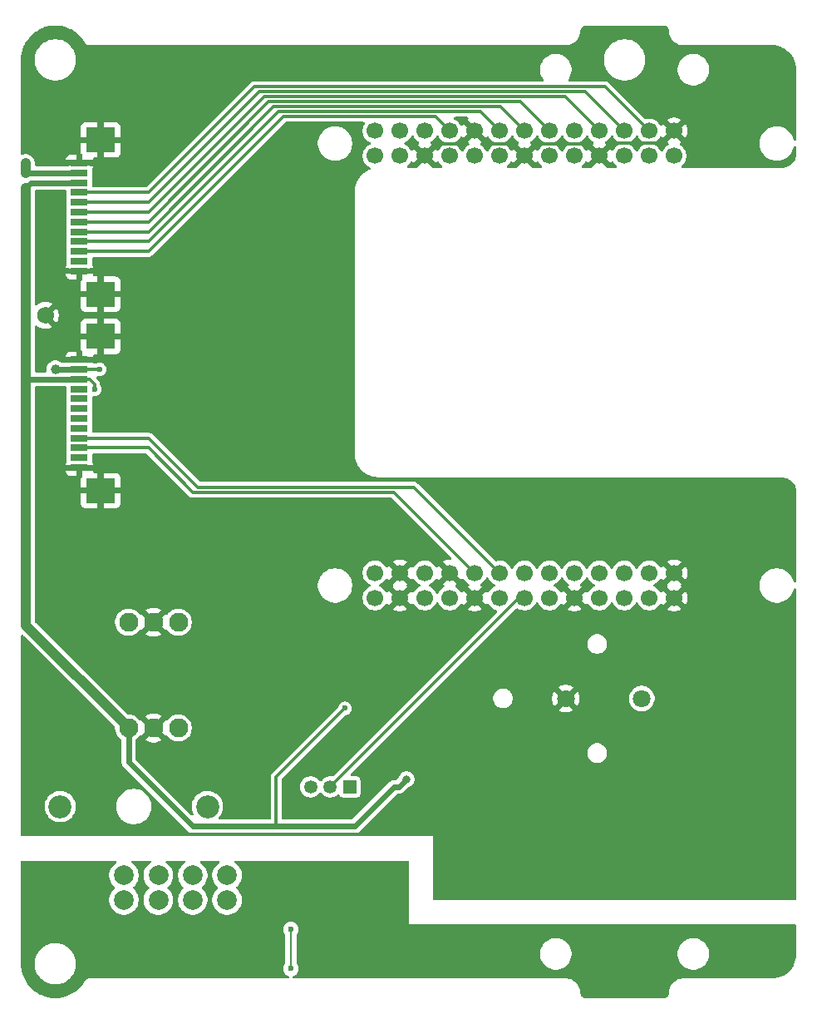
<source format=gbr>
%TF.GenerationSoftware,KiCad,Pcbnew,9.0.2*%
%TF.CreationDate,2025-05-30T08:39:38+03:00*%
%TF.ProjectId,PMCPU-LLU,504d4350-552d-44c4-9c55-2e6b69636164,rev?*%
%TF.SameCoordinates,Original*%
%TF.FileFunction,Copper,L2,Bot*%
%TF.FilePolarity,Positive*%
%FSLAX46Y46*%
G04 Gerber Fmt 4.6, Leading zero omitted, Abs format (unit mm)*
G04 Created by KiCad (PCBNEW 9.0.2) date 2025-05-30 08:39:38*
%MOMM*%
%LPD*%
G01*
G04 APERTURE LIST*
%TA.AperFunction,ComponentPad*%
%ADD10O,6.350000X6.350000*%
%TD*%
%TA.AperFunction,ComponentPad*%
%ADD11C,1.800000*%
%TD*%
%TA.AperFunction,ComponentPad*%
%ADD12C,1.700000*%
%TD*%
%TA.AperFunction,ComponentPad*%
%ADD13C,1.950000*%
%TD*%
%TA.AperFunction,ComponentPad*%
%ADD14R,1.350000X1.350000*%
%TD*%
%TA.AperFunction,ComponentPad*%
%ADD15C,1.350000*%
%TD*%
%TA.AperFunction,ComponentPad*%
%ADD16C,1.725000*%
%TD*%
%TA.AperFunction,ComponentPad*%
%ADD17C,2.000000*%
%TD*%
%TA.AperFunction,ComponentPad*%
%ADD18C,2.350000*%
%TD*%
%TA.AperFunction,SMDPad,CuDef*%
%ADD19R,1.803400X0.635000*%
%TD*%
%TA.AperFunction,SMDPad,CuDef*%
%ADD20R,2.997200X2.590800*%
%TD*%
%TA.AperFunction,ViaPad*%
%ADD21C,0.600000*%
%TD*%
%TA.AperFunction,ViaPad*%
%ADD22C,0.800000*%
%TD*%
%TA.AperFunction,ViaPad*%
%ADD23C,1.000000*%
%TD*%
%TA.AperFunction,Conductor*%
%ADD24C,0.300000*%
%TD*%
%TA.AperFunction,Conductor*%
%ADD25C,1.000000*%
%TD*%
%TA.AperFunction,Conductor*%
%ADD26C,0.600000*%
%TD*%
%TA.AperFunction,Conductor*%
%ADD27C,0.200000*%
%TD*%
G04 APERTURE END LIST*
D10*
%TO.P,PE1,1*%
%TO.N,PE*%
X22000000Y-46000000D03*
%TD*%
D11*
%TO.P,J1,1,1*%
%TO.N,/Vbat*%
X23750000Y-19000000D03*
%TO.P,J1,2,2*%
%TO.N,GND_BUS*%
X16000000Y-19000000D03*
%TD*%
D12*
%TO.P,U5,00,3V3*%
%TO.N,unconnected-(U5-3V3-Pad00)*%
X-3440000Y38770000D03*
%TO.P,U5,0A,RM_IO7*%
%TO.N,/SPI_MISO*%
X21960000Y38770000D03*
%TO.P,U5,0B,RM_IO8*%
%TO.N,/SPI_MOSI*%
X24500000Y38770000D03*
%TO.P,U5,0C,GND*%
%TO.N,GND_BUS*%
X27040000Y38770000D03*
%TO.P,U5,01,RM_IO0*%
%TO.N,unconnected-(U5-RM_IO0-Pad01)*%
X-900000Y38770000D03*
%TO.P,U5,1A,RM_IO11*%
%TO.N,unconnected-(U5-RM_IO11-Pad1A)*%
X21960000Y36230000D03*
%TO.P,U5,1B,RM_IO10*%
%TO.N,unconnected-(U5-RM_IO10-Pad1B)*%
X24500000Y36230000D03*
%TO.P,U5,1C,RM_IO9*%
%TO.N,unconnected-(U5-RM_IO9-Pad1C)*%
X27040000Y36230000D03*
%TO.P,U5,02,RM_IO1*%
%TO.N,unconnected-(U5-RM_IO1-Pad02)*%
X1640000Y38770000D03*
%TO.P,U5,2A,RM_IO30*%
%TO.N,/LED_0*%
X21960000Y-6230000D03*
%TO.P,U5,2B,RM_IO31*%
%TO.N,unconnected-(U5-RM_IO31-Pad2B)*%
X24500000Y-6230000D03*
%TO.P,U5,2C,GND*%
%TO.N,GND_BUS*%
X27040000Y-6230000D03*
%TO.P,U5,03,RM_IO2*%
%TO.N,/SPI_CS3*%
X4180000Y38770000D03*
%TO.P,U5,3A,RM_IO18*%
%TO.N,/I2C1_SCL*%
X21960000Y-8770000D03*
%TO.P,U5,3B,RM_IO20*%
%TO.N,/I2C1_SDA*%
X24500000Y-8770000D03*
%TO.P,U5,3C,GND*%
%TO.N,GND_BUS*%
X27040000Y-8770000D03*
%TO.P,U5,04,GND*%
X6720000Y38770000D03*
%TO.P,U5,05,RM_IO3*%
%TO.N,/SPI_CS2*%
X9260000Y38770000D03*
%TO.P,U5,06,RM_IO4*%
%TO.N,/SPI_CS1*%
X11800000Y38770000D03*
%TO.P,U5,07,RM_IO5*%
%TO.N,/SPI_CS0*%
X14340000Y38770000D03*
%TO.P,U5,08,3V3*%
%TO.N,unconnected-(U5-3V3-Pad08)*%
X16880000Y38770000D03*
%TO.P,U5,09,RM_IO6*%
%TO.N,/SPI_SCK*%
X19420000Y38770000D03*
%TO.P,U5,10,VSYS*%
%TO.N,+5V_CPU*%
X-3440000Y36230000D03*
%TO.P,U5,11,VSYS*%
X-900000Y36230000D03*
%TO.P,U5,12,GND*%
%TO.N,GND_BUS*%
X1640000Y36230000D03*
%TO.P,U5,13,RM_IO22*%
%TO.N,unconnected-(U5-RM_IO22-Pad13)*%
X4180000Y36230000D03*
%TO.P,U5,14,RM_IO23*%
%TO.N,unconnected-(U5-RM_IO23-Pad14)*%
X6720000Y36230000D03*
%TO.P,U5,15,RM_IO14*%
%TO.N,unconnected-(U5-RM_IO14-Pad15)*%
X9260000Y36230000D03*
%TO.P,U5,16,GND*%
%TO.N,GND_BUS*%
X11800000Y36230000D03*
%TO.P,U5,17,RM_IO13*%
%TO.N,unconnected-(U5-RM_IO13-Pad17)*%
X14340000Y36230000D03*
%TO.P,U5,18,RM_IO12*%
%TO.N,unconnected-(U5-RM_IO12-Pad18)*%
X16880000Y36230000D03*
%TO.P,U5,19,GND*%
%TO.N,GND_BUS*%
X19420000Y36230000D03*
%TO.P,U5,20,VSYS*%
%TO.N,unconnected-(U5-VSYS-Pad20)*%
X-3440000Y-6230000D03*
%TO.P,U5,21,GND*%
%TO.N,GND_BUS*%
X-900000Y-6230000D03*
%TO.P,U5,22,3V3*%
%TO.N,unconnected-(U5-3V3-Pad22)*%
X1640000Y-6230000D03*
%TO.P,U5,23,GND*%
%TO.N,GND_BUS*%
X4180000Y-6230000D03*
%TO.P,U5,24,RM_IO24*%
%TO.N,/I2C0_SCL*%
X6720000Y-6230000D03*
%TO.P,U5,25,RM_IO25*%
%TO.N,/I2C0_SDA*%
X9260000Y-6230000D03*
%TO.P,U5,26,RM_IO26*%
%TO.N,unconnected-(U5-RM_IO26-Pad26)*%
X11800000Y-6230000D03*
%TO.P,U5,27,RM_IO27*%
%TO.N,unconnected-(U5-RM_IO27-Pad27)*%
X14340000Y-6230000D03*
%TO.P,U5,28,RM_IO28*%
%TO.N,/LED_2*%
X16880000Y-6230000D03*
%TO.P,U5,29,RM_IO29*%
%TO.N,/LED_1*%
X19420000Y-6230000D03*
%TO.P,U5,30,1V8*%
%TO.N,unconnected-(U5-1V8-Pad30)*%
X-3440000Y-8770000D03*
%TO.P,U5,31,GND*%
%TO.N,GND_BUS*%
X-900000Y-8770000D03*
%TO.P,U5,32,ADC3*%
%TO.N,unconnected-(U5-ADC3-Pad32)*%
X1640000Y-8770000D03*
%TO.P,U5,33,ADC2*%
%TO.N,unconnected-(U5-ADC2-Pad33)*%
X4180000Y-8770000D03*
%TO.P,U5,34,GND*%
%TO.N,GND_BUS*%
X6720000Y-8770000D03*
%TO.P,U5,35,RM_IO16*%
%TO.N,/UART_TX*%
X9260000Y-8770000D03*
%TO.P,U5,36*%
%TO.N,/UART_RTS*%
X11800000Y-8770000D03*
%TO.P,U5,37*%
%TO.N,unconnected-(U5-Pad37)*%
X14340000Y-8770000D03*
%TO.P,U5,38,GND*%
%TO.N,GND_BUS*%
X16880000Y-8770000D03*
%TO.P,U5,39,RM_IO17*%
%TO.N,/UART_RX*%
X19420000Y-8770000D03*
%TD*%
D13*
%TO.P,J5,1,VIN*%
%TO.N,+24V_fuse*%
X-23460000Y-22000000D03*
%TO.P,J5,2,GND*%
%TO.N,GND_BUS*%
X-26000000Y-22000000D03*
%TO.P,J5,3,+VO*%
%TO.N,+3.3V_CPU*%
X-28540000Y-22000000D03*
%TD*%
D14*
%TO.P,J11,1,Pin_1*%
%TO.N,/UART_RX*%
X-6000000Y-28000000D03*
D15*
%TO.P,J11,2,Pin_2*%
%TO.N,/UART_RTS*%
X-8000000Y-28000000D03*
%TO.P,J11,3,Pin_3*%
%TO.N,/UART_TX*%
X-10000000Y-28000000D03*
%TD*%
D13*
%TO.P,J4,1,VIN*%
%TO.N,+24V_fuse*%
X-23460000Y-11235000D03*
%TO.P,J4,2,GND*%
%TO.N,GND_BUS*%
X-26000000Y-11235000D03*
%TO.P,J4,3,+VO*%
%TO.N,+5V_CPU*%
X-28540000Y-11235000D03*
%TD*%
D16*
%TO.P,U2,1*%
%TO.N,GND_BUS*%
X-37000000Y20000000D03*
%TD*%
D17*
%TO.P,J3,1,Pin_1*%
%TO.N,+24V_BUS*%
X-29000000Y-37000000D03*
%TO.P,J3,2,Pin_3*%
%TO.N,GND_BUS*%
X-25500000Y-37000000D03*
%TO.P,J3,3,3*%
%TO.N,/A*%
X-22000000Y-37000000D03*
%TO.P,J3,4,4*%
%TO.N,/B*%
X-18500000Y-37000000D03*
%TO.P,J3,5,Pin_9*%
%TO.N,PE*%
X-15000000Y-37000000D03*
%TO.P,J3,6,Pin_2*%
%TO.N,+24V_BUS*%
X-29000000Y-39500000D03*
%TO.P,J3,7,Pin_4*%
%TO.N,GND_BUS*%
X-25500000Y-39500000D03*
%TO.P,J3,8,Pin_6*%
%TO.N,/A*%
X-22000000Y-39500000D03*
%TO.P,J3,9,Pin_8*%
%TO.N,/B*%
X-18500000Y-39500000D03*
%TO.P,J3,10,Pin_10*%
%TO.N,PE*%
X-15000000Y-39500000D03*
%TD*%
D18*
%TO.P,U1,1,1*%
%TO.N,+24V_BUS*%
X-35500000Y-30000000D03*
%TO.P,U1,2,2*%
%TO.N,+24V_fuse*%
X-20500000Y-30000000D03*
%TD*%
D19*
%TO.P,J9,1,Pin_1*%
%TO.N,GND_BUS*%
X-33556000Y35499992D03*
%TO.P,J9,2,Pin_2*%
%TO.N,+5V_CPU*%
X-33556000Y34499994D03*
%TO.P,J9,3,Pin_3*%
%TO.N,+3.3V_CPU*%
X-33556000Y33499996D03*
%TO.P,J9,4,Pin_4*%
%TO.N,/SPI_MOSI*%
X-33556000Y32499998D03*
%TO.P,J9,5,Pin_5*%
%TO.N,/SPI_MISO*%
X-33556000Y31500000D03*
%TO.P,J9,6,Pin_6*%
%TO.N,/SPI_SCK*%
X-33556000Y30500000D03*
%TO.P,J9,7,Pin_7*%
%TO.N,/SPI_CS0*%
X-33556000Y29500000D03*
%TO.P,J9,8,Pin_8*%
%TO.N,/SPI_CS1*%
X-33556000Y28500000D03*
%TO.P,J9,9,Pin_9*%
%TO.N,/SPI_CS2*%
X-33556000Y27500002D03*
%TO.P,J9,10,Pin_10*%
%TO.N,/SPI_CS3*%
X-33556000Y26500004D03*
%TO.P,J9,11,Pin_11*%
%TO.N,unconnected-(J9-Pin_11-Pad11)*%
X-33556000Y25500006D03*
%TO.P,J9,12,Pin_11*%
%TO.N,GND_BUS*%
X-33556000Y24500008D03*
D20*
%TO.P,J9,13,Pin_11*%
X-31385999Y37850003D03*
X-31385999Y22149997D03*
%TD*%
D19*
%TO.P,J8,1,Pin_1*%
%TO.N,GND_BUS*%
X-33556000Y15499992D03*
%TO.P,J8,2,Pin_2*%
%TO.N,+5V_CPU*%
X-33556000Y14499994D03*
%TO.P,J8,3,Pin_3*%
%TO.N,+3.3V_CPU*%
X-33556000Y13499996D03*
%TO.P,J8,4,Pin_4*%
%TO.N,unconnected-(J8-Pin_4-Pad4)*%
X-33556000Y12499998D03*
%TO.P,J8,5,Pin_5*%
%TO.N,unconnected-(J8-Pin_5-Pad5)*%
X-33556000Y11500000D03*
%TO.P,J8,6,Pin_6*%
%TO.N,unconnected-(J8-Pin_6-Pad6)*%
X-33556000Y10500000D03*
%TO.P,J8,7,Pin_7*%
%TO.N,unconnected-(J8-Pin_7-Pad7)*%
X-33556000Y9500000D03*
%TO.P,J8,8,Pin_8*%
%TO.N,unconnected-(J8-Pin_8-Pad8)*%
X-33556000Y8500000D03*
%TO.P,J8,9,Pin_9*%
%TO.N,/I2C0_SDA*%
X-33556000Y7500002D03*
%TO.P,J8,10,Pin_10*%
%TO.N,/I2C0_SCL*%
X-33556000Y6500004D03*
%TO.P,J8,11,Pin_11*%
%TO.N,unconnected-(J8-Pin_11-Pad11)*%
X-33556000Y5500006D03*
%TO.P,J8,12,Pin_11*%
%TO.N,GND_BUS*%
X-33556000Y4500008D03*
D20*
%TO.P,J8,13,Pin_11*%
X-31385999Y17850003D03*
X-31385999Y2149997D03*
%TD*%
D21*
%TO.N,+3.3V_CPU*%
X-6500000Y-20000000D03*
X-32000000Y12500000D03*
D22*
X-215000Y-27215000D03*
D21*
%TO.N,GND_BUS*%
X-29000000Y3000000D03*
X-34000000Y17000000D03*
X-34000000Y1000000D03*
X2500000Y-20500000D03*
X-12000000Y-46500000D03*
X-29000000Y17000000D03*
X-33000000Y40000000D03*
X2000000Y-21000000D03*
X1500000Y-21500000D03*
X-30000000Y0D03*
X-34000000Y23000000D03*
X-34000000Y3000000D03*
X-29000000Y21000000D03*
X-29000000Y1000000D03*
X-34000000Y19000000D03*
X-29000000Y23000000D03*
X-34000000Y37000000D03*
X2500000Y-21500000D03*
X-30000000Y20000000D03*
X-12000000Y-42500000D03*
X-29000000Y19000000D03*
X-33000000Y20000000D03*
X-34000000Y21000000D03*
X-33000000Y0D03*
X1500000Y-20500000D03*
X-34000000Y39000000D03*
D23*
%TO.N,+5V_CPU*%
X-36000000Y14500000D03*
X-39000000Y35500000D03*
D21*
X-31500000Y14500000D03*
D23*
X-39000000Y34500000D03*
%TD*%
D24*
%TO.N,/I2C0_SDA*%
X-21500000Y2500000D02*
X530000Y2500000D01*
X530000Y2500000D02*
X9260000Y-6230000D01*
X-26500002Y7500002D02*
X-21500000Y2500000D01*
X-33556000Y7500002D02*
X-26500002Y7500002D01*
%TO.N,/I2C0_SCL*%
X-1510000Y2000000D02*
X6720000Y-6230000D01*
X-21999996Y2000000D02*
X-1510000Y2000000D01*
X-33556000Y6500004D02*
X-26500000Y6500004D01*
X-26500000Y6500004D02*
X-21999996Y2000000D01*
%TO.N,/UART_RTS*%
X11230000Y-8770000D02*
X-8000000Y-28000000D01*
X11800000Y-8770000D02*
X11230000Y-8770000D01*
D25*
%TO.N,+3.3V_CPU*%
X-38999000Y13500000D02*
X-38999000Y-11541000D01*
D26*
X-36000000Y33499996D02*
X-38498004Y33499996D01*
D24*
X-32499996Y13499996D02*
X-33556000Y13499996D01*
D26*
X-13500000Y-32000000D02*
X-22000000Y-32000000D01*
D24*
X-32000000Y12500000D02*
X-32000000Y13000000D01*
D26*
X-33556000Y33499996D02*
X-36000000Y33499996D01*
X-1500000Y-28000000D02*
X-5500000Y-32000000D01*
X-38498004Y33499996D02*
X-38999000Y32999000D01*
D24*
X-13500000Y-27000000D02*
X-13500000Y-32000000D01*
D26*
X-1000000Y-28000000D02*
X-1500000Y-28000000D01*
X-33556000Y13499996D02*
X-38998996Y13499996D01*
D25*
X-38999000Y32999000D02*
X-38999000Y13500000D01*
D26*
X-215000Y-27215000D02*
X-1000000Y-28000000D01*
X-38998996Y13499996D02*
X-38999000Y13500000D01*
D25*
X-38999000Y-11541000D02*
X-28540000Y-22000000D01*
D24*
X-32000000Y13000000D02*
X-32499996Y13499996D01*
D26*
X-22000000Y-32000000D02*
X-28540000Y-25460000D01*
X-28540000Y-25460000D02*
X-28540000Y-22000000D01*
X-5500000Y-32000000D02*
X-13500000Y-32000000D01*
D24*
X-6500000Y-20000000D02*
X-13500000Y-27000000D01*
%TO.N,GND_BUS*%
X5381000Y37431000D02*
X6720000Y38770000D01*
X2841000Y37431000D02*
X5381000Y37431000D01*
X10599000Y37431000D02*
X8059000Y37431000D01*
X11800000Y36230000D02*
X10599000Y37431000D01*
X20759000Y37569000D02*
X25839000Y37569000D01*
X1640000Y36230000D02*
X2841000Y37431000D01*
X25839000Y37569000D02*
X27040000Y38770000D01*
X13001000Y37431000D02*
X11800000Y36230000D01*
X18219000Y37431000D02*
X13001000Y37431000D01*
D27*
X-12000000Y-42500000D02*
X-12000000Y-46500000D01*
D24*
X8059000Y37431000D02*
X6720000Y38770000D01*
X19420000Y36230000D02*
X20759000Y37569000D01*
X19420000Y36230000D02*
X18219000Y37431000D01*
D27*
%TO.N,unconnected-(J9-Pin_11-Pad11)*%
X-33556000Y25500006D02*
X-33556006Y25500000D01*
D25*
%TO.N,+5V_CPU*%
X-39000000Y35500000D02*
X-39000000Y34500000D01*
D26*
X-33556009Y34500000D02*
X-33556000Y34499991D01*
X-33556006Y34500000D02*
X-33556000Y34499994D01*
X-33556006Y14500000D02*
X-33556000Y14499994D01*
X-36000000Y34500000D02*
X-33556006Y34500000D01*
X-35000000Y14499994D02*
X-33556000Y14499994D01*
X-36000006Y14499994D02*
X-35000000Y14499994D01*
D24*
X-31500000Y14500000D02*
X-31500006Y14499994D01*
X-31500006Y14499994D02*
X-33556000Y14499994D01*
D26*
X-39000000Y34500000D02*
X-36000000Y34500000D01*
D27*
%TO.N,/SPI_MISO*%
X-33556003Y31500000D02*
X-33556000Y31499997D01*
D24*
X17980000Y42750000D02*
X21960000Y38770000D01*
X-26500000Y31500000D02*
X-15250000Y42750000D01*
X-15250000Y42750000D02*
X17980000Y42750000D01*
X-33556000Y31500000D02*
X-26500000Y31500000D01*
%TO.N,/SPI_CS2*%
X7280000Y40750000D02*
X9260000Y38770000D01*
X-26499998Y27500002D02*
X-13250000Y40750000D01*
X-33556000Y27500002D02*
X-26499998Y27500002D01*
X-13250000Y40750000D02*
X7280000Y40750000D01*
D27*
%TO.N,/SPI_SCK*%
X-33556001Y30500000D02*
X-33556000Y30499999D01*
D24*
X15940000Y42250000D02*
X19420000Y38770000D01*
X-26500000Y30500000D02*
X-14750000Y42250000D01*
X-14750000Y42250000D02*
X15940000Y42250000D01*
X-33556000Y30500000D02*
X-26500000Y30500000D01*
%TO.N,/SPI_CS0*%
X11360000Y41750000D02*
X14340000Y38770000D01*
X-14250000Y41750000D02*
X11360000Y41750000D01*
X-33556000Y29500000D02*
X-26500000Y29500000D01*
X-26500000Y29500000D02*
X-14250000Y41750000D01*
D27*
X-33556001Y29500000D02*
X-33556000Y29500001D01*
D24*
%TO.N,/SPI_CS1*%
X9320000Y41250000D02*
X11800000Y38770000D01*
X-26500000Y28500000D02*
X-13750000Y41250000D01*
X-33556000Y28500000D02*
X-26500000Y28500000D01*
X-13750000Y41250000D02*
X9320000Y41250000D01*
D27*
%TO.N,/SPI_CS3*%
X-33556007Y26500000D02*
X-33556000Y26500007D01*
D24*
X-12750000Y40250000D02*
X2700000Y40250000D01*
X-26499996Y26500004D02*
X-12750000Y40250000D01*
X-33556000Y26500004D02*
X-26499996Y26500004D01*
X2700000Y40250000D02*
X4180000Y38770000D01*
%TO.N,/SPI_MOSI*%
X-26500002Y32499998D02*
X-15750000Y43250000D01*
X20020000Y43250000D02*
X24500000Y38770000D01*
X-15750000Y43250000D02*
X20020000Y43250000D01*
X-33556000Y32499998D02*
X-26500002Y32499998D01*
%TD*%
%TA.AperFunction,Conductor*%
%TO.N,PE*%
G36*
X-29802824Y-35519685D02*
G01*
X-29757069Y-35572489D01*
X-29747125Y-35641647D01*
X-29776150Y-35705203D01*
X-29796976Y-35724316D01*
X-29977510Y-35855483D01*
X-29977512Y-35855485D01*
X-29977513Y-35855485D01*
X-30144515Y-36022487D01*
X-30144515Y-36022488D01*
X-30144517Y-36022490D01*
X-30204138Y-36104550D01*
X-30283343Y-36213566D01*
X-30390567Y-36424003D01*
X-30463554Y-36648631D01*
X-30500500Y-36881902D01*
X-30500500Y-37118097D01*
X-30463554Y-37351368D01*
X-30390567Y-37575996D01*
X-30283343Y-37786433D01*
X-30144517Y-37977510D01*
X-30144515Y-37977512D01*
X-29977510Y-38144517D01*
X-29970397Y-38149685D01*
X-29927734Y-38205017D01*
X-29921758Y-38274630D01*
X-29954366Y-38336424D01*
X-29970397Y-38350315D01*
X-29977510Y-38355482D01*
X-30144515Y-38522487D01*
X-30144515Y-38522488D01*
X-30144517Y-38522490D01*
X-30204138Y-38604550D01*
X-30283343Y-38713566D01*
X-30390567Y-38924003D01*
X-30463554Y-39148631D01*
X-30500500Y-39381902D01*
X-30500500Y-39618097D01*
X-30463554Y-39851368D01*
X-30390567Y-40075996D01*
X-30283343Y-40286433D01*
X-30144517Y-40477510D01*
X-29977510Y-40644517D01*
X-29786433Y-40783343D01*
X-29687009Y-40834002D01*
X-29575997Y-40890566D01*
X-29575995Y-40890566D01*
X-29575992Y-40890568D01*
X-29455588Y-40929689D01*
X-29351369Y-40963553D01*
X-29118097Y-41000500D01*
X-29118092Y-41000500D01*
X-28881903Y-41000500D01*
X-28648632Y-40963553D01*
X-28424008Y-40890568D01*
X-28213567Y-40783343D01*
X-28022490Y-40644517D01*
X-27855483Y-40477510D01*
X-27716657Y-40286433D01*
X-27609432Y-40075992D01*
X-27536447Y-39851368D01*
X-27499500Y-39618097D01*
X-27499500Y-39381902D01*
X-27536447Y-39148631D01*
X-27609434Y-38924003D01*
X-27716658Y-38713566D01*
X-27855483Y-38522490D01*
X-28022490Y-38355483D01*
X-28029599Y-38350318D01*
X-28072265Y-38294988D01*
X-28078244Y-38225375D01*
X-28045638Y-38163580D01*
X-28029599Y-38149682D01*
X-28029500Y-38149609D01*
X-28022490Y-38144517D01*
X-27855483Y-37977510D01*
X-27716657Y-37786433D01*
X-27609432Y-37575992D01*
X-27536447Y-37351368D01*
X-27499500Y-37118097D01*
X-27499500Y-36881902D01*
X-27536447Y-36648631D01*
X-27609434Y-36424003D01*
X-27716658Y-36213566D01*
X-27855483Y-36022490D01*
X-28022490Y-35855483D01*
X-28203024Y-35724317D01*
X-28245688Y-35668988D01*
X-28251667Y-35599374D01*
X-28219061Y-35537579D01*
X-28158222Y-35503222D01*
X-28130137Y-35500000D01*
X-26369863Y-35500000D01*
X-26302824Y-35519685D01*
X-26257069Y-35572489D01*
X-26247125Y-35641647D01*
X-26276150Y-35705203D01*
X-26296976Y-35724316D01*
X-26477510Y-35855483D01*
X-26477512Y-35855485D01*
X-26477513Y-35855485D01*
X-26644515Y-36022487D01*
X-26644515Y-36022488D01*
X-26644517Y-36022490D01*
X-26704138Y-36104550D01*
X-26783343Y-36213566D01*
X-26890567Y-36424003D01*
X-26963554Y-36648631D01*
X-27000500Y-36881902D01*
X-27000500Y-37118097D01*
X-26963554Y-37351368D01*
X-26890567Y-37575996D01*
X-26783343Y-37786433D01*
X-26644517Y-37977510D01*
X-26644515Y-37977512D01*
X-26477510Y-38144517D01*
X-26470397Y-38149685D01*
X-26427734Y-38205017D01*
X-26421758Y-38274630D01*
X-26454366Y-38336424D01*
X-26470397Y-38350315D01*
X-26477510Y-38355482D01*
X-26644515Y-38522487D01*
X-26644515Y-38522488D01*
X-26644517Y-38522490D01*
X-26704138Y-38604550D01*
X-26783343Y-38713566D01*
X-26890567Y-38924003D01*
X-26963554Y-39148631D01*
X-27000500Y-39381902D01*
X-27000500Y-39618097D01*
X-26963554Y-39851368D01*
X-26890567Y-40075996D01*
X-26783343Y-40286433D01*
X-26644517Y-40477510D01*
X-26477510Y-40644517D01*
X-26286433Y-40783343D01*
X-26187009Y-40834002D01*
X-26075997Y-40890566D01*
X-26075995Y-40890566D01*
X-26075992Y-40890568D01*
X-25955588Y-40929689D01*
X-25851369Y-40963553D01*
X-25618097Y-41000500D01*
X-25618092Y-41000500D01*
X-25381903Y-41000500D01*
X-25148632Y-40963553D01*
X-24924008Y-40890568D01*
X-24713567Y-40783343D01*
X-24522490Y-40644517D01*
X-24355483Y-40477510D01*
X-24216657Y-40286433D01*
X-24109432Y-40075992D01*
X-24036447Y-39851368D01*
X-23999500Y-39618097D01*
X-23999500Y-39381902D01*
X-24036447Y-39148631D01*
X-24109434Y-38924003D01*
X-24216658Y-38713566D01*
X-24355483Y-38522490D01*
X-24522490Y-38355483D01*
X-24529599Y-38350318D01*
X-24572265Y-38294988D01*
X-24578244Y-38225375D01*
X-24545638Y-38163580D01*
X-24529599Y-38149682D01*
X-24529500Y-38149609D01*
X-24522490Y-38144517D01*
X-24355483Y-37977510D01*
X-24216657Y-37786433D01*
X-24109432Y-37575992D01*
X-24036447Y-37351368D01*
X-23999500Y-37118097D01*
X-23999500Y-36881902D01*
X-24036447Y-36648631D01*
X-24109434Y-36424003D01*
X-24216658Y-36213566D01*
X-24355483Y-36022490D01*
X-24522490Y-35855483D01*
X-24703024Y-35724317D01*
X-24745688Y-35668988D01*
X-24751667Y-35599374D01*
X-24719061Y-35537579D01*
X-24658222Y-35503222D01*
X-24630137Y-35500000D01*
X-22869863Y-35500000D01*
X-22802824Y-35519685D01*
X-22757069Y-35572489D01*
X-22747125Y-35641647D01*
X-22776150Y-35705203D01*
X-22796976Y-35724316D01*
X-22977510Y-35855483D01*
X-22977512Y-35855485D01*
X-22977513Y-35855485D01*
X-23144515Y-36022487D01*
X-23144515Y-36022488D01*
X-23144517Y-36022490D01*
X-23204138Y-36104550D01*
X-23283343Y-36213566D01*
X-23390567Y-36424003D01*
X-23463554Y-36648631D01*
X-23500500Y-36881902D01*
X-23500500Y-37118097D01*
X-23463554Y-37351368D01*
X-23390567Y-37575996D01*
X-23283343Y-37786433D01*
X-23144517Y-37977510D01*
X-23144515Y-37977512D01*
X-22977510Y-38144517D01*
X-22970397Y-38149685D01*
X-22927734Y-38205017D01*
X-22921758Y-38274630D01*
X-22954366Y-38336424D01*
X-22970397Y-38350315D01*
X-22977510Y-38355482D01*
X-23144515Y-38522487D01*
X-23144515Y-38522488D01*
X-23144517Y-38522490D01*
X-23204138Y-38604550D01*
X-23283343Y-38713566D01*
X-23390567Y-38924003D01*
X-23463554Y-39148631D01*
X-23500500Y-39381902D01*
X-23500500Y-39618097D01*
X-23463554Y-39851368D01*
X-23390567Y-40075996D01*
X-23283343Y-40286433D01*
X-23144517Y-40477510D01*
X-22977510Y-40644517D01*
X-22786433Y-40783343D01*
X-22687009Y-40834002D01*
X-22575997Y-40890566D01*
X-22575995Y-40890566D01*
X-22575992Y-40890568D01*
X-22455588Y-40929689D01*
X-22351369Y-40963553D01*
X-22118097Y-41000500D01*
X-22118092Y-41000500D01*
X-21881903Y-41000500D01*
X-21648632Y-40963553D01*
X-21424008Y-40890568D01*
X-21213567Y-40783343D01*
X-21022490Y-40644517D01*
X-20855483Y-40477510D01*
X-20716657Y-40286433D01*
X-20609432Y-40075992D01*
X-20536447Y-39851368D01*
X-20499500Y-39618097D01*
X-20499500Y-39381902D01*
X-20536447Y-39148631D01*
X-20609434Y-38924003D01*
X-20716658Y-38713566D01*
X-20855483Y-38522490D01*
X-21022490Y-38355483D01*
X-21029599Y-38350318D01*
X-21072265Y-38294988D01*
X-21078244Y-38225375D01*
X-21045638Y-38163580D01*
X-21029599Y-38149682D01*
X-21029500Y-38149609D01*
X-21022490Y-38144517D01*
X-20855483Y-37977510D01*
X-20716657Y-37786433D01*
X-20609432Y-37575992D01*
X-20536447Y-37351368D01*
X-20499500Y-37118097D01*
X-20499500Y-36881902D01*
X-20536447Y-36648631D01*
X-20609434Y-36424003D01*
X-20716658Y-36213566D01*
X-20855483Y-36022490D01*
X-21022490Y-35855483D01*
X-21203024Y-35724317D01*
X-21245688Y-35668988D01*
X-21251667Y-35599374D01*
X-21219061Y-35537579D01*
X-21158222Y-35503222D01*
X-21130137Y-35500000D01*
X-19369863Y-35500000D01*
X-19302824Y-35519685D01*
X-19257069Y-35572489D01*
X-19247125Y-35641647D01*
X-19276150Y-35705203D01*
X-19296976Y-35724316D01*
X-19477510Y-35855483D01*
X-19477512Y-35855485D01*
X-19477513Y-35855485D01*
X-19644515Y-36022487D01*
X-19644515Y-36022488D01*
X-19644517Y-36022490D01*
X-19704138Y-36104550D01*
X-19783343Y-36213566D01*
X-19890567Y-36424003D01*
X-19963554Y-36648631D01*
X-20000500Y-36881902D01*
X-20000500Y-37118097D01*
X-19963554Y-37351368D01*
X-19890567Y-37575996D01*
X-19783343Y-37786433D01*
X-19644517Y-37977510D01*
X-19644515Y-37977512D01*
X-19477510Y-38144517D01*
X-19470397Y-38149685D01*
X-19427734Y-38205017D01*
X-19421758Y-38274630D01*
X-19454366Y-38336424D01*
X-19470397Y-38350315D01*
X-19477510Y-38355482D01*
X-19644515Y-38522487D01*
X-19644515Y-38522488D01*
X-19644517Y-38522490D01*
X-19704138Y-38604550D01*
X-19783343Y-38713566D01*
X-19890567Y-38924003D01*
X-19963554Y-39148631D01*
X-20000500Y-39381902D01*
X-20000500Y-39618097D01*
X-19963554Y-39851368D01*
X-19890567Y-40075996D01*
X-19783343Y-40286433D01*
X-19644517Y-40477510D01*
X-19477510Y-40644517D01*
X-19286433Y-40783343D01*
X-19187009Y-40834002D01*
X-19075997Y-40890566D01*
X-19075995Y-40890566D01*
X-19075992Y-40890568D01*
X-18955588Y-40929689D01*
X-18851369Y-40963553D01*
X-18618097Y-41000500D01*
X-18618092Y-41000500D01*
X-18381903Y-41000500D01*
X-18148632Y-40963553D01*
X-17924008Y-40890568D01*
X-17713567Y-40783343D01*
X-17522490Y-40644517D01*
X-17355483Y-40477510D01*
X-17216657Y-40286433D01*
X-17109432Y-40075992D01*
X-17036447Y-39851368D01*
X-16999500Y-39618097D01*
X-16999500Y-39381902D01*
X-17036447Y-39148631D01*
X-17109434Y-38924003D01*
X-17216658Y-38713566D01*
X-17355483Y-38522490D01*
X-17522490Y-38355483D01*
X-17529599Y-38350318D01*
X-17572265Y-38294988D01*
X-17578244Y-38225375D01*
X-17545638Y-38163580D01*
X-17529599Y-38149682D01*
X-17529500Y-38149609D01*
X-17522490Y-38144517D01*
X-17355483Y-37977510D01*
X-17216657Y-37786433D01*
X-17109432Y-37575992D01*
X-17036447Y-37351368D01*
X-16999500Y-37118097D01*
X-16999500Y-36881902D01*
X-17036447Y-36648631D01*
X-17109434Y-36424003D01*
X-17216658Y-36213566D01*
X-17355483Y-36022490D01*
X-17522490Y-35855483D01*
X-17703024Y-35724317D01*
X-17745688Y-35668988D01*
X-17751667Y-35599374D01*
X-17719061Y-35537579D01*
X-17658222Y-35503222D01*
X-17630137Y-35500000D01*
X-124000Y-35500000D01*
X-56961Y-35519685D01*
X-11206Y-35572489D01*
X0Y-35624000D01*
X0Y-42000000D01*
X39375500Y-42000000D01*
X39442539Y-42019685D01*
X39488294Y-42072489D01*
X39499500Y-42124000D01*
X39499500Y-44996249D01*
X39499274Y-45003736D01*
X39481728Y-45293794D01*
X39479923Y-45308659D01*
X39428219Y-45590798D01*
X39424635Y-45605336D01*
X39339306Y-45879167D01*
X39333997Y-45893168D01*
X39216275Y-46154736D01*
X39209316Y-46167995D01*
X39060928Y-46413459D01*
X39052422Y-46425782D01*
X38875526Y-46651573D01*
X38865596Y-46662781D01*
X38662781Y-46865596D01*
X38651573Y-46875526D01*
X38425782Y-47052422D01*
X38413459Y-47060928D01*
X38167995Y-47209316D01*
X38154736Y-47216275D01*
X37893168Y-47333997D01*
X37879167Y-47339306D01*
X37605336Y-47424635D01*
X37590798Y-47428219D01*
X37308659Y-47479923D01*
X37293794Y-47481728D01*
X37003736Y-47499274D01*
X36996249Y-47499500D01*
X27892682Y-47499500D01*
X27680235Y-47530044D01*
X27680225Y-47530047D01*
X27474284Y-47590517D01*
X27279061Y-47679672D01*
X27279048Y-47679679D01*
X27098485Y-47795720D01*
X26936275Y-47936275D01*
X26795720Y-48098485D01*
X26679679Y-48279048D01*
X26679672Y-48279061D01*
X26590517Y-48474284D01*
X26530047Y-48680225D01*
X26530044Y-48680235D01*
X26499500Y-48892682D01*
X26499500Y-48993038D01*
X26498720Y-49006922D01*
X26498720Y-49006923D01*
X26488540Y-49097264D01*
X26482362Y-49124333D01*
X26454648Y-49203537D01*
X26442600Y-49228555D01*
X26397957Y-49299604D01*
X26380644Y-49321313D01*
X26321313Y-49380644D01*
X26299604Y-49397957D01*
X26228555Y-49442600D01*
X26203537Y-49454648D01*
X26124333Y-49482362D01*
X26097264Y-49488540D01*
X26017075Y-49497576D01*
X26006921Y-49498720D01*
X25993038Y-49499500D01*
X18006962Y-49499500D01*
X17993078Y-49498720D01*
X17980553Y-49497308D01*
X17902735Y-49488540D01*
X17875666Y-49482362D01*
X17796462Y-49454648D01*
X17771444Y-49442600D01*
X17700395Y-49397957D01*
X17678686Y-49380644D01*
X17619355Y-49321313D01*
X17602042Y-49299604D01*
X17557399Y-49228555D01*
X17545351Y-49203537D01*
X17543861Y-49199280D01*
X17517636Y-49124331D01*
X17511459Y-49097263D01*
X17501280Y-49006922D01*
X17500500Y-48993038D01*
X17500500Y-48892683D01*
X17500500Y-48892682D01*
X17469954Y-48680231D01*
X17409484Y-48474290D01*
X17409483Y-48474288D01*
X17409482Y-48474284D01*
X17320327Y-48279061D01*
X17320320Y-48279048D01*
X17249102Y-48168231D01*
X17204281Y-48098487D01*
X17124227Y-48006100D01*
X17063724Y-47936275D01*
X16901514Y-47795720D01*
X16901513Y-47795719D01*
X16820979Y-47743963D01*
X16720951Y-47679679D01*
X16720938Y-47679672D01*
X16525715Y-47590517D01*
X16319774Y-47530047D01*
X16319764Y-47530044D01*
X16128754Y-47502582D01*
X16107318Y-47499500D01*
X16065892Y-47499500D01*
X-11697810Y-47499500D01*
X-11764849Y-47479815D01*
X-11810604Y-47427011D01*
X-11820548Y-47357853D01*
X-11791523Y-47294297D01*
X-11745262Y-47260939D01*
X-11620828Y-47209397D01*
X-11620828Y-47209396D01*
X-11620821Y-47209394D01*
X-11489711Y-47121789D01*
X-11378211Y-47010289D01*
X-11290606Y-46879179D01*
X-11230263Y-46733497D01*
X-11199500Y-46578842D01*
X-11199500Y-46421158D01*
X-11199500Y-46421155D01*
X-11199501Y-46421153D01*
X-11209901Y-46368870D01*
X-11230263Y-46266503D01*
X-11249196Y-46220794D01*
X-11290603Y-46120827D01*
X-11290610Y-46120814D01*
X-11378602Y-45989125D01*
X-11399480Y-45922447D01*
X-11399500Y-45920234D01*
X-11399500Y-44874038D01*
X13399500Y-44874038D01*
X13399500Y-45125961D01*
X13438910Y-45374785D01*
X13516760Y-45614383D01*
X13631132Y-45838848D01*
X13779201Y-46042649D01*
X13779205Y-46042654D01*
X13957345Y-46220794D01*
X13957350Y-46220798D01*
X14020268Y-46266510D01*
X14161155Y-46368870D01*
X14304184Y-46441747D01*
X14385616Y-46483239D01*
X14385618Y-46483239D01*
X14385621Y-46483241D01*
X14625215Y-46561090D01*
X14874038Y-46600500D01*
X14874039Y-46600500D01*
X15125961Y-46600500D01*
X15125962Y-46600500D01*
X15374785Y-46561090D01*
X15614379Y-46483241D01*
X15838845Y-46368870D01*
X16042656Y-46220793D01*
X16220793Y-46042656D01*
X16368870Y-45838845D01*
X16483241Y-45614379D01*
X16561090Y-45374785D01*
X16600500Y-45125962D01*
X16600500Y-44874038D01*
X27399500Y-44874038D01*
X27399500Y-45125961D01*
X27438910Y-45374785D01*
X27516760Y-45614383D01*
X27631132Y-45838848D01*
X27779201Y-46042649D01*
X27779205Y-46042654D01*
X27957345Y-46220794D01*
X27957350Y-46220798D01*
X28020268Y-46266510D01*
X28161155Y-46368870D01*
X28304184Y-46441747D01*
X28385616Y-46483239D01*
X28385618Y-46483239D01*
X28385621Y-46483241D01*
X28625215Y-46561090D01*
X28874038Y-46600500D01*
X28874039Y-46600500D01*
X29125961Y-46600500D01*
X29125962Y-46600500D01*
X29374785Y-46561090D01*
X29614379Y-46483241D01*
X29838845Y-46368870D01*
X30042656Y-46220793D01*
X30220793Y-46042656D01*
X30368870Y-45838845D01*
X30483241Y-45614379D01*
X30561090Y-45374785D01*
X30600500Y-45125962D01*
X30600500Y-44874038D01*
X30561090Y-44625215D01*
X30483241Y-44385621D01*
X30483239Y-44385618D01*
X30483239Y-44385616D01*
X30414013Y-44249754D01*
X30368870Y-44161155D01*
X30256656Y-44006705D01*
X30220798Y-43957350D01*
X30220794Y-43957345D01*
X30042654Y-43779205D01*
X30042649Y-43779201D01*
X29838848Y-43631132D01*
X29838847Y-43631131D01*
X29838845Y-43631130D01*
X29768747Y-43595413D01*
X29614383Y-43516760D01*
X29374785Y-43438910D01*
X29125962Y-43399500D01*
X28874038Y-43399500D01*
X28749626Y-43419205D01*
X28625214Y-43438910D01*
X28385616Y-43516760D01*
X28161151Y-43631132D01*
X27957350Y-43779201D01*
X27957345Y-43779205D01*
X27779205Y-43957345D01*
X27779201Y-43957350D01*
X27631132Y-44161151D01*
X27516760Y-44385616D01*
X27438910Y-44625214D01*
X27399500Y-44874038D01*
X16600500Y-44874038D01*
X16561090Y-44625215D01*
X16483241Y-44385621D01*
X16483239Y-44385618D01*
X16483239Y-44385616D01*
X16414013Y-44249754D01*
X16368870Y-44161155D01*
X16256656Y-44006705D01*
X16220798Y-43957350D01*
X16220794Y-43957345D01*
X16042654Y-43779205D01*
X16042649Y-43779201D01*
X15838848Y-43631132D01*
X15838847Y-43631131D01*
X15838845Y-43631130D01*
X15768747Y-43595413D01*
X15614383Y-43516760D01*
X15374785Y-43438910D01*
X15125962Y-43399500D01*
X14874038Y-43399500D01*
X14749626Y-43419205D01*
X14625214Y-43438910D01*
X14385616Y-43516760D01*
X14161151Y-43631132D01*
X13957350Y-43779201D01*
X13957345Y-43779205D01*
X13779205Y-43957345D01*
X13779201Y-43957350D01*
X13631132Y-44161151D01*
X13516760Y-44385616D01*
X13438910Y-44625214D01*
X13399500Y-44874038D01*
X-11399500Y-44874038D01*
X-11399500Y-43079765D01*
X-11379815Y-43012726D01*
X-11378602Y-43010874D01*
X-11290610Y-42879185D01*
X-11290610Y-42879184D01*
X-11290606Y-42879179D01*
X-11230263Y-42733497D01*
X-11199500Y-42578842D01*
X-11199500Y-42421158D01*
X-11199500Y-42421155D01*
X-11199501Y-42421153D01*
X-11230262Y-42266510D01*
X-11230263Y-42266503D01*
X-11289289Y-42124000D01*
X-11290603Y-42120827D01*
X-11290610Y-42120814D01*
X-11378211Y-41989711D01*
X-11378214Y-41989707D01*
X-11489708Y-41878213D01*
X-11489712Y-41878210D01*
X-11620815Y-41790609D01*
X-11620828Y-41790602D01*
X-11766499Y-41730264D01*
X-11766511Y-41730261D01*
X-11921155Y-41699500D01*
X-11921158Y-41699500D01*
X-12078842Y-41699500D01*
X-12078845Y-41699500D01*
X-12233490Y-41730261D01*
X-12233502Y-41730264D01*
X-12379173Y-41790602D01*
X-12379186Y-41790609D01*
X-12510289Y-41878210D01*
X-12510293Y-41878213D01*
X-12621787Y-41989707D01*
X-12621790Y-41989711D01*
X-12709391Y-42120814D01*
X-12709398Y-42120827D01*
X-12769736Y-42266498D01*
X-12769739Y-42266510D01*
X-12800500Y-42421153D01*
X-12800500Y-42578846D01*
X-12769739Y-42733489D01*
X-12769736Y-42733501D01*
X-12709398Y-42879172D01*
X-12709391Y-42879185D01*
X-12621398Y-43010874D01*
X-12600520Y-43077551D01*
X-12600500Y-43079765D01*
X-12600500Y-45920234D01*
X-12620185Y-45987273D01*
X-12621398Y-45989125D01*
X-12709391Y-46120814D01*
X-12709398Y-46120827D01*
X-12769736Y-46266498D01*
X-12769739Y-46266510D01*
X-12800500Y-46421153D01*
X-12800500Y-46578846D01*
X-12769739Y-46733489D01*
X-12769736Y-46733501D01*
X-12709398Y-46879172D01*
X-12709391Y-46879185D01*
X-12621790Y-47010288D01*
X-12621787Y-47010292D01*
X-12510293Y-47121786D01*
X-12510289Y-47121789D01*
X-12379186Y-47209390D01*
X-12379173Y-47209397D01*
X-12254738Y-47260939D01*
X-12200334Y-47304779D01*
X-12178269Y-47371074D01*
X-12195548Y-47438773D01*
X-12246685Y-47486384D01*
X-12302190Y-47499500D01*
X-32601792Y-47499500D01*
X-32729088Y-47533608D01*
X-32843214Y-47599500D01*
X-32936400Y-47692685D01*
X-32967736Y-47746958D01*
X-32971126Y-47752489D01*
X-33165305Y-48051501D01*
X-33172934Y-48062002D01*
X-33395280Y-48336575D01*
X-33403965Y-48346220D01*
X-33653780Y-48596036D01*
X-33663425Y-48604721D01*
X-33937998Y-48827066D01*
X-33948499Y-48834695D01*
X-34244797Y-49027113D01*
X-34256037Y-49033603D01*
X-34570837Y-49194001D01*
X-34582694Y-49199280D01*
X-34912528Y-49325891D01*
X-34924872Y-49329902D01*
X-35266142Y-49421346D01*
X-35278839Y-49424044D01*
X-35627783Y-49479310D01*
X-35640690Y-49480667D01*
X-35993510Y-49499158D01*
X-36006490Y-49499158D01*
X-36359311Y-49480667D01*
X-36372218Y-49479310D01*
X-36721162Y-49424044D01*
X-36733859Y-49421346D01*
X-37075130Y-49329902D01*
X-37087474Y-49325891D01*
X-37417308Y-49199280D01*
X-37429165Y-49194001D01*
X-37559663Y-49127509D01*
X-37743971Y-49033599D01*
X-37755190Y-49027122D01*
X-38051508Y-48834691D01*
X-38062002Y-48827066D01*
X-38336576Y-48604721D01*
X-38346221Y-48596036D01*
X-38596037Y-48346220D01*
X-38604722Y-48336575D01*
X-38741044Y-48168231D01*
X-38827074Y-48061992D01*
X-38834689Y-48051511D01*
X-39027121Y-47755190D01*
X-39033597Y-47743976D01*
X-39194007Y-47429153D01*
X-39199276Y-47417317D01*
X-39325894Y-47087468D01*
X-39329903Y-47075129D01*
X-39334748Y-47057048D01*
X-39421349Y-46733852D01*
X-39424045Y-46721161D01*
X-39431098Y-46676632D01*
X-39471560Y-46421155D01*
X-39479311Y-46372217D01*
X-39480668Y-46359310D01*
X-39499330Y-46003222D01*
X-39499500Y-45996732D01*
X-39499500Y-45862332D01*
X-38100500Y-45862332D01*
X-38100500Y-46137667D01*
X-38100499Y-46137684D01*
X-38064562Y-46410655D01*
X-38064561Y-46410660D01*
X-38064560Y-46410666D01*
X-38041035Y-46498462D01*
X-37993296Y-46676630D01*
X-37887925Y-46931017D01*
X-37887920Y-46931028D01*
X-37817832Y-47052422D01*
X-37750249Y-47169479D01*
X-37750247Y-47169482D01*
X-37750246Y-47169483D01*
X-37582630Y-47387926D01*
X-37582624Y-47387933D01*
X-37387934Y-47582623D01*
X-37387928Y-47582628D01*
X-37169479Y-47750249D01*
X-37057294Y-47815019D01*
X-36931029Y-47887919D01*
X-36931024Y-47887921D01*
X-36931021Y-47887923D01*
X-36676632Y-47993295D01*
X-36410666Y-48064560D01*
X-36137674Y-48100500D01*
X-36137667Y-48100500D01*
X-35862333Y-48100500D01*
X-35862326Y-48100500D01*
X-35589334Y-48064560D01*
X-35323368Y-47993295D01*
X-35068979Y-47887923D01*
X-34830521Y-47750249D01*
X-34612072Y-47582628D01*
X-34417372Y-47387928D01*
X-34249751Y-47169479D01*
X-34112077Y-46931021D01*
X-34006705Y-46676632D01*
X-33935440Y-46410666D01*
X-33899500Y-46137674D01*
X-33899500Y-45862326D01*
X-33935440Y-45589334D01*
X-34006705Y-45323368D01*
X-34112077Y-45068979D01*
X-34112079Y-45068976D01*
X-34112081Y-45068971D01*
X-34189945Y-44934108D01*
X-34249751Y-44830521D01*
X-34417372Y-44612072D01*
X-34417377Y-44612066D01*
X-34612067Y-44417376D01*
X-34612074Y-44417370D01*
X-34830517Y-44249754D01*
X-34830518Y-44249753D01*
X-34830521Y-44249751D01*
X-34925593Y-44194861D01*
X-35068972Y-44112080D01*
X-35068983Y-44112075D01*
X-35323370Y-44006704D01*
X-35456351Y-43971072D01*
X-35589334Y-43935440D01*
X-35589340Y-43935439D01*
X-35589345Y-43935438D01*
X-35862316Y-43899501D01*
X-35862321Y-43899500D01*
X-35862326Y-43899500D01*
X-36137674Y-43899500D01*
X-36137680Y-43899500D01*
X-36137685Y-43899501D01*
X-36410656Y-43935438D01*
X-36410663Y-43935439D01*
X-36410666Y-43935440D01*
X-36466875Y-43950500D01*
X-36676631Y-44006704D01*
X-36931018Y-44112075D01*
X-36931029Y-44112080D01*
X-37169484Y-44249754D01*
X-37387927Y-44417370D01*
X-37387934Y-44417376D01*
X-37582624Y-44612066D01*
X-37582630Y-44612073D01*
X-37750246Y-44830516D01*
X-37887920Y-45068971D01*
X-37887925Y-45068982D01*
X-37993296Y-45323369D01*
X-38064559Y-45589331D01*
X-38064562Y-45589344D01*
X-38100499Y-45862315D01*
X-38100500Y-45862332D01*
X-39499500Y-45862332D01*
X-39499500Y-35624000D01*
X-39479815Y-35556961D01*
X-39427011Y-35511206D01*
X-39375500Y-35500000D01*
X-29869863Y-35500000D01*
X-29802824Y-35519685D01*
G37*
%TD.AperFunction*%
%TD*%
%TA.AperFunction,Conductor*%
%TO.N,GND_BUS*%
G36*
X-4528311Y39679538D02*
G01*
X-4473773Y39625000D01*
X-4453811Y39550500D01*
X-4473773Y39476000D01*
X-4482262Y39462928D01*
X-4505873Y39430431D01*
X-4509527Y39425401D01*
X-4598879Y39250037D01*
X-4598883Y39250028D01*
X-4598884Y39250025D01*
X-4659709Y39062826D01*
X-4690500Y38868417D01*
X-4690500Y38671583D01*
X-4659709Y38477174D01*
X-4598884Y38289975D01*
X-4598881Y38289970D01*
X-4598879Y38289964D01*
X-4528288Y38151422D01*
X-4509524Y38114595D01*
X-4393828Y37955354D01*
X-4254646Y37816172D01*
X-4095405Y37700476D01*
X-4056786Y37680799D01*
X-3962505Y37632760D01*
X-3905187Y37581151D01*
X-3881353Y37507798D01*
X-3897389Y37432356D01*
X-3948998Y37375038D01*
X-3962505Y37367240D01*
X-4095402Y37299526D01*
X-4095407Y37299523D01*
X-4254637Y37183835D01*
X-4254648Y37183826D01*
X-4393826Y37044648D01*
X-4393835Y37044637D01*
X-4509523Y36885407D01*
X-4509526Y36885402D01*
X-4598879Y36710037D01*
X-4598883Y36710028D01*
X-4598884Y36710025D01*
X-4659709Y36522826D01*
X-4690500Y36328417D01*
X-4690500Y36131583D01*
X-4659709Y35937174D01*
X-4598884Y35749975D01*
X-4598881Y35749970D01*
X-4598879Y35749964D01*
X-4528288Y35611422D01*
X-4509524Y35574595D01*
X-4393828Y35415354D01*
X-4254646Y35276172D01*
X-4095405Y35160476D01*
X-3943329Y35082990D01*
X-3886011Y35031382D01*
X-3862177Y34958029D01*
X-3878213Y34882586D01*
X-3929821Y34825268D01*
X-3958135Y34810913D01*
X-4028109Y34784375D01*
X-4028111Y34784374D01*
X-4295965Y34643794D01*
X-4544922Y34471952D01*
X-4771352Y34271352D01*
X-4971952Y34044922D01*
X-5143794Y33795965D01*
X-5284374Y33528111D01*
X-5284380Y33528099D01*
X-5391642Y33245271D01*
X-5391645Y33245262D01*
X-5464035Y32951561D01*
X-5464037Y32951554D01*
X-5464037Y32951551D01*
X-5500500Y32651252D01*
X-5500500Y32565892D01*
X-5500500Y6065892D01*
X-5500500Y6000000D01*
X-5500500Y5848748D01*
X-5473153Y5623524D01*
X-5464037Y5548447D01*
X-5464035Y5548440D01*
X-5391645Y5254739D01*
X-5391642Y5254730D01*
X-5284380Y4971902D01*
X-5284375Y4971892D01*
X-5284373Y4971887D01*
X-5259705Y4924886D01*
X-5184716Y4782006D01*
X-5143792Y4704033D01*
X-4971950Y4455076D01*
X-4771352Y4228648D01*
X-4544924Y4028050D01*
X-4295967Y3856208D01*
X-4028113Y3715627D01*
X-4028105Y3715624D01*
X-4028099Y3715621D01*
X-3782215Y3622370D01*
X-3745266Y3608357D01*
X-3451551Y3535963D01*
X-3151252Y3499500D01*
X-3065892Y3499500D01*
X37934108Y3499500D01*
X37994683Y3499500D01*
X38005312Y3499120D01*
X38030112Y3497347D01*
X38202774Y3484998D01*
X38223803Y3481975D01*
X38412054Y3441024D01*
X38432437Y3435038D01*
X38612933Y3367716D01*
X38632265Y3358888D01*
X38801340Y3266566D01*
X38819222Y3255074D01*
X38973431Y3139634D01*
X38989497Y3125713D01*
X39125712Y2989498D01*
X39139633Y2973432D01*
X39255073Y2819223D01*
X39266567Y2801338D01*
X39358886Y2632267D01*
X39367717Y2612930D01*
X39435034Y2432448D01*
X39441024Y2412049D01*
X39481972Y2223812D01*
X39484997Y2202770D01*
X39499120Y2005314D01*
X39499500Y1994684D01*
X39499500Y-7067058D01*
X39479538Y-7141558D01*
X39425000Y-7196096D01*
X39350500Y-7216058D01*
X39276000Y-7196096D01*
X39221462Y-7141558D01*
X39206577Y-7105621D01*
X39161159Y-6936116D01*
X39161159Y-6936115D01*
X39140152Y-6885401D01*
X39073344Y-6724112D01*
X38958611Y-6525388D01*
X38958608Y-6525384D01*
X38958608Y-6525383D01*
X38818918Y-6343338D01*
X38656661Y-6181081D01*
X38474615Y-6041391D01*
X38275892Y-5926658D01*
X38275890Y-5926657D01*
X38275888Y-5926656D01*
X38209786Y-5899275D01*
X38063884Y-5838840D01*
X37842231Y-5779450D01*
X37614737Y-5749500D01*
X37614734Y-5749500D01*
X37385266Y-5749500D01*
X37385262Y-5749500D01*
X37157770Y-5779450D01*
X37157767Y-5779450D01*
X36936116Y-5838840D01*
X36936115Y-5838840D01*
X36724107Y-5926658D01*
X36525384Y-6041391D01*
X36525383Y-6041391D01*
X36343338Y-6181081D01*
X36181081Y-6343338D01*
X36041391Y-6525383D01*
X36041391Y-6525384D01*
X35926658Y-6724107D01*
X35838840Y-6936115D01*
X35838840Y-6936116D01*
X35779450Y-7157767D01*
X35779450Y-7157770D01*
X35749500Y-7385262D01*
X35749500Y-7614737D01*
X35779450Y-7842229D01*
X35779450Y-7842232D01*
X35838840Y-8063883D01*
X35838840Y-8063884D01*
X35926658Y-8275892D01*
X36041391Y-8474615D01*
X36041391Y-8474616D01*
X36181081Y-8656661D01*
X36343339Y-8818919D01*
X36525388Y-8958611D01*
X36724112Y-9073344D01*
X36903062Y-9147467D01*
X36936115Y-9161159D01*
X37032095Y-9186876D01*
X37157762Y-9220548D01*
X37157766Y-9220548D01*
X37157768Y-9220549D01*
X37209716Y-9227388D01*
X37385263Y-9250499D01*
X37385264Y-9250500D01*
X37385266Y-9250500D01*
X37614736Y-9250500D01*
X37614736Y-9250499D01*
X37842230Y-9220549D01*
X37842232Y-9220549D01*
X37842233Y-9220548D01*
X37842238Y-9220548D01*
X38063883Y-9161159D01*
X38063884Y-9161159D01*
X38063885Y-9161158D01*
X38063887Y-9161158D01*
X38275888Y-9073344D01*
X38474612Y-8958611D01*
X38656661Y-8818919D01*
X38818919Y-8656661D01*
X38958611Y-8474612D01*
X39073344Y-8275888D01*
X39161158Y-8063887D01*
X39206578Y-7894376D01*
X39245140Y-7827583D01*
X39311935Y-7789018D01*
X39389063Y-7789018D01*
X39455858Y-7827581D01*
X39494423Y-7894376D01*
X39499500Y-7932941D01*
X39499500Y-39351000D01*
X39479538Y-39425500D01*
X39425000Y-39480038D01*
X39350500Y-39500000D01*
X2649000Y-39500000D01*
X2574500Y-39480038D01*
X2519962Y-39425500D01*
X2500000Y-39351000D01*
X2500000Y-33000000D01*
X-39350500Y-33000000D01*
X-39425000Y-32980038D01*
X-39479538Y-32925500D01*
X-39499500Y-32851000D01*
X-39499500Y-29876005D01*
X-37075500Y-29876005D01*
X-37075500Y-30123995D01*
X-37058840Y-30229185D01*
X-37036707Y-30368930D01*
X-36982225Y-30536607D01*
X-36960073Y-30604782D01*
X-36960070Y-30604787D01*
X-36960068Y-30604793D01*
X-36847491Y-30825738D01*
X-36847487Y-30825746D01*
X-36719103Y-31002450D01*
X-36701724Y-31026370D01*
X-36526370Y-31201724D01*
X-36526367Y-31201726D01*
X-36325747Y-31347486D01*
X-36325745Y-31347487D01*
X-36325742Y-31347489D01*
X-36104782Y-31460073D01*
X-35868931Y-31536706D01*
X-35623995Y-31575500D01*
X-35623991Y-31575500D01*
X-35376009Y-31575500D01*
X-35376005Y-31575500D01*
X-35131069Y-31536706D01*
X-34895218Y-31460073D01*
X-34674258Y-31347489D01*
X-34473630Y-31201724D01*
X-34298276Y-31026370D01*
X-34152511Y-30825742D01*
X-34039927Y-30604782D01*
X-33963294Y-30368931D01*
X-33924500Y-30123995D01*
X-33924500Y-29881983D01*
X-29800500Y-29881983D01*
X-29800500Y-30118016D01*
X-29769695Y-30352006D01*
X-29769694Y-30352012D01*
X-29769693Y-30352014D01*
X-29763030Y-30376882D01*
X-29708605Y-30579996D01*
X-29618281Y-30798056D01*
X-29515537Y-30976013D01*
X-29500273Y-31002450D01*
X-29356592Y-31189699D01*
X-29189699Y-31356592D01*
X-29002450Y-31500273D01*
X-28939346Y-31536706D01*
X-28798057Y-31618280D01*
X-28798054Y-31618281D01*
X-28798049Y-31618284D01*
X-28579993Y-31708606D01*
X-28352014Y-31769693D01*
X-28352008Y-31769693D01*
X-28352007Y-31769694D01*
X-28288397Y-31778068D01*
X-28118011Y-31800500D01*
X-27881989Y-31800500D01*
X-27647986Y-31769693D01*
X-27420007Y-31708606D01*
X-27201951Y-31618284D01*
X-26997550Y-31500273D01*
X-26810301Y-31356592D01*
X-26643408Y-31189699D01*
X-26499727Y-31002450D01*
X-26381716Y-30798049D01*
X-26291394Y-30579993D01*
X-26230307Y-30352014D01*
X-26199500Y-30118011D01*
X-26199500Y-29881989D01*
X-26230307Y-29647986D01*
X-26291394Y-29420007D01*
X-26381716Y-29201951D01*
X-26381719Y-29201946D01*
X-26381720Y-29201943D01*
X-26454723Y-29075499D01*
X-26499727Y-28997550D01*
X-26643408Y-28810301D01*
X-26810301Y-28643408D01*
X-26997550Y-28499727D01*
X-27023987Y-28484463D01*
X-27201944Y-28381719D01*
X-27420004Y-28291395D01*
X-27420006Y-28291394D01*
X-27420007Y-28291394D01*
X-27647986Y-28230307D01*
X-27647988Y-28230306D01*
X-27647994Y-28230305D01*
X-27881984Y-28199500D01*
X-27881989Y-28199500D01*
X-28118011Y-28199500D01*
X-28118017Y-28199500D01*
X-28352007Y-28230305D01*
X-28579997Y-28291395D01*
X-28798057Y-28381719D01*
X-29002449Y-28499726D01*
X-29002450Y-28499727D01*
X-29189699Y-28643408D01*
X-29189701Y-28643409D01*
X-29189705Y-28643413D01*
X-29356587Y-28810295D01*
X-29356591Y-28810299D01*
X-29356592Y-28810301D01*
X-29435657Y-28913341D01*
X-29500274Y-28997551D01*
X-29618281Y-29201943D01*
X-29708605Y-29420003D01*
X-29769695Y-29647993D01*
X-29800500Y-29881983D01*
X-33924500Y-29881983D01*
X-33924500Y-29876005D01*
X-33963294Y-29631069D01*
X-34039927Y-29395218D01*
X-34152511Y-29174258D01*
X-34152513Y-29174255D01*
X-34152514Y-29174253D01*
X-34298274Y-28973633D01*
X-34298276Y-28973630D01*
X-34473630Y-28798276D01*
X-34599922Y-28706519D01*
X-34674254Y-28652513D01*
X-34674262Y-28652509D01*
X-34895207Y-28539932D01*
X-34895213Y-28539930D01*
X-34895218Y-28539927D01*
X-35018943Y-28499726D01*
X-35131070Y-28463293D01*
X-35270815Y-28441160D01*
X-35376005Y-28424500D01*
X-35623995Y-28424500D01*
X-35718987Y-28439545D01*
X-35868931Y-28463293D01*
X-36104776Y-28539925D01*
X-36104782Y-28539927D01*
X-36104785Y-28539928D01*
X-36104794Y-28539932D01*
X-36325739Y-28652509D01*
X-36325747Y-28652513D01*
X-36526367Y-28798273D01*
X-36701727Y-28973633D01*
X-36847487Y-29174253D01*
X-36847491Y-29174261D01*
X-36960068Y-29395206D01*
X-36960075Y-29395224D01*
X-37036707Y-29631069D01*
X-37058381Y-29767917D01*
X-37075500Y-29876005D01*
X-39499500Y-29876005D01*
X-39499500Y-12673717D01*
X-39479538Y-12599217D01*
X-39425000Y-12544679D01*
X-39350500Y-12524717D01*
X-39276000Y-12544679D01*
X-39245141Y-12568358D01*
X-29959141Y-21854358D01*
X-29920577Y-21921153D01*
X-29915500Y-21959717D01*
X-29915500Y-22108254D01*
X-29902616Y-22189598D01*
X-29881629Y-22322103D01*
X-29814728Y-22528002D01*
X-29814724Y-22528014D01*
X-29790262Y-22576022D01*
X-29716433Y-22720919D01*
X-29589172Y-22896078D01*
X-29436078Y-23049172D01*
X-29301917Y-23146646D01*
X-29253382Y-23206582D01*
X-29240500Y-23267186D01*
X-29240500Y-25528997D01*
X-29213581Y-25664327D01*
X-29213580Y-25664329D01*
X-29160780Y-25791802D01*
X-29160777Y-25791808D01*
X-29160775Y-25791811D01*
X-29084114Y-25906543D01*
X-22446543Y-32544114D01*
X-22331811Y-32620775D01*
X-22331807Y-32620776D01*
X-22331803Y-32620779D01*
X-22229825Y-32663019D01*
X-22204328Y-32673580D01*
X-22068994Y-32700500D01*
X-22068993Y-32700500D01*
X-22068990Y-32700500D01*
X-5431010Y-32700500D01*
X-5431006Y-32700500D01*
X-5295672Y-32673580D01*
X-5208629Y-32637525D01*
X-5168198Y-32620779D01*
X-5168197Y-32620778D01*
X-5168189Y-32620775D01*
X-5053457Y-32544114D01*
X-1253484Y-28744141D01*
X-1186689Y-28705577D01*
X-1148125Y-28700500D01*
X-931010Y-28700500D01*
X-931006Y-28700500D01*
X-795672Y-28673580D01*
X-708629Y-28637525D01*
X-668198Y-28620779D01*
X-668197Y-28620778D01*
X-668189Y-28620775D01*
X-553457Y-28544114D01*
X-23929Y-28014584D01*
X24401Y-27982291D01*
X164179Y-27924394D01*
X295289Y-27836789D01*
X406789Y-27725289D01*
X494394Y-27594179D01*
X554737Y-27448497D01*
X585500Y-27293842D01*
X585500Y-27136158D01*
X554737Y-26981503D01*
X494394Y-26835821D01*
X406789Y-26704711D01*
X295289Y-26593211D01*
X164179Y-26505606D01*
X164178Y-26505605D01*
X164176Y-26505604D01*
X18498Y-26445263D01*
X18494Y-26445262D01*
X-136158Y-26414500D01*
X-293842Y-26414500D01*
X-448495Y-26445262D01*
X-448499Y-26445263D01*
X-594177Y-26505604D01*
X-725293Y-26593214D01*
X-836786Y-26704707D01*
X-924395Y-26835821D01*
X-982288Y-26975589D01*
X-1014587Y-27023927D01*
X-1246516Y-27255858D01*
X-1313310Y-27294423D01*
X-1351875Y-27299500D01*
X-1568993Y-27299500D01*
X-1677410Y-27321064D01*
X-1677409Y-27321065D01*
X-1704329Y-27326419D01*
X-1831809Y-27379223D01*
X-1946542Y-27455885D01*
X-1946547Y-27455889D01*
X-5746516Y-31255859D01*
X-5813311Y-31294423D01*
X-5851875Y-31299500D01*
X-12800500Y-31299500D01*
X-12875000Y-31279538D01*
X-12929538Y-31225000D01*
X-12949500Y-31150500D01*
X-12949500Y-27289742D01*
X-12929538Y-27215242D01*
X-12905863Y-27184387D01*
X-6451692Y-20730215D01*
X-6384899Y-20691653D01*
X-6375413Y-20689441D01*
X-6295672Y-20673580D01*
X-6168189Y-20620775D01*
X-6053458Y-20544114D01*
X-5955886Y-20446542D01*
X-5879225Y-20331811D01*
X-5826420Y-20204328D01*
X-5799500Y-20068993D01*
X-5799500Y-19931007D01*
X-5826420Y-19795672D01*
X-5879225Y-19668189D01*
X-5899544Y-19637780D01*
X-5955884Y-19553461D01*
X-5955886Y-19553458D01*
X-6053458Y-19455886D01*
X-6053462Y-19455883D01*
X-6168185Y-19379227D01*
X-6168191Y-19379224D01*
X-6295671Y-19326420D01*
X-6295675Y-19326419D01*
X-6431007Y-19299500D01*
X-6568993Y-19299500D01*
X-6704326Y-19326419D01*
X-6704330Y-19326420D01*
X-6831810Y-19379224D01*
X-6831816Y-19379227D01*
X-6946539Y-19455883D01*
X-6946546Y-19455889D01*
X-7044111Y-19553454D01*
X-7044117Y-19553461D01*
X-7120773Y-19668184D01*
X-7120776Y-19668190D01*
X-7173580Y-19795670D01*
X-7173583Y-19795679D01*
X-7189442Y-19875404D01*
X-7223556Y-19944578D01*
X-7230219Y-19951692D01*
X-13940511Y-26661985D01*
X-14001981Y-26768457D01*
X-14001982Y-26768459D01*
X-14012983Y-26787512D01*
X-14050500Y-26927524D01*
X-14050500Y-31150500D01*
X-14070462Y-31225000D01*
X-14125000Y-31279538D01*
X-14199500Y-31299500D01*
X-19211689Y-31299500D01*
X-19286189Y-31279538D01*
X-19340727Y-31225000D01*
X-19360689Y-31150500D01*
X-19340727Y-31076000D01*
X-19317052Y-31045145D01*
X-19298276Y-31026370D01*
X-19152511Y-30825742D01*
X-19039927Y-30604782D01*
X-18963294Y-30368931D01*
X-18924500Y-30123995D01*
X-18924500Y-29876005D01*
X-18963294Y-29631069D01*
X-19039927Y-29395218D01*
X-19152511Y-29174258D01*
X-19152513Y-29174255D01*
X-19152514Y-29174253D01*
X-19298274Y-28973633D01*
X-19298276Y-28973630D01*
X-19473630Y-28798276D01*
X-19599922Y-28706519D01*
X-19674254Y-28652513D01*
X-19674262Y-28652509D01*
X-19895207Y-28539932D01*
X-19895213Y-28539930D01*
X-19895218Y-28539927D01*
X-20018943Y-28499726D01*
X-20131070Y-28463293D01*
X-20270815Y-28441160D01*
X-20376005Y-28424500D01*
X-20623995Y-28424500D01*
X-20718987Y-28439545D01*
X-20868931Y-28463293D01*
X-21104776Y-28539925D01*
X-21104782Y-28539927D01*
X-21104785Y-28539928D01*
X-21104794Y-28539932D01*
X-21325739Y-28652509D01*
X-21325747Y-28652513D01*
X-21526367Y-28798273D01*
X-21701727Y-28973633D01*
X-21847487Y-29174253D01*
X-21847491Y-29174261D01*
X-21960068Y-29395206D01*
X-21960075Y-29395224D01*
X-22036707Y-29631069D01*
X-22058381Y-29767917D01*
X-22075500Y-29876005D01*
X-22075500Y-30123995D01*
X-22058840Y-30229185D01*
X-22036707Y-30368930D01*
X-21982225Y-30536607D01*
X-21960073Y-30604782D01*
X-21960070Y-30604787D01*
X-21960068Y-30604793D01*
X-21925413Y-30672808D01*
X-21909377Y-30748251D01*
X-21933212Y-30821604D01*
X-21990529Y-30873212D01*
X-22065972Y-30889248D01*
X-22139325Y-30865413D01*
X-22163532Y-30845811D01*
X-27795859Y-25213484D01*
X-27834423Y-25146689D01*
X-27839500Y-25108125D01*
X-27839500Y-23267186D01*
X-27831471Y-23237220D01*
X-27826618Y-23206582D01*
X-27821602Y-23200387D01*
X-27819538Y-23192686D01*
X-27778085Y-23146647D01*
X-27643922Y-23049172D01*
X-27490828Y-22896078D01*
X-27452036Y-22842685D01*
X-27392100Y-22794149D01*
X-27315921Y-22782083D01*
X-27244609Y-22809457D01*
X-27234517Y-22810251D01*
X-26621754Y-22197487D01*
X-26576022Y-22307890D01*
X-26504888Y-22414351D01*
X-26414351Y-22504888D01*
X-26307890Y-22576022D01*
X-26197489Y-22621752D01*
X-26810253Y-23234516D01*
X-26773070Y-23261531D01*
X-26773070Y-23261532D01*
X-26566210Y-23366933D01*
X-26566198Y-23366937D01*
X-26345397Y-23438680D01*
X-26116080Y-23475000D01*
X-25883920Y-23475000D01*
X-25654604Y-23438680D01*
X-25433803Y-23366937D01*
X-25433791Y-23366933D01*
X-25226935Y-23261533D01*
X-25189750Y-23234515D01*
X-25802512Y-22621752D01*
X-25692110Y-22576022D01*
X-25585649Y-22504888D01*
X-25495112Y-22414351D01*
X-25423978Y-22307890D01*
X-25378248Y-22197487D01*
X-24765484Y-22810251D01*
X-24747224Y-22808814D01*
X-24729110Y-22794147D01*
X-24652931Y-22782082D01*
X-24580926Y-22809723D01*
X-24547966Y-22842683D01*
X-24509172Y-22896078D01*
X-24356078Y-23049172D01*
X-24180919Y-23176433D01*
X-23988009Y-23274726D01*
X-23782103Y-23341628D01*
X-23782097Y-23341630D01*
X-23568254Y-23375500D01*
X-23568249Y-23375500D01*
X-23351751Y-23375500D01*
X-23351746Y-23375500D01*
X-23137903Y-23341630D01*
X-22931991Y-23274726D01*
X-22739081Y-23176433D01*
X-22563922Y-23049172D01*
X-22410828Y-22896078D01*
X-22283567Y-22720919D01*
X-22185274Y-22528009D01*
X-22118370Y-22322097D01*
X-22084500Y-22108254D01*
X-22084500Y-21891746D01*
X-22118370Y-21677903D01*
X-22185274Y-21471991D01*
X-22283567Y-21279081D01*
X-22410828Y-21103922D01*
X-22563922Y-20950828D01*
X-22739081Y-20823567D01*
X-22906100Y-20738466D01*
X-22931986Y-20725276D01*
X-22931990Y-20725274D01*
X-22931991Y-20725274D01*
X-23042281Y-20689439D01*
X-23137898Y-20658371D01*
X-23137897Y-20658371D01*
X-23137903Y-20658370D01*
X-23351746Y-20624500D01*
X-23568254Y-20624500D01*
X-23756292Y-20654282D01*
X-23782104Y-20658371D01*
X-23988003Y-20725272D01*
X-23988015Y-20725276D01*
X-24180921Y-20823568D01*
X-24356069Y-20950821D01*
X-24356080Y-20950830D01*
X-24509170Y-21103920D01*
X-24509175Y-21103926D01*
X-24547963Y-21157313D01*
X-24607904Y-21205851D01*
X-24684082Y-21217916D01*
X-24755394Y-21190541D01*
X-24765484Y-21189747D01*
X-25378248Y-21802510D01*
X-25423978Y-21692110D01*
X-25495112Y-21585649D01*
X-25585649Y-21495112D01*
X-25692110Y-21423978D01*
X-25802513Y-21378246D01*
X-25189749Y-20765483D01*
X-25226934Y-20738466D01*
X-25433791Y-20633066D01*
X-25433803Y-20633062D01*
X-25654604Y-20561319D01*
X-25883920Y-20525000D01*
X-26116080Y-20525000D01*
X-26345397Y-20561319D01*
X-26566198Y-20633062D01*
X-26566210Y-20633066D01*
X-26773068Y-20738467D01*
X-26810253Y-20765483D01*
X-26197489Y-21378247D01*
X-26307890Y-21423978D01*
X-26414351Y-21495112D01*
X-26504888Y-21585649D01*
X-26576022Y-21692110D01*
X-26621753Y-21802511D01*
X-27234517Y-21189747D01*
X-27252785Y-21191185D01*
X-27270894Y-21205850D01*
X-27347073Y-21217915D01*
X-27419077Y-21190273D01*
X-27452035Y-21157316D01*
X-27490828Y-21103922D01*
X-27643922Y-20950828D01*
X-27654955Y-20942812D01*
X-27654955Y-20942811D01*
X-27819080Y-20823568D01*
X-27819079Y-20823568D01*
X-27819081Y-20823567D01*
X-27986100Y-20738466D01*
X-28011986Y-20725276D01*
X-28011990Y-20725274D01*
X-28011991Y-20725274D01*
X-28122281Y-20689439D01*
X-28217898Y-20658371D01*
X-28217897Y-20658371D01*
X-28217903Y-20658370D01*
X-28431746Y-20624500D01*
X-28431751Y-20624500D01*
X-28580283Y-20624500D01*
X-28654783Y-20604538D01*
X-28685642Y-20580859D01*
X-38040249Y-11226251D01*
X-38054859Y-11211641D01*
X-38093423Y-11144846D01*
X-38095806Y-11126746D01*
X-29915500Y-11126746D01*
X-29915500Y-11343254D01*
X-29902616Y-11424598D01*
X-29881629Y-11557103D01*
X-29814728Y-11763002D01*
X-29814724Y-11763014D01*
X-29790262Y-11811022D01*
X-29716433Y-11955919D01*
X-29589172Y-12131078D01*
X-29436078Y-12284172D01*
X-29260919Y-12411433D01*
X-29068009Y-12509726D01*
X-28862103Y-12576628D01*
X-28862097Y-12576630D01*
X-28648254Y-12610500D01*
X-28648249Y-12610500D01*
X-28431751Y-12610500D01*
X-28431746Y-12610500D01*
X-28217903Y-12576630D01*
X-28011991Y-12509726D01*
X-27819081Y-12411433D01*
X-27643922Y-12284172D01*
X-27490828Y-12131078D01*
X-27452036Y-12077685D01*
X-27392100Y-12029149D01*
X-27315921Y-12017083D01*
X-27244609Y-12044457D01*
X-27234517Y-12045251D01*
X-26621754Y-11432487D01*
X-26576022Y-11542890D01*
X-26504888Y-11649351D01*
X-26414351Y-11739888D01*
X-26307890Y-11811022D01*
X-26197489Y-11856752D01*
X-26810253Y-12469516D01*
X-26773070Y-12496531D01*
X-26773070Y-12496532D01*
X-26566210Y-12601933D01*
X-26566198Y-12601937D01*
X-26345397Y-12673680D01*
X-26116080Y-12710000D01*
X-25883920Y-12710000D01*
X-25654604Y-12673680D01*
X-25433803Y-12601937D01*
X-25433791Y-12601933D01*
X-25226935Y-12496533D01*
X-25189750Y-12469515D01*
X-25802512Y-11856752D01*
X-25692110Y-11811022D01*
X-25585649Y-11739888D01*
X-25495112Y-11649351D01*
X-25423978Y-11542890D01*
X-25378248Y-11432487D01*
X-24765484Y-12045251D01*
X-24747224Y-12043814D01*
X-24729110Y-12029147D01*
X-24652931Y-12017082D01*
X-24580926Y-12044723D01*
X-24547966Y-12077683D01*
X-24509172Y-12131078D01*
X-24356078Y-12284172D01*
X-24180919Y-12411433D01*
X-23988009Y-12509726D01*
X-23782103Y-12576628D01*
X-23782097Y-12576630D01*
X-23568254Y-12610500D01*
X-23568249Y-12610500D01*
X-23351751Y-12610500D01*
X-23351746Y-12610500D01*
X-23137903Y-12576630D01*
X-22931991Y-12509726D01*
X-22739081Y-12411433D01*
X-22563922Y-12284172D01*
X-22410828Y-12131078D01*
X-22283567Y-11955919D01*
X-22185274Y-11763009D01*
X-22118370Y-11557097D01*
X-22084500Y-11343254D01*
X-22084500Y-11126746D01*
X-22118370Y-10912903D01*
X-22185274Y-10706991D01*
X-22283567Y-10514081D01*
X-22410828Y-10338922D01*
X-22563922Y-10185828D01*
X-22739081Y-10058567D01*
X-22853077Y-10000483D01*
X-22931986Y-9960276D01*
X-22931990Y-9960274D01*
X-22931991Y-9960274D01*
X-22994848Y-9939850D01*
X-23137898Y-9893371D01*
X-23137897Y-9893371D01*
X-23137903Y-9893370D01*
X-23351746Y-9859500D01*
X-23568254Y-9859500D01*
X-23756292Y-9889282D01*
X-23782104Y-9893371D01*
X-23988003Y-9960272D01*
X-23988015Y-9960276D01*
X-24180921Y-10058568D01*
X-24356069Y-10185821D01*
X-24356080Y-10185830D01*
X-24509170Y-10338920D01*
X-24509175Y-10338926D01*
X-24547963Y-10392313D01*
X-24607904Y-10440851D01*
X-24684082Y-10452916D01*
X-24755394Y-10425541D01*
X-24765484Y-10424747D01*
X-25378248Y-11037510D01*
X-25423978Y-10927110D01*
X-25495112Y-10820649D01*
X-25585649Y-10730112D01*
X-25692110Y-10658978D01*
X-25802513Y-10613246D01*
X-25189749Y-10000483D01*
X-25226934Y-9973466D01*
X-25433791Y-9868066D01*
X-25433803Y-9868062D01*
X-25654604Y-9796319D01*
X-25883920Y-9760000D01*
X-26116080Y-9760000D01*
X-26345397Y-9796319D01*
X-26566198Y-9868062D01*
X-26566210Y-9868066D01*
X-26773068Y-9973467D01*
X-26810253Y-10000483D01*
X-26197489Y-10613247D01*
X-26307890Y-10658978D01*
X-26414351Y-10730112D01*
X-26504888Y-10820649D01*
X-26576022Y-10927110D01*
X-26621753Y-11037511D01*
X-27234517Y-10424747D01*
X-27252785Y-10426185D01*
X-27270894Y-10440850D01*
X-27347073Y-10452915D01*
X-27419077Y-10425273D01*
X-27452035Y-10392316D01*
X-27490828Y-10338922D01*
X-27643922Y-10185828D01*
X-27654955Y-10177812D01*
X-27654955Y-10177811D01*
X-27819080Y-10058568D01*
X-27819079Y-10058568D01*
X-27819081Y-10058567D01*
X-27933077Y-10000483D01*
X-28011986Y-9960276D01*
X-28011990Y-9960274D01*
X-28011991Y-9960274D01*
X-28074848Y-9939850D01*
X-28217898Y-9893371D01*
X-28217897Y-9893371D01*
X-28217903Y-9893370D01*
X-28431746Y-9859500D01*
X-28648254Y-9859500D01*
X-28836292Y-9889282D01*
X-28862104Y-9893371D01*
X-29068003Y-9960272D01*
X-29068015Y-9960276D01*
X-29260921Y-10058568D01*
X-29436069Y-10185821D01*
X-29436071Y-10185823D01*
X-29436078Y-10185828D01*
X-29589172Y-10338922D01*
X-29589175Y-10338925D01*
X-29589179Y-10338931D01*
X-29716432Y-10514079D01*
X-29814724Y-10706985D01*
X-29814728Y-10706997D01*
X-29881629Y-10912896D01*
X-29881630Y-10912903D01*
X-29915500Y-11126746D01*
X-38095806Y-11126746D01*
X-38098500Y-11106282D01*
X-38098500Y-7385262D01*
X-9250500Y-7385262D01*
X-9250500Y-7614737D01*
X-9220550Y-7842229D01*
X-9220550Y-7842232D01*
X-9161160Y-8063883D01*
X-9161160Y-8063884D01*
X-9073342Y-8275892D01*
X-8958609Y-8474615D01*
X-8958609Y-8474616D01*
X-8818919Y-8656661D01*
X-8656661Y-8818919D01*
X-8474612Y-8958611D01*
X-8275888Y-9073344D01*
X-8096938Y-9147467D01*
X-8063885Y-9161159D01*
X-7967905Y-9186876D01*
X-7842238Y-9220548D01*
X-7842234Y-9220548D01*
X-7842232Y-9220549D01*
X-7790284Y-9227388D01*
X-7614737Y-9250499D01*
X-7614736Y-9250500D01*
X-7614734Y-9250500D01*
X-7385264Y-9250500D01*
X-7385264Y-9250499D01*
X-7157770Y-9220549D01*
X-7157768Y-9220549D01*
X-7157767Y-9220548D01*
X-7157762Y-9220548D01*
X-6936117Y-9161159D01*
X-6936116Y-9161159D01*
X-6936115Y-9161158D01*
X-6936113Y-9161158D01*
X-6724112Y-9073344D01*
X-6525388Y-8958611D01*
X-6343339Y-8818919D01*
X-6181081Y-8656661D01*
X-6041389Y-8474612D01*
X-5926656Y-8275888D01*
X-5838842Y-8063887D01*
X-5779452Y-7842238D01*
X-5749500Y-7614734D01*
X-5749500Y-7385266D01*
X-5779452Y-7157762D01*
X-5838842Y-6936113D01*
X-5926656Y-6724112D01*
X-6041389Y-6525388D01*
X-6041392Y-6525384D01*
X-6041392Y-6525383D01*
X-6181082Y-6343338D01*
X-6343339Y-6181081D01*
X-6525385Y-6041391D01*
X-6724108Y-5926658D01*
X-6724110Y-5926657D01*
X-6724112Y-5926656D01*
X-6790214Y-5899275D01*
X-6936116Y-5838840D01*
X-7157769Y-5779450D01*
X-7385263Y-5749500D01*
X-7385266Y-5749500D01*
X-7614734Y-5749500D01*
X-7614738Y-5749500D01*
X-7842230Y-5779450D01*
X-7842233Y-5779450D01*
X-8063884Y-5838840D01*
X-8063885Y-5838840D01*
X-8275893Y-5926658D01*
X-8474616Y-6041391D01*
X-8474617Y-6041391D01*
X-8656662Y-6181081D01*
X-8818919Y-6343338D01*
X-8958609Y-6525383D01*
X-8958609Y-6525384D01*
X-9073342Y-6724107D01*
X-9161160Y-6936115D01*
X-9161160Y-6936116D01*
X-9220550Y-7157767D01*
X-9220550Y-7157770D01*
X-9250500Y-7385262D01*
X-38098500Y-7385262D01*
X-38098500Y806775D01*
X-33384599Y806775D01*
X-33384598Y806755D01*
X-33378198Y747220D01*
X-33327954Y612513D01*
X-33327949Y612503D01*
X-33241790Y497410D01*
X-33241787Y497407D01*
X-33126694Y411248D01*
X-33126684Y411243D01*
X-32991976Y360999D01*
X-32991978Y360999D01*
X-32932442Y354599D01*
X-32932422Y354597D01*
X-31685999Y354597D01*
X-31085999Y354597D01*
X-29839576Y354597D01*
X-29839557Y354599D01*
X-29780022Y360999D01*
X-29645315Y411243D01*
X-29645305Y411248D01*
X-29530212Y497407D01*
X-29530209Y497410D01*
X-29444050Y612503D01*
X-29444045Y612513D01*
X-29393801Y747220D01*
X-29387401Y806755D01*
X-29387399Y806775D01*
X-29387399Y1849997D01*
X-31085999Y1849997D01*
X-31085999Y354597D01*
X-31685999Y354597D01*
X-31685999Y1849997D01*
X-33384599Y1849997D01*
X-33384599Y806775D01*
X-38098500Y806775D01*
X-38098500Y3449305D01*
X-33384599Y3449305D01*
X-33384599Y2449997D01*
X-31685999Y2449997D01*
X-31085999Y2449997D01*
X-29387399Y2449997D01*
X-29387399Y3493220D01*
X-29387401Y3493240D01*
X-29393801Y3552775D01*
X-29444045Y3687482D01*
X-29444050Y3687492D01*
X-29530209Y3802585D01*
X-29530212Y3802588D01*
X-29645305Y3888747D01*
X-29645315Y3888752D01*
X-29780023Y3938996D01*
X-29780021Y3938996D01*
X-29839557Y3945396D01*
X-29839576Y3945397D01*
X-31085999Y3945397D01*
X-31085999Y2449997D01*
X-31685999Y2449997D01*
X-31685999Y3945397D01*
X-32008772Y3945397D01*
X-32083272Y3965359D01*
X-32137810Y4019897D01*
X-32157772Y4094397D01*
X-32156918Y4110324D01*
X-32154302Y4134666D01*
X-32154300Y4134686D01*
X-32154300Y4200008D01*
X-33256000Y4200008D01*
X-33256000Y3676508D01*
X-33257945Y3669251D01*
X-33256724Y3661838D01*
X-33267820Y3632399D01*
X-33275962Y3602008D01*
X-33281275Y3596696D01*
X-33283924Y3589665D01*
X-33384599Y3449305D01*
X-38098500Y3449305D01*
X-38098500Y4134686D01*
X-34957700Y4134686D01*
X-34957699Y4134666D01*
X-34951299Y4075131D01*
X-34901055Y3940424D01*
X-34901050Y3940414D01*
X-34814891Y3825321D01*
X-34814888Y3825318D01*
X-34699795Y3739159D01*
X-34699785Y3739154D01*
X-34565077Y3688910D01*
X-34565079Y3688910D01*
X-34505543Y3682510D01*
X-34505523Y3682508D01*
X-33856000Y3682508D01*
X-33856000Y4200008D01*
X-34957700Y4200008D01*
X-34957700Y4134686D01*
X-38098500Y4134686D01*
X-38098500Y12650496D01*
X-38078538Y12724996D01*
X-38024000Y12779534D01*
X-37949500Y12799496D01*
X-35007200Y12799496D01*
X-34932700Y12779534D01*
X-34878162Y12724996D01*
X-34858200Y12650496D01*
X-34858200Y12150979D01*
X-34843347Y12057195D01*
X-34839724Y12046047D01*
X-34835685Y11969025D01*
X-34839722Y11953958D01*
X-34843346Y11942807D01*
X-34843346Y11942804D01*
X-34858200Y11849019D01*
X-34858200Y11849016D01*
X-34858200Y11849015D01*
X-34858200Y11150981D01*
X-34843347Y11057198D01*
X-34839723Y11046046D01*
X-34832430Y11000001D01*
X-34832430Y10999999D01*
X-34839722Y10953957D01*
X-34843346Y10942806D01*
X-34843346Y10942804D01*
X-34858200Y10849019D01*
X-34858200Y10849018D01*
X-34858200Y10849015D01*
X-34858200Y10150981D01*
X-34843347Y10057198D01*
X-34839723Y10046046D01*
X-34832430Y10000001D01*
X-34832430Y9999999D01*
X-34839722Y9953957D01*
X-34843346Y9942806D01*
X-34843346Y9942804D01*
X-34858200Y9849019D01*
X-34858200Y9849018D01*
X-34858200Y9849015D01*
X-34858200Y9150981D01*
X-34843347Y9057198D01*
X-34839723Y9046046D01*
X-34832430Y9000001D01*
X-34832430Y8999999D01*
X-34839722Y8953957D01*
X-34843346Y8942806D01*
X-34843346Y8942804D01*
X-34858200Y8849019D01*
X-34858200Y8849018D01*
X-34858200Y8849015D01*
X-34858200Y8150981D01*
X-34843347Y8057197D01*
X-34839724Y8046049D01*
X-34835685Y7969027D01*
X-34839722Y7953960D01*
X-34843346Y7942809D01*
X-34849712Y7902613D01*
X-34858200Y7849021D01*
X-34858200Y7849018D01*
X-34858200Y7849017D01*
X-34858200Y7150983D01*
X-34843347Y7057199D01*
X-34839724Y7046051D01*
X-34835685Y6969029D01*
X-34839722Y6953962D01*
X-34843346Y6942811D01*
X-34843346Y6942808D01*
X-34858200Y6849023D01*
X-34858200Y6849020D01*
X-34858200Y6849019D01*
X-34858200Y6150985D01*
X-34843347Y6057201D01*
X-34839724Y6046053D01*
X-34835685Y5969031D01*
X-34839722Y5953964D01*
X-34843346Y5942813D01*
X-34849198Y5905863D01*
X-34858200Y5849025D01*
X-34858200Y5849024D01*
X-34858200Y5849021D01*
X-34858200Y5166436D01*
X-34878162Y5091936D01*
X-34887916Y5077149D01*
X-34901049Y5059605D01*
X-34901055Y5059594D01*
X-34951299Y4924886D01*
X-34957699Y4865351D01*
X-34957700Y4865331D01*
X-34957700Y4800008D01*
X-34614606Y4800008D01*
X-34591298Y4798174D01*
X-34583006Y4796861D01*
X-34583004Y4796860D01*
X-34489219Y4782006D01*
X-32622782Y4782007D01*
X-32622781Y4782007D01*
X-32605666Y4784718D01*
X-32528996Y4796860D01*
X-32528994Y4796862D01*
X-32520704Y4798174D01*
X-32497396Y4800008D01*
X-32154300Y4800008D01*
X-32154300Y4865331D01*
X-32154302Y4865351D01*
X-32160702Y4924886D01*
X-32210946Y5059593D01*
X-32210950Y5059602D01*
X-32224078Y5077137D01*
X-32252747Y5148739D01*
X-32253801Y5166418D01*
X-32253801Y5800505D01*
X-32233839Y5875004D01*
X-32179301Y5929542D01*
X-32104801Y5949504D01*
X-26789743Y5949504D01*
X-26715243Y5929542D01*
X-26684384Y5905863D01*
X-24494147Y3715627D01*
X-22338010Y1559490D01*
X-22234104Y1499500D01*
X-22234105Y1499500D01*
X-22212485Y1487018D01*
X-22212481Y1487016D01*
X-22072471Y1449500D01*
X-22072470Y1449500D01*
X-21927522Y1449500D01*
X-1799743Y1449500D01*
X-1725243Y1429538D01*
X-1694384Y1405859D01*
X4337117Y-4625641D01*
X4375681Y-4692436D01*
X4375681Y-4769564D01*
X4337117Y-4836359D01*
X4270322Y-4874923D01*
X4231758Y-4880000D01*
X4073758Y-4880000D01*
X3863871Y-4913242D01*
X3661779Y-4978906D01*
X3472443Y-5075378D01*
X3459237Y-5084972D01*
X4106358Y-5732094D01*
X3987007Y-5764075D01*
X3872993Y-5829901D01*
X3779901Y-5922993D01*
X3714075Y-6037007D01*
X3682094Y-6156358D01*
X3034972Y-5509237D01*
X3025378Y-5522444D01*
X2986923Y-5597914D01*
X2935313Y-5655230D01*
X2861960Y-5679063D01*
X2786517Y-5663026D01*
X2729201Y-5611416D01*
X2721411Y-5597926D01*
X2709524Y-5574595D01*
X2593828Y-5415354D01*
X2454646Y-5276172D01*
X2295405Y-5160476D01*
X2285010Y-5155179D01*
X2120036Y-5071121D01*
X2120030Y-5071119D01*
X2120025Y-5071116D01*
X1932826Y-5010291D01*
X1738417Y-4979500D01*
X1541583Y-4979500D01*
X1347174Y-5010291D01*
X1159975Y-5071116D01*
X1159972Y-5071117D01*
X1159963Y-5071121D01*
X984598Y-5160474D01*
X984593Y-5160477D01*
X825363Y-5276165D01*
X825352Y-5276174D01*
X686174Y-5415352D01*
X686165Y-5415363D01*
X570477Y-5574593D01*
X570476Y-5574594D01*
X558594Y-5597914D01*
X506984Y-5655231D01*
X433630Y-5679063D01*
X358188Y-5663026D01*
X300871Y-5611416D01*
X293075Y-5597912D01*
X254624Y-5522448D01*
X245025Y-5509237D01*
X-402095Y-6156357D01*
X-434075Y-6037007D01*
X-499901Y-5922993D01*
X-592993Y-5829901D01*
X-707007Y-5764075D01*
X-826360Y-5732093D01*
X-179239Y-5084972D01*
X-192446Y-5075377D01*
X-381780Y-4978906D01*
X-583872Y-4913242D01*
X-793758Y-4880000D01*
X-1006242Y-4880000D01*
X-1216129Y-4913242D01*
X-1418221Y-4978906D01*
X-1607557Y-5075378D01*
X-1620763Y-5084972D01*
X-973642Y-5732094D01*
X-1092993Y-5764075D01*
X-1207007Y-5829901D01*
X-1300099Y-5922993D01*
X-1365925Y-6037007D01*
X-1397906Y-6156358D01*
X-2045028Y-5509237D01*
X-2054622Y-5522444D01*
X-2093077Y-5597914D01*
X-2144687Y-5655230D01*
X-2218040Y-5679063D01*
X-2293483Y-5663026D01*
X-2350799Y-5611416D01*
X-2358589Y-5597926D01*
X-2370476Y-5574595D01*
X-2486172Y-5415354D01*
X-2625354Y-5276172D01*
X-2784595Y-5160476D01*
X-2794990Y-5155179D01*
X-2959964Y-5071121D01*
X-2959970Y-5071119D01*
X-2959975Y-5071116D01*
X-3147174Y-5010291D01*
X-3341583Y-4979500D01*
X-3538417Y-4979500D01*
X-3732826Y-5010291D01*
X-3920025Y-5071116D01*
X-3920028Y-5071117D01*
X-3920037Y-5071121D01*
X-4095402Y-5160474D01*
X-4095407Y-5160477D01*
X-4254637Y-5276165D01*
X-4254648Y-5276174D01*
X-4393826Y-5415352D01*
X-4393835Y-5415363D01*
X-4509523Y-5574593D01*
X-4509526Y-5574598D01*
X-4598879Y-5749963D01*
X-4598883Y-5749972D01*
X-4598884Y-5749975D01*
X-4659709Y-5937174D01*
X-4690500Y-6131583D01*
X-4690500Y-6328417D01*
X-4659709Y-6522826D01*
X-4598884Y-6710025D01*
X-4598881Y-6710030D01*
X-4598879Y-6710036D01*
X-4528288Y-6848578D01*
X-4509524Y-6885405D01*
X-4393828Y-7044646D01*
X-4254646Y-7183828D01*
X-4095405Y-7299524D01*
X-4056786Y-7319201D01*
X-3962505Y-7367240D01*
X-3905187Y-7418849D01*
X-3881353Y-7492202D01*
X-3897389Y-7567644D01*
X-3948998Y-7624962D01*
X-3962505Y-7632760D01*
X-4095402Y-7700474D01*
X-4095407Y-7700477D01*
X-4254637Y-7816165D01*
X-4254648Y-7816174D01*
X-4393826Y-7955352D01*
X-4393835Y-7955363D01*
X-4509523Y-8114593D01*
X-4509526Y-8114598D01*
X-4598879Y-8289963D01*
X-4598883Y-8289972D01*
X-4598884Y-8289975D01*
X-4659709Y-8477174D01*
X-4690500Y-8671583D01*
X-4690500Y-8868417D01*
X-4659709Y-9062826D01*
X-4598884Y-9250025D01*
X-4598881Y-9250030D01*
X-4598879Y-9250036D01*
X-4528288Y-9388578D01*
X-4509524Y-9425405D01*
X-4393828Y-9584646D01*
X-4254646Y-9723828D01*
X-4095405Y-9839524D01*
X-3920025Y-9928884D01*
X-3732826Y-9989709D01*
X-3538417Y-10020500D01*
X-3538412Y-10020500D01*
X-3341588Y-10020500D01*
X-3341583Y-10020500D01*
X-3147174Y-9989709D01*
X-2959975Y-9928884D01*
X-2784595Y-9839524D01*
X-2625354Y-9723828D01*
X-2486172Y-9584646D01*
X-2370476Y-9425405D01*
X-2358596Y-9402088D01*
X-2306990Y-9344772D01*
X-2233637Y-9320936D01*
X-2158194Y-9336971D01*
X-2100876Y-9388578D01*
X-2093077Y-9402086D01*
X-2054624Y-9477552D01*
X-2045028Y-9490761D01*
X-1397907Y-8843640D01*
X-1365925Y-8962993D01*
X-1300099Y-9077007D01*
X-1207007Y-9170099D01*
X-1092993Y-9235925D01*
X-973642Y-9267905D01*
X-1620763Y-9915025D01*
X-1607552Y-9924624D01*
X-1418221Y-10021093D01*
X-1216129Y-10086757D01*
X-1006242Y-10120000D01*
X-793758Y-10120000D01*
X-583872Y-10086757D01*
X-381780Y-10021093D01*
X-192443Y-9924620D01*
X-179239Y-9915026D01*
X-179239Y-9915025D01*
X-826359Y-9267905D01*
X-707007Y-9235925D01*
X-592993Y-9170099D01*
X-499901Y-9077007D01*
X-434075Y-8962993D01*
X-402095Y-8843641D01*
X245025Y-9490761D01*
X245026Y-9490761D01*
X254620Y-9477558D01*
X293075Y-9402086D01*
X344684Y-9344769D01*
X418037Y-9320935D01*
X493480Y-9336971D01*
X550797Y-9388580D01*
X558591Y-9402080D01*
X570476Y-9425405D01*
X686172Y-9584646D01*
X825354Y-9723828D01*
X984595Y-9839524D01*
X1159975Y-9928884D01*
X1347174Y-9989709D01*
X1541583Y-10020500D01*
X1541588Y-10020500D01*
X1738412Y-10020500D01*
X1738417Y-10020500D01*
X1932826Y-9989709D01*
X2120025Y-9928884D01*
X2295405Y-9839524D01*
X2454646Y-9723828D01*
X2593828Y-9584646D01*
X2709524Y-9425405D01*
X2777240Y-9292503D01*
X2828848Y-9235186D01*
X2902201Y-9211352D01*
X2977644Y-9227388D01*
X3034962Y-9278996D01*
X3042759Y-9292503D01*
X3110476Y-9425405D01*
X3226172Y-9584646D01*
X3365354Y-9723828D01*
X3524595Y-9839524D01*
X3699975Y-9928884D01*
X3887174Y-9989709D01*
X4081583Y-10020500D01*
X4081588Y-10020500D01*
X4278412Y-10020500D01*
X4278417Y-10020500D01*
X4472826Y-9989709D01*
X4660025Y-9928884D01*
X4835405Y-9839524D01*
X4994646Y-9723828D01*
X5133828Y-9584646D01*
X5249524Y-9425405D01*
X5261404Y-9402088D01*
X5313010Y-9344772D01*
X5386363Y-9320936D01*
X5461806Y-9336971D01*
X5519124Y-9388578D01*
X5526923Y-9402086D01*
X5565376Y-9477552D01*
X5574972Y-9490761D01*
X6222093Y-8843640D01*
X6254075Y-8962993D01*
X6319901Y-9077007D01*
X6412993Y-9170099D01*
X6527007Y-9235925D01*
X6646358Y-9267905D01*
X5999237Y-9915025D01*
X6012448Y-9924624D01*
X6201779Y-10021093D01*
X6403871Y-10086757D01*
X6613758Y-10120000D01*
X6826242Y-10120000D01*
X7036128Y-10086757D01*
X7238220Y-10021093D01*
X7427557Y-9924620D01*
X7440761Y-9915026D01*
X7440761Y-9915025D01*
X6793641Y-9267905D01*
X6912993Y-9235925D01*
X7027007Y-9170099D01*
X7120099Y-9077007D01*
X7185925Y-8962993D01*
X7217905Y-8843641D01*
X7865025Y-9490761D01*
X7865026Y-9490761D01*
X7874620Y-9477558D01*
X7913075Y-9402086D01*
X7964684Y-9344769D01*
X8038037Y-9320935D01*
X8113480Y-9336971D01*
X8170797Y-9388580D01*
X8178591Y-9402080D01*
X8190476Y-9425405D01*
X8306172Y-9584646D01*
X8445354Y-9723828D01*
X8604595Y-9839524D01*
X8779975Y-9928884D01*
X8935632Y-9979460D01*
X9000317Y-10021466D01*
X9035333Y-10090188D01*
X9031296Y-10167210D01*
X8994948Y-10226526D01*
X-7678375Y-26899848D01*
X-7745170Y-26938412D01*
X-7807041Y-26941655D01*
X-7831174Y-26937833D01*
X-7915356Y-26924500D01*
X-8084644Y-26924500D01*
X-8251847Y-26950982D01*
X-8412852Y-27003295D01*
X-8563687Y-27080151D01*
X-8563688Y-27080151D01*
X-8700640Y-27179653D01*
X-8700643Y-27179655D01*
X-8820345Y-27299357D01*
X-8820347Y-27299360D01*
X-8879456Y-27380717D01*
X-8939396Y-27429255D01*
X-9015575Y-27441321D01*
X-9087580Y-27413681D01*
X-9120544Y-27380717D01*
X-9131536Y-27365589D01*
X-9179654Y-27299359D01*
X-9299359Y-27179654D01*
X-9436315Y-27080150D01*
X-9485324Y-27055179D01*
X-9587149Y-27003295D01*
X-9694486Y-26968419D01*
X-9748153Y-26950982D01*
X-9915356Y-26924500D01*
X-10084644Y-26924500D01*
X-10251847Y-26950982D01*
X-10412852Y-27003295D01*
X-10563687Y-27080151D01*
X-10563688Y-27080151D01*
X-10700640Y-27179653D01*
X-10700643Y-27179655D01*
X-10820345Y-27299357D01*
X-10820347Y-27299360D01*
X-10919849Y-27436312D01*
X-10919849Y-27436313D01*
X-10996705Y-27587148D01*
X-11041589Y-27725289D01*
X-11049018Y-27748153D01*
X-11075500Y-27915356D01*
X-11075500Y-28084644D01*
X-11049018Y-28251846D01*
X-10996705Y-28412851D01*
X-10919849Y-28563686D01*
X-10919849Y-28563687D01*
X-10879456Y-28619283D01*
X-10820346Y-28700641D01*
X-10700641Y-28820346D01*
X-10563685Y-28919850D01*
X-10465669Y-28969791D01*
X-10412852Y-28996704D01*
X-10412850Y-28996704D01*
X-10412849Y-28996705D01*
X-10251847Y-29049018D01*
X-10084644Y-29075500D01*
X-10084639Y-29075500D01*
X-9915361Y-29075500D01*
X-9915356Y-29075500D01*
X-9748153Y-29049018D01*
X-9587151Y-28996705D01*
X-9436315Y-28919850D01*
X-9299359Y-28820346D01*
X-9179654Y-28700641D01*
X-9144684Y-28652509D01*
X-9120544Y-28619283D01*
X-9060604Y-28570744D01*
X-8984426Y-28558678D01*
X-8912421Y-28586318D01*
X-8879456Y-28619283D01*
X-8820352Y-28700634D01*
X-8820347Y-28700640D01*
X-8820346Y-28700641D01*
X-8700641Y-28820346D01*
X-8563685Y-28919850D01*
X-8465669Y-28969791D01*
X-8412852Y-28996704D01*
X-8412850Y-28996704D01*
X-8412849Y-28996705D01*
X-8251847Y-29049018D01*
X-8084644Y-29075500D01*
X-8084639Y-29075500D01*
X-7915361Y-29075500D01*
X-7915356Y-29075500D01*
X-7748153Y-29049018D01*
X-7587151Y-28996705D01*
X-7436315Y-28919850D01*
X-7299359Y-28820346D01*
X-7279471Y-28800457D01*
X-7212679Y-28761894D01*
X-7135551Y-28761892D01*
X-7068755Y-28800455D01*
X-7041353Y-28838170D01*
X-7003051Y-28913341D01*
X-7003050Y-28913342D01*
X-6913342Y-29003050D01*
X-6800304Y-29060646D01*
X-6706519Y-29075500D01*
X-5293482Y-29075499D01*
X-5199696Y-29060646D01*
X-5086658Y-29003050D01*
X-4996950Y-28913342D01*
X-4939354Y-28800304D01*
X-4924500Y-28706519D01*
X-4924501Y-27293482D01*
X-4939354Y-27199696D01*
X-4996950Y-27086658D01*
X-5086658Y-26996950D01*
X-5128581Y-26975589D01*
X-5199695Y-26939354D01*
X-5215327Y-26936878D01*
X-5293481Y-26924500D01*
X-5293486Y-26924500D01*
X-5786258Y-26924500D01*
X-5860758Y-26904538D01*
X-5915296Y-26850000D01*
X-5935258Y-26775500D01*
X-5915296Y-26701000D01*
X-5891617Y-26670141D01*
X-3672936Y-24451460D01*
X18199500Y-24451460D01*
X18199500Y-24648539D01*
X18237948Y-24841834D01*
X18237949Y-24841836D01*
X18313367Y-25023912D01*
X18313368Y-25023915D01*
X18369636Y-25108125D01*
X18422861Y-25187782D01*
X18562218Y-25327139D01*
X18657802Y-25391006D01*
X18726084Y-25436631D01*
X18726085Y-25436631D01*
X18726086Y-25436632D01*
X18908165Y-25512051D01*
X19101459Y-25550500D01*
X19101460Y-25550500D01*
X19298540Y-25550500D01*
X19298541Y-25550500D01*
X19491835Y-25512051D01*
X19673914Y-25436632D01*
X19837782Y-25327139D01*
X19977139Y-25187782D01*
X20086632Y-25023914D01*
X20162051Y-24841835D01*
X20200500Y-24648541D01*
X20200500Y-24451459D01*
X20162051Y-24258165D01*
X20086632Y-24076086D01*
X19977139Y-23912218D01*
X19837782Y-23772861D01*
X19782911Y-23736197D01*
X19673915Y-23663368D01*
X19673912Y-23663367D01*
X19491836Y-23587949D01*
X19491834Y-23587948D01*
X19336989Y-23557147D01*
X19298541Y-23549500D01*
X19101459Y-23549500D01*
X19069389Y-23555878D01*
X18908165Y-23587948D01*
X18908163Y-23587949D01*
X18726087Y-23663367D01*
X18726084Y-23663368D01*
X18562219Y-23772860D01*
X18562214Y-23772864D01*
X18422864Y-23912214D01*
X18422860Y-23912219D01*
X18313368Y-24076084D01*
X18313367Y-24076087D01*
X18237949Y-24258163D01*
X18237948Y-24258165D01*
X18199500Y-24451460D01*
X-3672936Y-24451460D01*
X1877064Y-18901460D01*
X8599500Y-18901460D01*
X8599500Y-19098539D01*
X8637948Y-19291834D01*
X8637949Y-19291836D01*
X8713367Y-19473912D01*
X8713368Y-19473915D01*
X8786197Y-19582911D01*
X8822861Y-19637782D01*
X8962218Y-19777139D01*
X9067090Y-19847212D01*
X9126084Y-19886631D01*
X9126085Y-19886631D01*
X9126086Y-19886632D01*
X9308165Y-19962051D01*
X9501459Y-20000500D01*
X9501460Y-20000500D01*
X9698540Y-20000500D01*
X9698541Y-20000500D01*
X9891835Y-19962051D01*
X10073914Y-19886632D01*
X10237782Y-19777139D01*
X10377139Y-19637782D01*
X10486632Y-19473914D01*
X10562051Y-19291835D01*
X10600500Y-19098541D01*
X10600500Y-18901459D01*
X10598185Y-18889822D01*
X14600000Y-18889822D01*
X14600000Y-19110177D01*
X14634474Y-19327840D01*
X14702567Y-19537406D01*
X14702571Y-19537418D01*
X14802614Y-19733761D01*
X14819176Y-19756557D01*
X14819177Y-19756558D01*
X15502093Y-19073640D01*
X15534075Y-19192993D01*
X15599901Y-19307007D01*
X15692993Y-19400099D01*
X15807007Y-19465925D01*
X15926358Y-19497905D01*
X15243441Y-20180822D01*
X15266236Y-20197384D01*
X15266238Y-20197385D01*
X15462581Y-20297428D01*
X15462593Y-20297432D01*
X15672160Y-20365525D01*
X15672159Y-20365525D01*
X15889823Y-20400000D01*
X16110177Y-20400000D01*
X16327840Y-20365525D01*
X16537406Y-20297432D01*
X16537423Y-20297425D01*
X16733751Y-20197392D01*
X16733762Y-20197385D01*
X16756557Y-20180822D01*
X16756557Y-20180821D01*
X16073641Y-19497905D01*
X16192993Y-19465925D01*
X16307007Y-19400099D01*
X16400099Y-19307007D01*
X16465925Y-19192993D01*
X16497905Y-19073641D01*
X17180821Y-19756557D01*
X17180822Y-19756557D01*
X17197385Y-19733762D01*
X17197392Y-19733751D01*
X17297425Y-19537423D01*
X17297432Y-19537406D01*
X17365525Y-19327840D01*
X17400000Y-19110177D01*
X17400000Y-18897648D01*
X22449500Y-18897648D01*
X22449500Y-19102352D01*
X22479512Y-19291835D01*
X22481523Y-19304534D01*
X22544778Y-19499212D01*
X22544782Y-19499224D01*
X22637714Y-19681612D01*
X22758028Y-19847212D01*
X22758035Y-19847220D01*
X22902779Y-19991964D01*
X22902787Y-19991971D01*
X23008800Y-20068993D01*
X23068390Y-20112287D01*
X23250781Y-20205220D01*
X23445466Y-20268477D01*
X23647648Y-20300500D01*
X23647653Y-20300500D01*
X23852347Y-20300500D01*
X23852352Y-20300500D01*
X24054534Y-20268477D01*
X24249219Y-20205220D01*
X24431610Y-20112287D01*
X24597219Y-19991966D01*
X24741966Y-19847219D01*
X24862287Y-19681610D01*
X24955220Y-19499219D01*
X25018477Y-19304534D01*
X25050500Y-19102352D01*
X25050500Y-18897648D01*
X25018477Y-18695466D01*
X24955220Y-18500781D01*
X24862287Y-18318390D01*
X24862285Y-18318387D01*
X24741971Y-18152787D01*
X24741964Y-18152779D01*
X24597220Y-18008035D01*
X24597212Y-18008028D01*
X24431612Y-17887714D01*
X24249224Y-17794782D01*
X24249220Y-17794780D01*
X24249219Y-17794780D01*
X24054534Y-17731523D01*
X23852352Y-17699500D01*
X23647648Y-17699500D01*
X23479163Y-17726185D01*
X23445465Y-17731523D01*
X23250787Y-17794778D01*
X23250775Y-17794782D01*
X23068387Y-17887714D01*
X22902787Y-18008028D01*
X22902779Y-18008035D01*
X22758035Y-18152779D01*
X22758028Y-18152787D01*
X22637714Y-18318387D01*
X22544782Y-18500775D01*
X22544778Y-18500787D01*
X22482327Y-18692993D01*
X22481523Y-18695466D01*
X22449500Y-18897648D01*
X17400000Y-18897648D01*
X17400000Y-18889822D01*
X17365525Y-18672159D01*
X17297432Y-18462593D01*
X17297428Y-18462581D01*
X17197385Y-18266238D01*
X17197384Y-18266236D01*
X17180822Y-18243441D01*
X16497905Y-18926357D01*
X16465925Y-18807007D01*
X16400099Y-18692993D01*
X16307007Y-18599901D01*
X16192993Y-18534075D01*
X16073640Y-18502093D01*
X16756558Y-17819177D01*
X16756557Y-17819176D01*
X16733761Y-17802614D01*
X16537418Y-17702571D01*
X16537406Y-17702567D01*
X16327839Y-17634474D01*
X16327840Y-17634474D01*
X16110177Y-17600000D01*
X15889823Y-17600000D01*
X15672159Y-17634474D01*
X15462593Y-17702567D01*
X15462581Y-17702571D01*
X15266239Y-17802614D01*
X15266234Y-17802617D01*
X15243441Y-17819176D01*
X15926358Y-18502094D01*
X15807007Y-18534075D01*
X15692993Y-18599901D01*
X15599901Y-18692993D01*
X15534075Y-18807007D01*
X15502094Y-18926358D01*
X14819176Y-18243441D01*
X14802617Y-18266234D01*
X14802614Y-18266239D01*
X14702571Y-18462581D01*
X14702567Y-18462593D01*
X14634474Y-18672159D01*
X14600000Y-18889822D01*
X10598185Y-18889822D01*
X10562051Y-18708165D01*
X10486632Y-18526086D01*
X10377139Y-18362218D01*
X10237782Y-18222861D01*
X10132897Y-18152779D01*
X10073915Y-18113368D01*
X10073912Y-18113367D01*
X9891836Y-18037949D01*
X9891834Y-18037948D01*
X9822801Y-18024217D01*
X9698541Y-17999500D01*
X9501459Y-17999500D01*
X9469389Y-18005878D01*
X9308165Y-18037948D01*
X9308163Y-18037949D01*
X9126087Y-18113367D01*
X9126084Y-18113368D01*
X8962219Y-18222860D01*
X8962214Y-18222864D01*
X8822864Y-18362214D01*
X8822860Y-18362219D01*
X8713368Y-18526084D01*
X8713367Y-18526087D01*
X8637949Y-18708163D01*
X8637948Y-18708165D01*
X8599500Y-18901460D01*
X1877064Y-18901460D01*
X1989744Y-18788780D01*
X3178524Y-17600000D01*
X7427063Y-13351460D01*
X18199500Y-13351460D01*
X18199500Y-13548539D01*
X18237948Y-13741834D01*
X18237949Y-13741836D01*
X18313367Y-13923912D01*
X18313368Y-13923915D01*
X18386197Y-14032911D01*
X18422861Y-14087782D01*
X18562218Y-14227139D01*
X18671215Y-14299968D01*
X18726084Y-14336631D01*
X18726085Y-14336631D01*
X18726086Y-14336632D01*
X18908165Y-14412051D01*
X19101459Y-14450500D01*
X19101460Y-14450500D01*
X19298540Y-14450500D01*
X19298541Y-14450500D01*
X19491835Y-14412051D01*
X19673914Y-14336632D01*
X19837782Y-14227139D01*
X19977139Y-14087782D01*
X20086632Y-13923914D01*
X20162051Y-13741835D01*
X20200500Y-13548541D01*
X20200500Y-13351459D01*
X20162051Y-13158165D01*
X20086632Y-12976086D01*
X19977139Y-12812218D01*
X19837782Y-12672861D01*
X19727566Y-12599217D01*
X19673915Y-12563368D01*
X19673912Y-12563367D01*
X19491836Y-12487949D01*
X19491834Y-12487948D01*
X19336989Y-12457147D01*
X19298541Y-12449500D01*
X19101459Y-12449500D01*
X19069389Y-12455878D01*
X18908165Y-12487948D01*
X18908163Y-12487949D01*
X18726087Y-12563367D01*
X18726084Y-12563368D01*
X18562219Y-12672860D01*
X18562214Y-12672864D01*
X18422864Y-12812214D01*
X18422860Y-12812219D01*
X18313368Y-12976084D01*
X18313367Y-12976087D01*
X18237949Y-13158163D01*
X18237948Y-13158165D01*
X18199500Y-13351460D01*
X7427063Y-13351460D01*
X10935532Y-9842991D01*
X11002325Y-9804429D01*
X11079453Y-9804429D01*
X11128469Y-9827808D01*
X11144595Y-9839524D01*
X11319975Y-9928884D01*
X11507174Y-9989709D01*
X11701583Y-10020500D01*
X11701588Y-10020500D01*
X11898412Y-10020500D01*
X11898417Y-10020500D01*
X12092826Y-9989709D01*
X12280025Y-9928884D01*
X12455405Y-9839524D01*
X12614646Y-9723828D01*
X12753828Y-9584646D01*
X12869524Y-9425405D01*
X12937240Y-9292503D01*
X12988848Y-9235186D01*
X13062201Y-9211352D01*
X13137644Y-9227388D01*
X13194962Y-9278996D01*
X13202759Y-9292503D01*
X13270476Y-9425405D01*
X13386172Y-9584646D01*
X13525354Y-9723828D01*
X13684595Y-9839524D01*
X13859975Y-9928884D01*
X14047174Y-9989709D01*
X14241583Y-10020500D01*
X14241588Y-10020500D01*
X14438412Y-10020500D01*
X14438417Y-10020500D01*
X14632826Y-9989709D01*
X14820025Y-9928884D01*
X14995405Y-9839524D01*
X15154646Y-9723828D01*
X15293828Y-9584646D01*
X15409524Y-9425405D01*
X15421404Y-9402088D01*
X15473010Y-9344772D01*
X15546363Y-9320936D01*
X15621806Y-9336971D01*
X15679124Y-9388578D01*
X15686923Y-9402086D01*
X15725376Y-9477552D01*
X15734972Y-9490761D01*
X16382093Y-8843640D01*
X16414075Y-8962993D01*
X16479901Y-9077007D01*
X16572993Y-9170099D01*
X16687007Y-9235925D01*
X16806358Y-9267905D01*
X16159237Y-9915025D01*
X16172448Y-9924624D01*
X16361779Y-10021093D01*
X16563871Y-10086757D01*
X16773758Y-10120000D01*
X16986242Y-10120000D01*
X17196128Y-10086757D01*
X17398220Y-10021093D01*
X17587557Y-9924620D01*
X17600761Y-9915026D01*
X17600761Y-9915025D01*
X16953641Y-9267905D01*
X17072993Y-9235925D01*
X17187007Y-9170099D01*
X17280099Y-9077007D01*
X17345925Y-8962993D01*
X17377905Y-8843641D01*
X18025025Y-9490761D01*
X18025026Y-9490761D01*
X18034620Y-9477558D01*
X18073075Y-9402086D01*
X18124684Y-9344769D01*
X18198037Y-9320935D01*
X18273480Y-9336971D01*
X18330797Y-9388580D01*
X18338591Y-9402080D01*
X18350476Y-9425405D01*
X18466172Y-9584646D01*
X18605354Y-9723828D01*
X18764595Y-9839524D01*
X18939975Y-9928884D01*
X19127174Y-9989709D01*
X19321583Y-10020500D01*
X19321588Y-10020500D01*
X19518412Y-10020500D01*
X19518417Y-10020500D01*
X19712826Y-9989709D01*
X19900025Y-9928884D01*
X20075405Y-9839524D01*
X20234646Y-9723828D01*
X20373828Y-9584646D01*
X20489524Y-9425405D01*
X20557240Y-9292503D01*
X20608848Y-9235186D01*
X20682201Y-9211352D01*
X20757644Y-9227388D01*
X20814962Y-9278996D01*
X20822759Y-9292503D01*
X20890476Y-9425405D01*
X21006172Y-9584646D01*
X21145354Y-9723828D01*
X21304595Y-9839524D01*
X21479975Y-9928884D01*
X21667174Y-9989709D01*
X21861583Y-10020500D01*
X21861588Y-10020500D01*
X22058412Y-10020500D01*
X22058417Y-10020500D01*
X22252826Y-9989709D01*
X22440025Y-9928884D01*
X22615405Y-9839524D01*
X22774646Y-9723828D01*
X22913828Y-9584646D01*
X23029524Y-9425405D01*
X23097240Y-9292503D01*
X23148848Y-9235186D01*
X23222201Y-9211352D01*
X23297644Y-9227388D01*
X23354962Y-9278996D01*
X23362759Y-9292503D01*
X23430476Y-9425405D01*
X23546172Y-9584646D01*
X23685354Y-9723828D01*
X23844595Y-9839524D01*
X24019975Y-9928884D01*
X24207174Y-9989709D01*
X24401583Y-10020500D01*
X24401588Y-10020500D01*
X24598412Y-10020500D01*
X24598417Y-10020500D01*
X24792826Y-9989709D01*
X24980025Y-9928884D01*
X25155405Y-9839524D01*
X25314646Y-9723828D01*
X25453828Y-9584646D01*
X25569524Y-9425405D01*
X25581404Y-9402088D01*
X25633010Y-9344772D01*
X25706363Y-9320936D01*
X25781806Y-9336971D01*
X25839124Y-9388578D01*
X25846923Y-9402086D01*
X25885376Y-9477552D01*
X25894972Y-9490761D01*
X26542093Y-8843640D01*
X26574075Y-8962993D01*
X26639901Y-9077007D01*
X26732993Y-9170099D01*
X26847007Y-9235925D01*
X26966358Y-9267905D01*
X26319237Y-9915025D01*
X26332448Y-9924624D01*
X26521779Y-10021093D01*
X26723871Y-10086757D01*
X26933758Y-10120000D01*
X27146242Y-10120000D01*
X27356128Y-10086757D01*
X27558220Y-10021093D01*
X27747557Y-9924620D01*
X27760761Y-9915026D01*
X27760761Y-9915025D01*
X27113641Y-9267905D01*
X27232993Y-9235925D01*
X27347007Y-9170099D01*
X27440099Y-9077007D01*
X27505925Y-8962993D01*
X27537905Y-8843641D01*
X28185025Y-9490761D01*
X28185026Y-9490761D01*
X28194620Y-9477557D01*
X28291093Y-9288220D01*
X28356757Y-9086128D01*
X28390000Y-8876242D01*
X28390000Y-8663757D01*
X28356757Y-8453871D01*
X28291093Y-8251779D01*
X28194624Y-8062448D01*
X28185025Y-8049237D01*
X27537905Y-8696357D01*
X27505925Y-8577007D01*
X27440099Y-8462993D01*
X27347007Y-8369901D01*
X27232993Y-8304075D01*
X27113640Y-8272093D01*
X27760761Y-7624972D01*
X27754665Y-7620544D01*
X27706126Y-7560604D01*
X27694060Y-7484426D01*
X27721699Y-7412420D01*
X27754661Y-7379458D01*
X27760761Y-7375025D01*
X27113641Y-6727905D01*
X27232993Y-6695925D01*
X27347007Y-6630099D01*
X27440099Y-6537007D01*
X27505925Y-6422993D01*
X27537905Y-6303641D01*
X28185025Y-6950761D01*
X28185026Y-6950761D01*
X28194620Y-6937557D01*
X28291093Y-6748220D01*
X28356757Y-6546128D01*
X28390000Y-6336242D01*
X28390000Y-6123757D01*
X28356757Y-5913871D01*
X28291093Y-5711779D01*
X28194624Y-5522448D01*
X28185025Y-5509237D01*
X27537905Y-6156357D01*
X27505925Y-6037007D01*
X27440099Y-5922993D01*
X27347007Y-5829901D01*
X27232993Y-5764075D01*
X27113640Y-5732093D01*
X27760761Y-5084972D01*
X27747554Y-5075377D01*
X27558220Y-4978906D01*
X27356128Y-4913242D01*
X27146242Y-4880000D01*
X26933758Y-4880000D01*
X26723871Y-4913242D01*
X26521779Y-4978906D01*
X26332443Y-5075378D01*
X26319237Y-5084972D01*
X26966358Y-5732094D01*
X26847007Y-5764075D01*
X26732993Y-5829901D01*
X26639901Y-5922993D01*
X26574075Y-6037007D01*
X26542094Y-6156358D01*
X25894972Y-5509237D01*
X25885378Y-5522444D01*
X25846923Y-5597914D01*
X25795313Y-5655230D01*
X25721960Y-5679063D01*
X25646517Y-5663026D01*
X25589201Y-5611416D01*
X25581411Y-5597926D01*
X25569524Y-5574595D01*
X25453828Y-5415354D01*
X25314646Y-5276172D01*
X25155405Y-5160476D01*
X25145010Y-5155179D01*
X24980036Y-5071121D01*
X24980030Y-5071119D01*
X24980025Y-5071116D01*
X24792826Y-5010291D01*
X24598417Y-4979500D01*
X24401583Y-4979500D01*
X24207174Y-5010291D01*
X24019975Y-5071116D01*
X24019972Y-5071117D01*
X24019963Y-5071121D01*
X23844598Y-5160474D01*
X23844593Y-5160477D01*
X23685363Y-5276165D01*
X23685352Y-5276174D01*
X23546174Y-5415352D01*
X23546165Y-5415363D01*
X23430477Y-5574593D01*
X23430474Y-5574598D01*
X23362760Y-5707495D01*
X23311151Y-5764813D01*
X23237798Y-5788647D01*
X23162356Y-5772611D01*
X23105038Y-5721002D01*
X23097240Y-5707495D01*
X23048285Y-5611416D01*
X23029524Y-5574595D01*
X22913828Y-5415354D01*
X22774646Y-5276172D01*
X22615405Y-5160476D01*
X22605010Y-5155179D01*
X22440036Y-5071121D01*
X22440030Y-5071119D01*
X22440025Y-5071116D01*
X22252826Y-5010291D01*
X22058417Y-4979500D01*
X21861583Y-4979500D01*
X21667174Y-5010291D01*
X21479975Y-5071116D01*
X21479972Y-5071117D01*
X21479963Y-5071121D01*
X21304598Y-5160474D01*
X21304593Y-5160477D01*
X21145363Y-5276165D01*
X21145352Y-5276174D01*
X21006174Y-5415352D01*
X21006165Y-5415363D01*
X20890477Y-5574593D01*
X20890474Y-5574598D01*
X20822760Y-5707495D01*
X20771151Y-5764813D01*
X20697798Y-5788647D01*
X20622356Y-5772611D01*
X20565038Y-5721002D01*
X20557240Y-5707495D01*
X20508285Y-5611416D01*
X20489524Y-5574595D01*
X20373828Y-5415354D01*
X20234646Y-5276172D01*
X20075405Y-5160476D01*
X20065010Y-5155179D01*
X19900036Y-5071121D01*
X19900030Y-5071119D01*
X19900025Y-5071116D01*
X19712826Y-5010291D01*
X19518417Y-4979500D01*
X19321583Y-4979500D01*
X19127174Y-5010291D01*
X18939975Y-5071116D01*
X18939972Y-5071117D01*
X18939963Y-5071121D01*
X18764598Y-5160474D01*
X18764593Y-5160477D01*
X18605363Y-5276165D01*
X18605352Y-5276174D01*
X18466174Y-5415352D01*
X18466165Y-5415363D01*
X18350477Y-5574593D01*
X18350474Y-5574598D01*
X18282760Y-5707495D01*
X18231151Y-5764813D01*
X18157798Y-5788647D01*
X18082356Y-5772611D01*
X18025038Y-5721002D01*
X18017240Y-5707495D01*
X17968285Y-5611416D01*
X17949524Y-5574595D01*
X17833828Y-5415354D01*
X17694646Y-5276172D01*
X17535405Y-5160476D01*
X17525010Y-5155179D01*
X17360036Y-5071121D01*
X17360030Y-5071119D01*
X17360025Y-5071116D01*
X17172826Y-5010291D01*
X16978417Y-4979500D01*
X16781583Y-4979500D01*
X16587174Y-5010291D01*
X16399975Y-5071116D01*
X16399972Y-5071117D01*
X16399963Y-5071121D01*
X16224598Y-5160474D01*
X16224593Y-5160477D01*
X16065363Y-5276165D01*
X16065352Y-5276174D01*
X15926174Y-5415352D01*
X15926165Y-5415363D01*
X15810477Y-5574593D01*
X15810474Y-5574598D01*
X15742760Y-5707495D01*
X15691151Y-5764813D01*
X15617798Y-5788647D01*
X15542356Y-5772611D01*
X15485038Y-5721002D01*
X15477240Y-5707495D01*
X15428285Y-5611416D01*
X15409524Y-5574595D01*
X15293828Y-5415354D01*
X15154646Y-5276172D01*
X14995405Y-5160476D01*
X14985010Y-5155179D01*
X14820036Y-5071121D01*
X14820030Y-5071119D01*
X14820025Y-5071116D01*
X14632826Y-5010291D01*
X14438417Y-4979500D01*
X14241583Y-4979500D01*
X14047174Y-5010291D01*
X13859975Y-5071116D01*
X13859972Y-5071117D01*
X13859963Y-5071121D01*
X13684598Y-5160474D01*
X13684593Y-5160477D01*
X13525363Y-5276165D01*
X13525352Y-5276174D01*
X13386174Y-5415352D01*
X13386165Y-5415363D01*
X13270477Y-5574593D01*
X13270474Y-5574598D01*
X13202760Y-5707495D01*
X13151151Y-5764813D01*
X13077798Y-5788647D01*
X13002356Y-5772611D01*
X12945038Y-5721002D01*
X12937240Y-5707495D01*
X12888285Y-5611416D01*
X12869524Y-5574595D01*
X12753828Y-5415354D01*
X12614646Y-5276172D01*
X12455405Y-5160476D01*
X12445010Y-5155179D01*
X12280036Y-5071121D01*
X12280030Y-5071119D01*
X12280025Y-5071116D01*
X12092826Y-5010291D01*
X11898417Y-4979500D01*
X11701583Y-4979500D01*
X11507174Y-5010291D01*
X11319975Y-5071116D01*
X11319972Y-5071117D01*
X11319963Y-5071121D01*
X11144598Y-5160474D01*
X11144593Y-5160477D01*
X10985363Y-5276165D01*
X10985352Y-5276174D01*
X10846174Y-5415352D01*
X10846165Y-5415363D01*
X10730477Y-5574593D01*
X10730474Y-5574598D01*
X10662760Y-5707495D01*
X10611151Y-5764813D01*
X10537798Y-5788647D01*
X10462356Y-5772611D01*
X10405038Y-5721002D01*
X10397240Y-5707495D01*
X10348285Y-5611416D01*
X10329524Y-5574595D01*
X10213828Y-5415354D01*
X10074646Y-5276172D01*
X9915405Y-5160476D01*
X9905010Y-5155179D01*
X9740036Y-5071121D01*
X9740030Y-5071119D01*
X9740025Y-5071116D01*
X9552826Y-5010291D01*
X9358417Y-4979500D01*
X9161583Y-4979500D01*
X9057220Y-4996029D01*
X8967176Y-5010290D01*
X8942036Y-5018459D01*
X8865014Y-5022495D01*
X8796292Y-4987479D01*
X8790635Y-4982110D01*
X868015Y2940510D01*
X742485Y3012984D01*
X686023Y3028113D01*
X686021Y3028114D01*
X686019Y3028115D01*
X602477Y3050500D01*
X602475Y3050500D01*
X-21210258Y3050500D01*
X-21284758Y3070462D01*
X-21315617Y3094141D01*
X-26161987Y7940512D01*
X-26211377Y7969027D01*
X-26287517Y8012986D01*
X-26427527Y8050502D01*
X-32104800Y8050502D01*
X-32179300Y8070464D01*
X-32233838Y8125002D01*
X-32253800Y8199502D01*
X-32253801Y8849019D01*
X-32256154Y8863872D01*
X-32268654Y8942804D01*
X-32268656Y8942808D01*
X-32272279Y8953960D01*
X-32276313Y9030983D01*
X-32272278Y9046042D01*
X-32268655Y9057194D01*
X-32268655Y9057195D01*
X-32268654Y9057196D01*
X-32253800Y9150981D01*
X-32253801Y9849018D01*
X-32268654Y9942804D01*
X-32268656Y9942808D01*
X-32272279Y9953960D01*
X-32276313Y10030983D01*
X-32272278Y10046042D01*
X-32268655Y10057194D01*
X-32268655Y10057195D01*
X-32268654Y10057196D01*
X-32253800Y10150981D01*
X-32253801Y10849018D01*
X-32268654Y10942804D01*
X-32268656Y10942808D01*
X-32272279Y10953960D01*
X-32276313Y11030983D01*
X-32272278Y11046042D01*
X-32268655Y11057194D01*
X-32268655Y11057195D01*
X-32268654Y11057196D01*
X-32253800Y11150981D01*
X-32253801Y11654706D01*
X-32233839Y11729204D01*
X-32179301Y11783742D01*
X-32104801Y11803704D01*
X-32075731Y11800841D01*
X-32068993Y11799500D01*
X-31931007Y11799500D01*
X-31795672Y11826420D01*
X-31668189Y11879225D01*
X-31553458Y11955886D01*
X-31455886Y12053458D01*
X-31379225Y12168189D01*
X-31326420Y12295672D01*
X-31299500Y12431007D01*
X-31299500Y12568993D01*
X-31326420Y12704328D01*
X-31379225Y12831811D01*
X-31379226Y12831812D01*
X-31379226Y12831814D01*
X-31424389Y12899404D01*
X-31449181Y12972439D01*
X-31449500Y12982184D01*
X-31449500Y13072475D01*
X-31449501Y13072477D01*
X-31487016Y13212485D01*
X-31490199Y13217998D01*
X-31559490Y13338015D01*
X-31785882Y13564407D01*
X-31824446Y13631202D01*
X-31824446Y13708330D01*
X-31785882Y13775125D01*
X-31719087Y13813689D01*
X-31651456Y13815903D01*
X-31568993Y13799500D01*
X-31568992Y13799500D01*
X-31431007Y13799500D01*
X-31295672Y13826420D01*
X-31168189Y13879225D01*
X-31053458Y13955886D01*
X-30955886Y14053458D01*
X-30879225Y14168189D01*
X-30826420Y14295672D01*
X-30799500Y14431007D01*
X-30799500Y14568993D01*
X-30826420Y14704328D01*
X-30879225Y14831811D01*
X-30955886Y14946542D01*
X-31053458Y15044114D01*
X-31063006Y15050494D01*
X-31168185Y15120773D01*
X-31168191Y15120776D01*
X-31295671Y15173580D01*
X-31295675Y15173581D01*
X-31431007Y15200500D01*
X-31568993Y15200500D01*
X-31704326Y15173581D01*
X-31704330Y15173580D01*
X-31831810Y15120776D01*
X-31831814Y15120775D01*
X-31899413Y15075605D01*
X-31904154Y15073996D01*
X-31907693Y15070456D01*
X-31940394Y15061695D01*
X-31972448Y15050813D01*
X-31982193Y15050494D01*
X-32005300Y15050494D01*
X-32079800Y15070456D01*
X-32134338Y15124994D01*
X-32154300Y15199494D01*
X-32154300Y15199992D01*
X-32497394Y15199992D01*
X-32520702Y15201826D01*
X-32528995Y15203140D01*
X-32528996Y15203140D01*
X-32622781Y15217994D01*
X-32622786Y15217994D01*
X-34489219Y15217994D01*
X-34552075Y15208039D01*
X-34583004Y15203140D01*
X-34583006Y15203140D01*
X-34588127Y15202328D01*
X-34611435Y15200494D01*
X-35382307Y15200494D01*
X-35456807Y15220456D01*
X-35465087Y15225605D01*
X-35573452Y15298013D01*
X-35573454Y15298014D01*
X-35737333Y15365894D01*
X-35737337Y15365895D01*
X-35911309Y15400500D01*
X-36088691Y15400500D01*
X-36262664Y15365895D01*
X-36262668Y15365894D01*
X-36426547Y15298014D01*
X-36426549Y15298013D01*
X-36574032Y15199467D01*
X-36574037Y15199463D01*
X-36699463Y15074037D01*
X-36699467Y15074032D01*
X-36798013Y14926549D01*
X-36798014Y14926547D01*
X-36865894Y14762668D01*
X-36865895Y14762664D01*
X-36900500Y14588692D01*
X-36900500Y14411308D01*
X-36893987Y14378563D01*
X-36899032Y14301600D01*
X-36941882Y14237471D01*
X-37011057Y14203359D01*
X-37040124Y14200496D01*
X-37949500Y14200496D01*
X-38024000Y14220458D01*
X-38078538Y14274996D01*
X-38098500Y14349496D01*
X-38098500Y15865315D01*
X-34957700Y15865315D01*
X-34957700Y15799992D01*
X-33856000Y15799992D01*
X-33856000Y16317492D01*
X-34505523Y16317492D01*
X-34505543Y16317491D01*
X-34565078Y16311091D01*
X-34699785Y16260847D01*
X-34699795Y16260842D01*
X-34814888Y16174683D01*
X-34814891Y16174680D01*
X-34901050Y16059587D01*
X-34901055Y16059577D01*
X-34951299Y15924870D01*
X-34957699Y15865335D01*
X-34957700Y15865315D01*
X-38098500Y15865315D01*
X-38098500Y16506763D01*
X-33384599Y16506763D01*
X-33380914Y16472493D01*
X-33370674Y16463295D01*
X-33330500Y16452530D01*
X-33275962Y16397992D01*
X-33256000Y16323492D01*
X-33256000Y15799992D01*
X-32154300Y15799992D01*
X-32154300Y15865315D01*
X-32154302Y15865335D01*
X-32156918Y15889676D01*
X-32145034Y15965883D01*
X-32096638Y16025938D01*
X-32024699Y16053749D01*
X-32008772Y16054603D01*
X-31685999Y16054603D01*
X-31085999Y16054603D01*
X-29839576Y16054603D01*
X-29839557Y16054605D01*
X-29780022Y16061005D01*
X-29645315Y16111249D01*
X-29645305Y16111254D01*
X-29530212Y16197413D01*
X-29530209Y16197416D01*
X-29444050Y16312509D01*
X-29444045Y16312519D01*
X-29393801Y16447226D01*
X-29387401Y16506761D01*
X-29387399Y16506781D01*
X-29387399Y17550003D01*
X-31085999Y17550003D01*
X-31085999Y16054603D01*
X-31685999Y16054603D01*
X-31685999Y17550003D01*
X-33384599Y17550003D01*
X-33384599Y16506763D01*
X-38098500Y16506763D01*
X-38098500Y18821535D01*
X-38078538Y18896035D01*
X-38024000Y18950573D01*
X-37949500Y18970535D01*
X-37875000Y18950573D01*
X-37861920Y18942079D01*
X-37714108Y18834688D01*
X-37523018Y18737323D01*
X-37523015Y18737321D01*
X-37319053Y18671050D01*
X-37107226Y18637500D01*
X-36892774Y18637500D01*
X-36680948Y18671050D01*
X-36476986Y18737321D01*
X-36476983Y18737323D01*
X-36285895Y18834687D01*
X-36285887Y18834692D01*
X-36270290Y18846025D01*
X-36270289Y18846025D01*
X-36617490Y19193226D01*
X-33384599Y19193226D01*
X-33384599Y18150003D01*
X-31685999Y18150003D01*
X-31085999Y18150003D01*
X-29387399Y18150003D01*
X-29387399Y19193226D01*
X-29387401Y19193246D01*
X-29393801Y19252781D01*
X-29444045Y19387488D01*
X-29444050Y19387498D01*
X-29530209Y19502591D01*
X-29530212Y19502594D01*
X-29645305Y19588753D01*
X-29645315Y19588758D01*
X-29780023Y19639002D01*
X-29780021Y19639002D01*
X-29839557Y19645402D01*
X-29839576Y19645403D01*
X-31085999Y19645403D01*
X-31085999Y18150003D01*
X-31685999Y18150003D01*
X-31685999Y19645403D01*
X-32932422Y19645403D01*
X-32932442Y19645402D01*
X-32991977Y19639002D01*
X-33126684Y19588758D01*
X-33126694Y19588753D01*
X-33241787Y19502594D01*
X-33241790Y19502591D01*
X-33327949Y19387498D01*
X-33327954Y19387488D01*
X-33378198Y19252781D01*
X-33384598Y19193246D01*
X-33384599Y19193226D01*
X-36617490Y19193226D01*
X-36865121Y19440857D01*
X-36778058Y19464185D01*
X-36646942Y19539885D01*
X-36539885Y19646942D01*
X-36464185Y19778058D01*
X-36440857Y19865121D01*
X-35846026Y19270290D01*
X-35835476Y19284807D01*
X-35835475Y19284809D01*
X-35834694Y19285883D01*
X-35834687Y19285895D01*
X-35737323Y19476983D01*
X-35737321Y19476986D01*
X-35671050Y19680948D01*
X-35637500Y19892774D01*
X-35637500Y20107227D01*
X-35671050Y20319053D01*
X-35737321Y20523015D01*
X-35737323Y20523018D01*
X-35834688Y20714109D01*
X-35846025Y20729712D01*
X-35846026Y20729712D01*
X-36440858Y20134881D01*
X-36464185Y20221942D01*
X-36539885Y20353058D01*
X-36646942Y20460115D01*
X-36778058Y20535815D01*
X-36865123Y20559144D01*
X-36617492Y20806775D01*
X-33384599Y20806775D01*
X-33384598Y20806755D01*
X-33378198Y20747220D01*
X-33327954Y20612513D01*
X-33327949Y20612503D01*
X-33241790Y20497410D01*
X-33241787Y20497407D01*
X-33126694Y20411248D01*
X-33126684Y20411243D01*
X-32991976Y20360999D01*
X-32991978Y20360999D01*
X-32932442Y20354599D01*
X-32932422Y20354597D01*
X-31685999Y20354597D01*
X-31085999Y20354597D01*
X-29839576Y20354597D01*
X-29839557Y20354599D01*
X-29780022Y20360999D01*
X-29645315Y20411243D01*
X-29645305Y20411248D01*
X-29530212Y20497407D01*
X-29530209Y20497410D01*
X-29444050Y20612503D01*
X-29444045Y20612513D01*
X-29393801Y20747220D01*
X-29387401Y20806755D01*
X-29387399Y20806775D01*
X-29387399Y21849997D01*
X-31085999Y21849997D01*
X-31085999Y20354597D01*
X-31685999Y20354597D01*
X-31685999Y21849997D01*
X-33384599Y21849997D01*
X-33384599Y20806775D01*
X-36617492Y20806775D01*
X-36270290Y21153977D01*
X-36285891Y21165312D01*
X-36285893Y21165313D01*
X-36476983Y21262678D01*
X-36476986Y21262680D01*
X-36680948Y21328951D01*
X-36892774Y21362500D01*
X-37107226Y21362500D01*
X-37319053Y21328951D01*
X-37523015Y21262680D01*
X-37523018Y21262678D01*
X-37714108Y21165313D01*
X-37714115Y21165309D01*
X-37861921Y21057922D01*
X-37933926Y21030282D01*
X-38010104Y21042348D01*
X-38070044Y21090887D01*
X-38097684Y21162892D01*
X-38098500Y21178466D01*
X-38098500Y23449305D01*
X-33384599Y23449305D01*
X-33384599Y22449997D01*
X-31685999Y22449997D01*
X-31085999Y22449997D01*
X-29387399Y22449997D01*
X-29387399Y23493220D01*
X-29387401Y23493240D01*
X-29393801Y23552775D01*
X-29444045Y23687482D01*
X-29444050Y23687492D01*
X-29530209Y23802585D01*
X-29530212Y23802588D01*
X-29645305Y23888747D01*
X-29645315Y23888752D01*
X-29780023Y23938996D01*
X-29780021Y23938996D01*
X-29839557Y23945396D01*
X-29839576Y23945397D01*
X-31085999Y23945397D01*
X-31085999Y22449997D01*
X-31685999Y22449997D01*
X-31685999Y23945397D01*
X-32008772Y23945397D01*
X-32083272Y23965359D01*
X-32137810Y24019897D01*
X-32157772Y24094397D01*
X-32156918Y24110324D01*
X-32154302Y24134666D01*
X-32154300Y24134686D01*
X-32154300Y24200008D01*
X-33256000Y24200008D01*
X-33256000Y23676508D01*
X-33257945Y23669251D01*
X-33256724Y23661838D01*
X-33267820Y23632399D01*
X-33275962Y23602008D01*
X-33281275Y23596696D01*
X-33283924Y23589665D01*
X-33384599Y23449305D01*
X-38098500Y23449305D01*
X-38098500Y24134686D01*
X-34957700Y24134686D01*
X-34957699Y24134666D01*
X-34951299Y24075131D01*
X-34901055Y23940424D01*
X-34901050Y23940414D01*
X-34814891Y23825321D01*
X-34814888Y23825318D01*
X-34699795Y23739159D01*
X-34699785Y23739154D01*
X-34565077Y23688910D01*
X-34565079Y23688910D01*
X-34505543Y23682510D01*
X-34505523Y23682508D01*
X-33856000Y23682508D01*
X-33856000Y24200008D01*
X-34957700Y24200008D01*
X-34957700Y24134686D01*
X-38098500Y24134686D01*
X-38098500Y32650496D01*
X-38078538Y32724996D01*
X-38024000Y32779534D01*
X-37949500Y32799496D01*
X-36068993Y32799496D01*
X-35007200Y32799496D01*
X-34932700Y32779534D01*
X-34878162Y32724996D01*
X-34858200Y32650496D01*
X-34858200Y32150979D01*
X-34843347Y32057195D01*
X-34839724Y32046047D01*
X-34835685Y31969025D01*
X-34839722Y31953958D01*
X-34843346Y31942807D01*
X-34843346Y31942804D01*
X-34858200Y31849019D01*
X-34858200Y31849016D01*
X-34858200Y31849015D01*
X-34858200Y31150981D01*
X-34843347Y31057198D01*
X-34839723Y31046046D01*
X-34832430Y31000001D01*
X-34832430Y30999999D01*
X-34839722Y30953957D01*
X-34843346Y30942806D01*
X-34843346Y30942804D01*
X-34858200Y30849019D01*
X-34858200Y30849016D01*
X-34858200Y30849015D01*
X-34858200Y30150981D01*
X-34843347Y30057198D01*
X-34839723Y30046046D01*
X-34832430Y30000001D01*
X-34832430Y29999999D01*
X-34839722Y29953957D01*
X-34843346Y29942806D01*
X-34843346Y29942804D01*
X-34858200Y29849019D01*
X-34858200Y29849016D01*
X-34858200Y29849015D01*
X-34858200Y29150981D01*
X-34843347Y29057198D01*
X-34839723Y29046046D01*
X-34832430Y29000001D01*
X-34832430Y28999999D01*
X-34839722Y28953957D01*
X-34843346Y28942806D01*
X-34843346Y28942804D01*
X-34858200Y28849019D01*
X-34858200Y28849016D01*
X-34858200Y28849015D01*
X-34858200Y28150981D01*
X-34843347Y28057197D01*
X-34839724Y28046049D01*
X-34835685Y27969027D01*
X-34839722Y27953960D01*
X-34843346Y27942809D01*
X-34843346Y27942806D01*
X-34858200Y27849021D01*
X-34858200Y27849018D01*
X-34858200Y27849017D01*
X-34858200Y27150983D01*
X-34843347Y27057199D01*
X-34839724Y27046051D01*
X-34835685Y26969029D01*
X-34839722Y26953962D01*
X-34843346Y26942811D01*
X-34843346Y26942808D01*
X-34858200Y26849023D01*
X-34858200Y26849020D01*
X-34858200Y26849019D01*
X-34858200Y26150985D01*
X-34843347Y26057201D01*
X-34839724Y26046053D01*
X-34835685Y25969031D01*
X-34839722Y25953964D01*
X-34843346Y25942813D01*
X-34849712Y25902617D01*
X-34858200Y25849025D01*
X-34858200Y25849024D01*
X-34858200Y25849021D01*
X-34858200Y25166436D01*
X-34878162Y25091936D01*
X-34887916Y25077149D01*
X-34901049Y25059605D01*
X-34901055Y25059594D01*
X-34951299Y24924886D01*
X-34957699Y24865351D01*
X-34957700Y24865331D01*
X-34957700Y24800008D01*
X-34614606Y24800008D01*
X-34591298Y24798174D01*
X-34583006Y24796861D01*
X-34583004Y24796860D01*
X-34489219Y24782006D01*
X-32622782Y24782007D01*
X-32622781Y24782007D01*
X-32605666Y24784718D01*
X-32528996Y24796860D01*
X-32528994Y24796862D01*
X-32520704Y24798174D01*
X-32497396Y24800008D01*
X-32154300Y24800008D01*
X-32154300Y24865331D01*
X-32154302Y24865351D01*
X-32160702Y24924886D01*
X-32210946Y25059593D01*
X-32210950Y25059602D01*
X-32224078Y25077137D01*
X-32252747Y25148739D01*
X-32253801Y25166418D01*
X-32253801Y25800505D01*
X-32233839Y25875004D01*
X-32179301Y25929542D01*
X-32104801Y25949504D01*
X-26427521Y25949504D01*
X-26287511Y25987020D01*
X-26265895Y25999500D01*
X-26161981Y26059494D01*
X-14606737Y37614738D01*
X-9250500Y37614738D01*
X-9250500Y37385263D01*
X-9220550Y37157771D01*
X-9220550Y37157768D01*
X-9161160Y36936117D01*
X-9161160Y36936116D01*
X-9073342Y36724108D01*
X-8958609Y36525385D01*
X-8958609Y36525384D01*
X-8860856Y36397992D01*
X-8818919Y36343339D01*
X-8656661Y36181081D01*
X-8474612Y36041389D01*
X-8275888Y35926656D01*
X-8127798Y35865315D01*
X-8063885Y35838841D01*
X-7967905Y35813124D01*
X-7842238Y35779452D01*
X-7842234Y35779452D01*
X-7842232Y35779451D01*
X-7790284Y35772612D01*
X-7614737Y35749501D01*
X-7614736Y35749500D01*
X-7614734Y35749500D01*
X-7385264Y35749500D01*
X-7385264Y35749501D01*
X-7157770Y35779451D01*
X-7157768Y35779451D01*
X-7157767Y35779452D01*
X-7157762Y35779452D01*
X-6936117Y35838841D01*
X-6936116Y35838841D01*
X-6936115Y35838842D01*
X-6936113Y35838842D01*
X-6724112Y35926656D01*
X-6525388Y36041389D01*
X-6343339Y36181081D01*
X-6181081Y36343339D01*
X-6041389Y36525388D01*
X-5926656Y36724112D01*
X-5838842Y36936113D01*
X-5779452Y37157762D01*
X-5749500Y37385266D01*
X-5749500Y37614734D01*
X-5779452Y37842238D01*
X-5838842Y38063887D01*
X-5926656Y38275888D01*
X-6041389Y38474612D01*
X-6041392Y38474616D01*
X-6041392Y38474617D01*
X-6181082Y38656662D01*
X-6343339Y38818919D01*
X-6525385Y38958609D01*
X-6724108Y39073342D01*
X-6724110Y39073343D01*
X-6724112Y39073344D01*
X-6790214Y39100725D01*
X-6936116Y39161160D01*
X-7157769Y39220550D01*
X-7385263Y39250500D01*
X-7385266Y39250500D01*
X-7614734Y39250500D01*
X-7614738Y39250500D01*
X-7842230Y39220550D01*
X-7842233Y39220550D01*
X-8063884Y39161160D01*
X-8063885Y39161160D01*
X-8275893Y39073342D01*
X-8474616Y38958609D01*
X-8474617Y38958609D01*
X-8656662Y38818919D01*
X-8818919Y38656662D01*
X-8958609Y38474617D01*
X-8958609Y38474616D01*
X-9073342Y38275893D01*
X-9161160Y38063885D01*
X-9161160Y38063884D01*
X-9220550Y37842233D01*
X-9220550Y37842230D01*
X-9250500Y37614738D01*
X-14606737Y37614738D01*
X-12565616Y39655859D01*
X-12498821Y39694423D01*
X-12460257Y39699500D01*
X-4602811Y39699500D01*
X-4528311Y39679538D01*
G37*
%TD.AperFunction*%
%TA.AperFunction,Conductor*%
G36*
X-1365925Y-6422993D02*
G01*
X-1300099Y-6537007D01*
X-1207007Y-6630099D01*
X-1092993Y-6695925D01*
X-973642Y-6727905D01*
X-1620763Y-7375025D01*
X-1614666Y-7379455D01*
X-1566128Y-7439395D01*
X-1554062Y-7515574D01*
X-1563836Y-7555168D01*
X-1599954Y-7645781D01*
X-973642Y-8272094D01*
X-1092993Y-8304075D01*
X-1207007Y-8369901D01*
X-1300099Y-8462993D01*
X-1365925Y-8577007D01*
X-1397906Y-8696358D01*
X-2045028Y-8049237D01*
X-2054622Y-8062444D01*
X-2093077Y-8137914D01*
X-2144687Y-8195230D01*
X-2218040Y-8219063D01*
X-2293483Y-8203026D01*
X-2350799Y-8151416D01*
X-2358589Y-8137926D01*
X-2370476Y-8114595D01*
X-2486172Y-7955354D01*
X-2625354Y-7816172D01*
X-2784595Y-7700476D01*
X-2917497Y-7632759D01*
X-2974814Y-7581152D01*
X-2998648Y-7507799D01*
X-2982612Y-7432356D01*
X-2931004Y-7375038D01*
X-2917496Y-7367240D01*
X-2909198Y-7363012D01*
X-2784595Y-7299524D01*
X-2625354Y-7183828D01*
X-2486172Y-7044646D01*
X-2370476Y-6885405D01*
X-2358596Y-6862088D01*
X-2306990Y-6804772D01*
X-2233637Y-6780936D01*
X-2158194Y-6796971D01*
X-2100876Y-6848578D01*
X-2093077Y-6862086D01*
X-2054624Y-6937552D01*
X-2045028Y-6950761D01*
X-1397907Y-6303640D01*
X-1365925Y-6422993D01*
G37*
%TD.AperFunction*%
%TA.AperFunction,Conductor*%
G36*
X5325025Y-6950761D02*
G01*
X5325026Y-6950761D01*
X5334620Y-6937558D01*
X5373075Y-6862086D01*
X5424684Y-6804769D01*
X5498037Y-6780935D01*
X5573480Y-6796971D01*
X5630797Y-6848580D01*
X5638591Y-6862080D01*
X5650476Y-6885405D01*
X5766172Y-7044646D01*
X5905354Y-7183828D01*
X6064595Y-7299524D01*
X6087913Y-7311405D01*
X6145228Y-7363012D01*
X6169063Y-7436365D01*
X6153028Y-7511808D01*
X6101419Y-7569125D01*
X6087914Y-7576923D01*
X6012444Y-7615378D01*
X5999237Y-7624972D01*
X6646358Y-8272094D01*
X6527007Y-8304075D01*
X6412993Y-8369901D01*
X6319901Y-8462993D01*
X6254075Y-8577007D01*
X6222094Y-8696358D01*
X5574972Y-8049237D01*
X5565378Y-8062444D01*
X5526923Y-8137914D01*
X5475313Y-8195230D01*
X5401960Y-8219063D01*
X5326517Y-8203026D01*
X5269201Y-8151416D01*
X5261411Y-8137926D01*
X5249524Y-8114595D01*
X5133828Y-7955354D01*
X4994646Y-7816172D01*
X4835406Y-7700477D01*
X4835407Y-7700477D01*
X4834596Y-7700063D01*
X4812086Y-7688594D01*
X4754770Y-7636987D01*
X4730935Y-7563634D01*
X4746970Y-7488192D01*
X4798579Y-7430874D01*
X4812086Y-7423075D01*
X4887558Y-7384620D01*
X4900761Y-7375026D01*
X4900761Y-7375025D01*
X4253641Y-6727905D01*
X4372993Y-6695925D01*
X4487007Y-6630099D01*
X4580099Y-6537007D01*
X4645925Y-6422993D01*
X4677905Y-6303641D01*
X5325025Y-6950761D01*
G37*
%TD.AperFunction*%
%TA.AperFunction,Conductor*%
G36*
X15677644Y-6687388D02*
G01*
X15734962Y-6738996D01*
X15742759Y-6752503D01*
X15810476Y-6885405D01*
X15926172Y-7044646D01*
X16065354Y-7183828D01*
X16224595Y-7299524D01*
X16247913Y-7311405D01*
X16305228Y-7363012D01*
X16329063Y-7436365D01*
X16313028Y-7511808D01*
X16261419Y-7569125D01*
X16247914Y-7576923D01*
X16172444Y-7615378D01*
X16159237Y-7624972D01*
X16806358Y-8272094D01*
X16687007Y-8304075D01*
X16572993Y-8369901D01*
X16479901Y-8462993D01*
X16414075Y-8577007D01*
X16382094Y-8696358D01*
X15734972Y-8049237D01*
X15725378Y-8062444D01*
X15686923Y-8137914D01*
X15635313Y-8195230D01*
X15561960Y-8219063D01*
X15486517Y-8203026D01*
X15429201Y-8151416D01*
X15421411Y-8137926D01*
X15409524Y-8114595D01*
X15293828Y-7955354D01*
X15154646Y-7816172D01*
X14995405Y-7700476D01*
X14862503Y-7632759D01*
X14805186Y-7581152D01*
X14781352Y-7507799D01*
X14797388Y-7432356D01*
X14848996Y-7375038D01*
X14862504Y-7367240D01*
X14870802Y-7363012D01*
X14995405Y-7299524D01*
X15154646Y-7183828D01*
X15293828Y-7044646D01*
X15409524Y-6885405D01*
X15477240Y-6752503D01*
X15528848Y-6695186D01*
X15602201Y-6671352D01*
X15677644Y-6687388D01*
G37*
%TD.AperFunction*%
%TA.AperFunction,Conductor*%
G36*
X26574075Y-6422993D02*
G01*
X26639901Y-6537007D01*
X26732993Y-6630099D01*
X26847007Y-6695925D01*
X26966358Y-6727905D01*
X26319237Y-7375025D01*
X26325334Y-7379455D01*
X26373872Y-7439395D01*
X26385938Y-7515574D01*
X26376164Y-7555168D01*
X26340046Y-7645781D01*
X26966358Y-8272094D01*
X26847007Y-8304075D01*
X26732993Y-8369901D01*
X26639901Y-8462993D01*
X26574075Y-8577007D01*
X26542094Y-8696358D01*
X25894972Y-8049237D01*
X25885378Y-8062444D01*
X25846923Y-8137914D01*
X25795313Y-8195230D01*
X25721960Y-8219063D01*
X25646517Y-8203026D01*
X25589201Y-8151416D01*
X25581411Y-8137926D01*
X25569524Y-8114595D01*
X25453828Y-7955354D01*
X25314646Y-7816172D01*
X25155405Y-7700476D01*
X25022503Y-7632759D01*
X24965186Y-7581152D01*
X24941352Y-7507799D01*
X24957388Y-7432356D01*
X25008996Y-7375038D01*
X25022504Y-7367240D01*
X25030802Y-7363012D01*
X25155405Y-7299524D01*
X25314646Y-7183828D01*
X25453828Y-7044646D01*
X25569524Y-6885405D01*
X25581404Y-6862088D01*
X25633010Y-6804772D01*
X25706363Y-6780936D01*
X25781806Y-6796971D01*
X25839124Y-6848578D01*
X25846923Y-6862086D01*
X25885376Y-6937552D01*
X25894972Y-6950761D01*
X26542093Y-6303640D01*
X26574075Y-6422993D01*
G37*
%TD.AperFunction*%
%TA.AperFunction,Conductor*%
G36*
X245025Y-6950761D02*
G01*
X245026Y-6950761D01*
X254620Y-6937558D01*
X293075Y-6862086D01*
X344684Y-6804769D01*
X418037Y-6780935D01*
X493480Y-6796971D01*
X550797Y-6848580D01*
X558591Y-6862080D01*
X570476Y-6885405D01*
X686172Y-7044646D01*
X825354Y-7183828D01*
X984595Y-7299524D01*
X1023214Y-7319201D01*
X1117495Y-7367240D01*
X1174813Y-7418849D01*
X1198647Y-7492202D01*
X1182611Y-7567644D01*
X1131002Y-7624962D01*
X1117495Y-7632760D01*
X984598Y-7700474D01*
X984593Y-7700477D01*
X825363Y-7816165D01*
X825352Y-7816174D01*
X686174Y-7955352D01*
X686165Y-7955363D01*
X570477Y-8114593D01*
X570476Y-8114594D01*
X558594Y-8137914D01*
X506984Y-8195231D01*
X433630Y-8219063D01*
X358188Y-8203026D01*
X300871Y-8151416D01*
X293075Y-8137912D01*
X254624Y-8062448D01*
X245025Y-8049237D01*
X-402095Y-8696357D01*
X-434075Y-8577007D01*
X-499901Y-8462993D01*
X-592993Y-8369901D01*
X-707007Y-8304075D01*
X-826360Y-8272093D01*
X-179239Y-7624972D01*
X-185335Y-7620544D01*
X-233874Y-7560604D01*
X-245940Y-7484426D01*
X-218301Y-7412420D01*
X-185339Y-7379458D01*
X-179239Y-7375025D01*
X-826359Y-6727905D01*
X-707007Y-6695925D01*
X-592993Y-6630099D01*
X-499901Y-6537007D01*
X-434075Y-6422993D01*
X-402095Y-6303641D01*
X245025Y-6950761D01*
G37*
%TD.AperFunction*%
%TA.AperFunction,Conductor*%
G36*
X8057644Y-6687388D02*
G01*
X8114962Y-6738996D01*
X8122759Y-6752503D01*
X8190476Y-6885405D01*
X8306172Y-7044646D01*
X8445354Y-7183828D01*
X8604595Y-7299524D01*
X8643214Y-7319201D01*
X8737495Y-7367240D01*
X8794813Y-7418849D01*
X8818647Y-7492202D01*
X8802611Y-7567644D01*
X8751002Y-7624962D01*
X8737495Y-7632760D01*
X8604598Y-7700474D01*
X8604593Y-7700477D01*
X8445363Y-7816165D01*
X8445352Y-7816174D01*
X8306174Y-7955352D01*
X8306165Y-7955363D01*
X8190477Y-8114593D01*
X8190476Y-8114594D01*
X8178594Y-8137914D01*
X8126984Y-8195231D01*
X8053630Y-8219063D01*
X7978188Y-8203026D01*
X7920871Y-8151416D01*
X7913075Y-8137912D01*
X7874624Y-8062448D01*
X7865025Y-8049237D01*
X7217905Y-8696357D01*
X7185925Y-8577007D01*
X7120099Y-8462993D01*
X7027007Y-8369901D01*
X6912993Y-8304075D01*
X6793640Y-8272093D01*
X7440761Y-7624972D01*
X7427552Y-7615376D01*
X7352086Y-7576923D01*
X7294769Y-7525314D01*
X7270936Y-7451961D01*
X7286973Y-7376518D01*
X7338582Y-7319201D01*
X7352082Y-7311407D01*
X7375405Y-7299524D01*
X7534646Y-7183828D01*
X7673828Y-7044646D01*
X7789524Y-6885405D01*
X7857240Y-6752503D01*
X7908848Y-6695186D01*
X7982201Y-6671352D01*
X8057644Y-6687388D01*
G37*
%TD.AperFunction*%
%TA.AperFunction,Conductor*%
G36*
X18217644Y-6687388D02*
G01*
X18274962Y-6738996D01*
X18282759Y-6752503D01*
X18350476Y-6885405D01*
X18466172Y-7044646D01*
X18605354Y-7183828D01*
X18764595Y-7299524D01*
X18803214Y-7319201D01*
X18897495Y-7367240D01*
X18954813Y-7418849D01*
X18978647Y-7492202D01*
X18962611Y-7567644D01*
X18911002Y-7624962D01*
X18897495Y-7632760D01*
X18764598Y-7700474D01*
X18764593Y-7700477D01*
X18605363Y-7816165D01*
X18605352Y-7816174D01*
X18466174Y-7955352D01*
X18466165Y-7955363D01*
X18350477Y-8114593D01*
X18350476Y-8114594D01*
X18338594Y-8137914D01*
X18286984Y-8195231D01*
X18213630Y-8219063D01*
X18138188Y-8203026D01*
X18080871Y-8151416D01*
X18073075Y-8137912D01*
X18034624Y-8062448D01*
X18025025Y-8049237D01*
X17377905Y-8696357D01*
X17345925Y-8577007D01*
X17280099Y-8462993D01*
X17187007Y-8369901D01*
X17072993Y-8304075D01*
X16953640Y-8272093D01*
X17600761Y-7624972D01*
X17587552Y-7615376D01*
X17512086Y-7576923D01*
X17454769Y-7525314D01*
X17430936Y-7451961D01*
X17446973Y-7376518D01*
X17498582Y-7319201D01*
X17512082Y-7311407D01*
X17535405Y-7299524D01*
X17694646Y-7183828D01*
X17833828Y-7044646D01*
X17949524Y-6885405D01*
X18017240Y-6752503D01*
X18068848Y-6695186D01*
X18142201Y-6671352D01*
X18217644Y-6687388D01*
G37*
%TD.AperFunction*%
%TA.AperFunction,Conductor*%
G36*
X3714075Y-6422993D02*
G01*
X3779901Y-6537007D01*
X3872993Y-6630099D01*
X3987007Y-6695925D01*
X4106358Y-6727905D01*
X3459237Y-7375025D01*
X3472448Y-7384624D01*
X3547912Y-7423075D01*
X3605229Y-7474684D01*
X3629063Y-7548038D01*
X3613027Y-7623480D01*
X3561418Y-7680797D01*
X3547914Y-7688594D01*
X3524594Y-7700476D01*
X3524593Y-7700477D01*
X3365363Y-7816165D01*
X3365352Y-7816174D01*
X3226174Y-7955352D01*
X3226165Y-7955363D01*
X3110477Y-8114593D01*
X3110474Y-8114598D01*
X3042760Y-8247495D01*
X2991151Y-8304813D01*
X2917798Y-8328647D01*
X2842356Y-8312611D01*
X2785038Y-8261002D01*
X2777240Y-8247495D01*
X2728285Y-8151416D01*
X2709524Y-8114595D01*
X2593828Y-7955354D01*
X2454646Y-7816172D01*
X2295405Y-7700476D01*
X2162503Y-7632759D01*
X2105186Y-7581152D01*
X2081352Y-7507799D01*
X2097388Y-7432356D01*
X2148996Y-7375038D01*
X2162504Y-7367240D01*
X2170802Y-7363012D01*
X2295405Y-7299524D01*
X2454646Y-7183828D01*
X2593828Y-7044646D01*
X2709524Y-6885405D01*
X2721404Y-6862088D01*
X2773010Y-6804772D01*
X2846363Y-6780936D01*
X2921806Y-6796971D01*
X2979124Y-6848578D01*
X2986923Y-6862086D01*
X3025376Y-6937552D01*
X3034972Y-6950761D01*
X3682093Y-6303640D01*
X3714075Y-6422993D01*
G37*
%TD.AperFunction*%
%TA.AperFunction,Conductor*%
G36*
X26008315Y49498564D02*
G01*
X26094465Y49488856D01*
X26126993Y49481432D01*
X26200878Y49455579D01*
X26230939Y49441102D01*
X26297217Y49399457D01*
X26323304Y49378654D01*
X26378653Y49323305D01*
X26399456Y49297218D01*
X26441101Y49230940D01*
X26455578Y49200879D01*
X26481431Y49126994D01*
X26488855Y49094468D01*
X26498563Y49008318D01*
X26499500Y48991633D01*
X26499500Y48892685D01*
X26499501Y48892670D01*
X26530045Y48680234D01*
X26530046Y48680227D01*
X26590516Y48474290D01*
X26590516Y48474288D01*
X26679674Y48279060D01*
X26679681Y48279047D01*
X26795717Y48098490D01*
X26795725Y48098479D01*
X26936274Y47936278D01*
X26936277Y47936275D01*
X27098478Y47795726D01*
X27098483Y47795722D01*
X27098487Y47795719D01*
X27279050Y47679679D01*
X27474290Y47590516D01*
X27570781Y47562184D01*
X27680226Y47530047D01*
X27680229Y47530047D01*
X27680231Y47530046D01*
X27892682Y47499500D01*
X27934108Y47499500D01*
X36934108Y47499500D01*
X36995501Y47499500D01*
X37004496Y47499229D01*
X37292298Y47481820D01*
X37310134Y47479654D01*
X37589307Y47428494D01*
X37606772Y47424189D01*
X37877730Y47339755D01*
X37894546Y47333378D01*
X38153362Y47216894D01*
X38169291Y47208533D01*
X38233894Y47169479D01*
X38412163Y47061712D01*
X38426971Y47051491D01*
X38650377Y46876464D01*
X38663845Y46864533D01*
X38864532Y46663846D01*
X38876463Y46650378D01*
X39051490Y46426972D01*
X39061711Y46412164D01*
X39208531Y46169294D01*
X39216893Y46153363D01*
X39333375Y45894551D01*
X39339755Y45877727D01*
X39424187Y45606775D01*
X39428493Y45589305D01*
X39479651Y45310148D01*
X39481820Y45292286D01*
X39499228Y45004497D01*
X39499500Y44995501D01*
X39499500Y37932942D01*
X39479538Y37858442D01*
X39425000Y37803904D01*
X39350500Y37783942D01*
X39276000Y37803904D01*
X39221462Y37858442D01*
X39206577Y37894379D01*
X39161159Y38063884D01*
X39161159Y38063885D01*
X39140152Y38114599D01*
X39073344Y38275888D01*
X38958611Y38474612D01*
X38958608Y38474616D01*
X38958608Y38474617D01*
X38818918Y38656662D01*
X38656661Y38818919D01*
X38474615Y38958609D01*
X38275892Y39073342D01*
X38275890Y39073343D01*
X38275888Y39073344D01*
X38209786Y39100725D01*
X38063884Y39161160D01*
X37842231Y39220550D01*
X37614737Y39250500D01*
X37614734Y39250500D01*
X37385266Y39250500D01*
X37385262Y39250500D01*
X37157770Y39220550D01*
X37157767Y39220550D01*
X36936116Y39161160D01*
X36936115Y39161160D01*
X36724107Y39073342D01*
X36525384Y38958609D01*
X36525383Y38958609D01*
X36343338Y38818919D01*
X36181081Y38656662D01*
X36041391Y38474617D01*
X36041391Y38474616D01*
X35926658Y38275893D01*
X35838840Y38063885D01*
X35838840Y38063884D01*
X35779450Y37842233D01*
X35779450Y37842230D01*
X35749500Y37614738D01*
X35749500Y37385263D01*
X35779450Y37157771D01*
X35779450Y37157768D01*
X35838840Y36936117D01*
X35838840Y36936116D01*
X35926658Y36724108D01*
X36041391Y36525385D01*
X36041391Y36525384D01*
X36139144Y36397992D01*
X36181081Y36343339D01*
X36343339Y36181081D01*
X36525388Y36041389D01*
X36724112Y35926656D01*
X36872202Y35865315D01*
X36936115Y35838841D01*
X37032095Y35813124D01*
X37157762Y35779452D01*
X37157766Y35779452D01*
X37157768Y35779451D01*
X37209716Y35772612D01*
X37385263Y35749501D01*
X37385264Y35749500D01*
X37385266Y35749500D01*
X37614736Y35749500D01*
X37614736Y35749501D01*
X37842230Y35779451D01*
X37842232Y35779451D01*
X37842233Y35779452D01*
X37842238Y35779452D01*
X38063883Y35838841D01*
X38063884Y35838841D01*
X38063885Y35838842D01*
X38063887Y35838842D01*
X38275888Y35926656D01*
X38474612Y36041389D01*
X38656661Y36181081D01*
X38818919Y36343339D01*
X38958611Y36525388D01*
X39073344Y36724112D01*
X39161158Y36936113D01*
X39206578Y37105624D01*
X39245140Y37172417D01*
X39311935Y37210982D01*
X39389063Y37210982D01*
X39455858Y37172419D01*
X39494423Y37105624D01*
X39499500Y37067059D01*
X39499500Y36505317D01*
X39499120Y36494687D01*
X39484997Y36297231D01*
X39481972Y36276189D01*
X39441024Y36087952D01*
X39435034Y36067553D01*
X39367717Y35887071D01*
X39358886Y35867734D01*
X39266567Y35698663D01*
X39255073Y35680778D01*
X39139633Y35526569D01*
X39125712Y35510503D01*
X38989497Y35374288D01*
X38973431Y35360367D01*
X38819222Y35244927D01*
X38801337Y35233433D01*
X38632266Y35141114D01*
X38612929Y35132283D01*
X38432447Y35064966D01*
X38412048Y35058976D01*
X38223811Y35018028D01*
X38202769Y35015003D01*
X38005313Y35000880D01*
X37994683Y35000500D01*
X27933790Y35000500D01*
X27859290Y35020462D01*
X27804752Y35075000D01*
X27784790Y35149500D01*
X27804752Y35224000D01*
X27846207Y35270041D01*
X27854646Y35276172D01*
X27993828Y35415354D01*
X28109524Y35574595D01*
X28198884Y35749975D01*
X28259709Y35937174D01*
X28290500Y36131583D01*
X28290500Y36328417D01*
X28259709Y36522826D01*
X28198884Y36710025D01*
X28109524Y36885405D01*
X27993828Y37044646D01*
X27854646Y37183828D01*
X27695406Y37299523D01*
X27695407Y37299523D01*
X27694596Y37299937D01*
X27672086Y37311406D01*
X27614770Y37363013D01*
X27590935Y37436366D01*
X27606970Y37511808D01*
X27658579Y37569126D01*
X27672086Y37576925D01*
X27747558Y37615380D01*
X27760761Y37624974D01*
X27760761Y37624975D01*
X27113641Y38272095D01*
X27232993Y38304075D01*
X27347007Y38369901D01*
X27440099Y38462993D01*
X27505925Y38577007D01*
X27537905Y38696359D01*
X28185025Y38049239D01*
X28185026Y38049239D01*
X28194620Y38062443D01*
X28291093Y38251780D01*
X28356757Y38453872D01*
X28390000Y38663758D01*
X28390000Y38876243D01*
X28356757Y39086129D01*
X28291093Y39288221D01*
X28194624Y39477552D01*
X28185025Y39490763D01*
X27537905Y38843643D01*
X27505925Y38962993D01*
X27440099Y39077007D01*
X27347007Y39170099D01*
X27232993Y39235925D01*
X27113640Y39267907D01*
X27760761Y39915028D01*
X27747554Y39924623D01*
X27558220Y40021094D01*
X27356128Y40086758D01*
X27146242Y40120000D01*
X26933758Y40120000D01*
X26723871Y40086758D01*
X26521779Y40021094D01*
X26332443Y39924622D01*
X26319237Y39915028D01*
X26966358Y39267906D01*
X26847007Y39235925D01*
X26732993Y39170099D01*
X26639901Y39077007D01*
X26574075Y38962993D01*
X26542094Y38843642D01*
X25894972Y39490763D01*
X25885378Y39477556D01*
X25846923Y39402086D01*
X25795313Y39344770D01*
X25721960Y39320937D01*
X25646517Y39336974D01*
X25589201Y39388584D01*
X25581411Y39402074D01*
X25569524Y39425405D01*
X25453828Y39584646D01*
X25314646Y39723828D01*
X25155405Y39839524D01*
X25145010Y39844821D01*
X24980036Y39928879D01*
X24980030Y39928881D01*
X24980025Y39928884D01*
X24792826Y39989709D01*
X24598417Y40020500D01*
X24401583Y40020500D01*
X24297220Y40003971D01*
X24207176Y39989710D01*
X24182036Y39981541D01*
X24105014Y39977505D01*
X24036292Y40012521D01*
X24030635Y40017890D01*
X20358015Y43690510D01*
X20232485Y43762984D01*
X20092475Y43800500D01*
X16399268Y43800500D01*
X16324768Y43820462D01*
X16270230Y43875000D01*
X16250268Y43949500D01*
X16270230Y44024000D01*
X16278725Y44037080D01*
X16368863Y44161145D01*
X16368863Y44161147D01*
X16368870Y44161155D01*
X16483241Y44385621D01*
X16561090Y44625215D01*
X16600500Y44874038D01*
X16600500Y45125962D01*
X16561090Y45374785D01*
X16483241Y45614379D01*
X16368870Y45838845D01*
X16220793Y46042656D01*
X16125769Y46137680D01*
X19899500Y46137680D01*
X19899500Y45862321D01*
X19935437Y45589350D01*
X19935440Y45589333D01*
X20006703Y45323371D01*
X20006703Y45323370D01*
X20069417Y45171969D01*
X20112077Y45068979D01*
X20249751Y44830521D01*
X20417372Y44612072D01*
X20612072Y44417372D01*
X20830521Y44249751D01*
X21068979Y44112077D01*
X21212420Y44052662D01*
X21323369Y44006704D01*
X21478734Y43965075D01*
X21589334Y43935440D01*
X21862326Y43899500D01*
X22137674Y43899500D01*
X22410666Y43935440D01*
X22620423Y43991645D01*
X22676629Y44006704D01*
X22676630Y44006704D01*
X22709125Y44020165D01*
X22931021Y44112077D01*
X23169479Y44249751D01*
X23387928Y44417372D01*
X23582628Y44612072D01*
X23750249Y44830521D01*
X23887923Y45068979D01*
X23911526Y45125962D01*
X27399500Y45125962D01*
X27399500Y45078250D01*
X27399500Y44874038D01*
X27438910Y44625215D01*
X27516759Y44385621D01*
X27585988Y44249751D01*
X27631131Y44161154D01*
X27631131Y44161153D01*
X27666787Y44112077D01*
X27779207Y43957344D01*
X27957344Y43779207D01*
X28161155Y43631130D01*
X28385621Y43516759D01*
X28625215Y43438910D01*
X28874038Y43399500D01*
X28874043Y43399500D01*
X29125957Y43399500D01*
X29125962Y43399500D01*
X29374785Y43438910D01*
X29614379Y43516759D01*
X29838845Y43631130D01*
X30042656Y43779207D01*
X30220793Y43957344D01*
X30368870Y44161155D01*
X30483241Y44385621D01*
X30561090Y44625215D01*
X30600500Y44874038D01*
X30600500Y45125962D01*
X30561090Y45374785D01*
X30483241Y45614379D01*
X30368870Y45838845D01*
X30220793Y46042656D01*
X30042656Y46220793D01*
X29838845Y46368870D01*
X29614379Y46483241D01*
X29374785Y46561090D01*
X29125962Y46600500D01*
X28874038Y46600500D01*
X28666685Y46567659D01*
X28625214Y46561090D01*
X28432466Y46498462D01*
X28385621Y46483241D01*
X28385615Y46483239D01*
X28385615Y46483238D01*
X28161153Y46368869D01*
X28161152Y46368869D01*
X27957345Y46220794D01*
X27957342Y46220792D01*
X27779208Y46042658D01*
X27779206Y46042655D01*
X27631131Y45838848D01*
X27631131Y45838847D01*
X27516762Y45614385D01*
X27516757Y45614373D01*
X27438910Y45374786D01*
X27431028Y45325021D01*
X27399500Y45125962D01*
X23911526Y45125962D01*
X23993295Y45323368D01*
X24064560Y45589334D01*
X24100500Y45862326D01*
X24100500Y46137674D01*
X24064560Y46410666D01*
X24017046Y46587993D01*
X23993296Y46676630D01*
X23993296Y46676631D01*
X23915463Y46864533D01*
X23887923Y46931021D01*
X23750249Y47169479D01*
X23582628Y47387928D01*
X23387928Y47582628D01*
X23169479Y47750249D01*
X22931021Y47887923D01*
X22898527Y47901383D01*
X22676630Y47993297D01*
X22410667Y48064560D01*
X22410650Y48064563D01*
X22137679Y48100500D01*
X22137674Y48100500D01*
X21862326Y48100500D01*
X21862320Y48100500D01*
X21589349Y48064563D01*
X21589332Y48064560D01*
X21323370Y47993297D01*
X21323369Y47993297D01*
X21068976Y47887922D01*
X20830522Y47750250D01*
X20612070Y47582627D01*
X20417373Y47387930D01*
X20249750Y47169478D01*
X20112078Y46931024D01*
X20006703Y46676631D01*
X20006703Y46676630D01*
X19935440Y46410668D01*
X19935437Y46410651D01*
X19899500Y46137680D01*
X16125769Y46137680D01*
X16042656Y46220793D01*
X15838845Y46368870D01*
X15614379Y46483241D01*
X15374785Y46561090D01*
X15125962Y46600500D01*
X14874038Y46600500D01*
X14666685Y46567659D01*
X14625214Y46561090D01*
X14432466Y46498462D01*
X14385621Y46483241D01*
X14385615Y46483239D01*
X14385615Y46483238D01*
X14161153Y46368869D01*
X14161152Y46368869D01*
X13957345Y46220794D01*
X13957342Y46220792D01*
X13779208Y46042658D01*
X13779206Y46042655D01*
X13631131Y45838848D01*
X13631131Y45838847D01*
X13516762Y45614385D01*
X13516757Y45614373D01*
X13438910Y45374786D01*
X13431028Y45325021D01*
X13399500Y45125962D01*
X13399500Y45078250D01*
X13399500Y44874038D01*
X13438910Y44625215D01*
X13516759Y44385621D01*
X13631130Y44161155D01*
X13631131Y44161153D01*
X13631136Y44161145D01*
X13721275Y44037080D01*
X13748916Y43965075D01*
X13736850Y43888896D01*
X13688312Y43828957D01*
X13616307Y43801316D01*
X13600732Y43800500D01*
X-15822475Y43800500D01*
X-15962486Y43762984D01*
X-16088015Y43690510D01*
X-26684386Y33094139D01*
X-26751181Y33055575D01*
X-26789745Y33050498D01*
X-32104800Y33050498D01*
X-32179300Y33070460D01*
X-32233838Y33124998D01*
X-32253800Y33199498D01*
X-32253801Y33849015D01*
X-32256173Y33863993D01*
X-32268654Y33942800D01*
X-32268656Y33942803D01*
X-32268656Y33942806D01*
X-32272279Y33953959D01*
X-32276313Y34030982D01*
X-32272276Y34046044D01*
X-32268655Y34057188D01*
X-32268655Y34057189D01*
X-32268654Y34057190D01*
X-32253800Y34150975D01*
X-32253801Y34833567D01*
X-32233839Y34908066D01*
X-32224079Y34922862D01*
X-32210947Y34940404D01*
X-32160702Y35075115D01*
X-32154302Y35134650D01*
X-32154300Y35134670D01*
X-32154300Y35199992D01*
X-32497394Y35199992D01*
X-32520702Y35201826D01*
X-32528995Y35203140D01*
X-32528996Y35203140D01*
X-32622781Y35217994D01*
X-32622786Y35217994D01*
X-34489219Y35217994D01*
X-34551433Y35208141D01*
X-34583004Y35203140D01*
X-34583006Y35203140D01*
X-34588089Y35202334D01*
X-34611397Y35200500D01*
X-37950500Y35200500D01*
X-38025000Y35220462D01*
X-38079538Y35275000D01*
X-38099500Y35349500D01*
X-38099500Y35588692D01*
X-38114287Y35663029D01*
X-38134106Y35762666D01*
X-38176624Y35865315D01*
X-34957700Y35865315D01*
X-34957700Y35799992D01*
X-33856000Y35799992D01*
X-33856000Y36317492D01*
X-34505523Y36317492D01*
X-34505543Y36317491D01*
X-34565078Y36311091D01*
X-34699785Y36260847D01*
X-34699795Y36260842D01*
X-34814888Y36174683D01*
X-34814891Y36174680D01*
X-34901050Y36059587D01*
X-34901055Y36059577D01*
X-34951299Y35924870D01*
X-34957699Y35865335D01*
X-34957700Y35865315D01*
X-38176624Y35865315D01*
X-38201987Y35926547D01*
X-38202060Y35926656D01*
X-38300534Y36074032D01*
X-38300538Y36074037D01*
X-38425964Y36199463D01*
X-38425969Y36199467D01*
X-38573452Y36298013D01*
X-38573454Y36298014D01*
X-38737333Y36365894D01*
X-38737337Y36365895D01*
X-38911309Y36400500D01*
X-39088691Y36400500D01*
X-39262664Y36365895D01*
X-39262668Y36365894D01*
X-39293483Y36353130D01*
X-39369951Y36343064D01*
X-39441208Y36372581D01*
X-39488159Y36433772D01*
X-39499500Y36490789D01*
X-39499500Y36506763D01*
X-33384599Y36506763D01*
X-33380914Y36472493D01*
X-33370674Y36463295D01*
X-33330500Y36452530D01*
X-33275962Y36397992D01*
X-33256000Y36323492D01*
X-33256000Y35799992D01*
X-32154300Y35799992D01*
X-32154300Y35865315D01*
X-32154302Y35865335D01*
X-32156918Y35889676D01*
X-32145034Y35965883D01*
X-32096638Y36025938D01*
X-32024699Y36053749D01*
X-32008772Y36054603D01*
X-31685999Y36054603D01*
X-31085999Y36054603D01*
X-29839576Y36054603D01*
X-29839557Y36054605D01*
X-29780022Y36061005D01*
X-29645315Y36111249D01*
X-29645305Y36111254D01*
X-29530212Y36197413D01*
X-29530209Y36197416D01*
X-29444050Y36312509D01*
X-29444045Y36312519D01*
X-29393801Y36447226D01*
X-29387401Y36506761D01*
X-29387399Y36506781D01*
X-29387399Y37550003D01*
X-31085999Y37550003D01*
X-31085999Y36054603D01*
X-31685999Y36054603D01*
X-31685999Y37550003D01*
X-33384599Y37550003D01*
X-33384599Y36506763D01*
X-39499500Y36506763D01*
X-39499500Y39193226D01*
X-33384599Y39193226D01*
X-33384599Y38150003D01*
X-31685999Y38150003D01*
X-31085999Y38150003D01*
X-29387399Y38150003D01*
X-29387399Y39193226D01*
X-29387401Y39193246D01*
X-29393801Y39252781D01*
X-29444045Y39387488D01*
X-29444050Y39387498D01*
X-29530209Y39502591D01*
X-29530212Y39502594D01*
X-29645305Y39588753D01*
X-29645315Y39588758D01*
X-29780023Y39639002D01*
X-29780021Y39639002D01*
X-29839557Y39645402D01*
X-29839576Y39645403D01*
X-31085999Y39645403D01*
X-31085999Y38150003D01*
X-31685999Y38150003D01*
X-31685999Y39645403D01*
X-32932422Y39645403D01*
X-32932442Y39645402D01*
X-32991977Y39639002D01*
X-33126684Y39588758D01*
X-33126694Y39588753D01*
X-33241787Y39502594D01*
X-33241790Y39502591D01*
X-33327949Y39387498D01*
X-33327954Y39387488D01*
X-33378198Y39252781D01*
X-33384598Y39193246D01*
X-33384599Y39193226D01*
X-39499500Y39193226D01*
X-39499500Y45996333D01*
X-39499321Y46003644D01*
X-39497405Y46042655D01*
X-39492737Y46137680D01*
X-38100500Y46137680D01*
X-38100500Y45862321D01*
X-38064563Y45589350D01*
X-38064560Y45589333D01*
X-37993297Y45323371D01*
X-37993297Y45323370D01*
X-37930583Y45171969D01*
X-37887923Y45068979D01*
X-37750249Y44830521D01*
X-37582628Y44612072D01*
X-37387928Y44417372D01*
X-37169479Y44249751D01*
X-36931021Y44112077D01*
X-36787580Y44052662D01*
X-36676631Y44006704D01*
X-36521266Y43965075D01*
X-36410666Y43935440D01*
X-36137674Y43899500D01*
X-35862326Y43899500D01*
X-35589334Y43935440D01*
X-35379577Y43991645D01*
X-35323371Y44006704D01*
X-35323370Y44006704D01*
X-35290875Y44020165D01*
X-35068979Y44112077D01*
X-34830521Y44249751D01*
X-34612072Y44417372D01*
X-34417372Y44612072D01*
X-34249751Y44830521D01*
X-34112077Y45068979D01*
X-34006705Y45323368D01*
X-33935440Y45589334D01*
X-33899500Y45862326D01*
X-33899500Y46137674D01*
X-33935440Y46410666D01*
X-33982954Y46587993D01*
X-34006704Y46676630D01*
X-34006704Y46676631D01*
X-34084537Y46864533D01*
X-34112077Y46931021D01*
X-34249751Y47169479D01*
X-34417372Y47387928D01*
X-34612072Y47582628D01*
X-34830521Y47750249D01*
X-35068979Y47887923D01*
X-35101473Y47901383D01*
X-35323370Y47993297D01*
X-35589333Y48064560D01*
X-35589350Y48064563D01*
X-35862321Y48100500D01*
X-35862326Y48100500D01*
X-36137674Y48100500D01*
X-36137680Y48100500D01*
X-36410651Y48064563D01*
X-36410668Y48064560D01*
X-36676630Y47993297D01*
X-36676631Y47993297D01*
X-36931024Y47887922D01*
X-37169478Y47750250D01*
X-37387930Y47582627D01*
X-37582627Y47387930D01*
X-37750250Y47169478D01*
X-37887922Y46931024D01*
X-37993297Y46676631D01*
X-37993297Y46676630D01*
X-38064560Y46410668D01*
X-38064563Y46410651D01*
X-38100500Y46137680D01*
X-39492737Y46137680D01*
X-39483008Y46335713D01*
X-39481574Y46350260D01*
X-39478813Y46368869D01*
X-39433333Y46675477D01*
X-39430481Y46689814D01*
X-39424406Y46714068D01*
X-39350586Y47008773D01*
X-39346354Y47022727D01*
X-39235578Y47332321D01*
X-39229989Y47345814D01*
X-39089407Y47643049D01*
X-39082532Y47655912D01*
X-38913479Y47937962D01*
X-38905380Y47950081D01*
X-38709501Y48214193D01*
X-38700247Y48225469D01*
X-38479417Y48469118D01*
X-38469118Y48479417D01*
X-38225469Y48700247D01*
X-38214193Y48709501D01*
X-37950081Y48905380D01*
X-37937962Y48913479D01*
X-37655912Y49082532D01*
X-37643049Y49089407D01*
X-37345814Y49229989D01*
X-37332321Y49235578D01*
X-37022727Y49346354D01*
X-37008773Y49350586D01*
X-36689811Y49430482D01*
X-36675477Y49433333D01*
X-36350255Y49481575D01*
X-36335713Y49483008D01*
X-36007186Y49499148D01*
X-35992808Y49499157D01*
X-35674081Y49483958D01*
X-35659980Y49482610D01*
X-35344043Y49437137D01*
X-35330139Y49434454D01*
X-35019966Y49359125D01*
X-35006354Y49355123D01*
X-34846557Y49299755D01*
X-34704766Y49250624D01*
X-34691605Y49245350D01*
X-34401329Y49112625D01*
X-34388733Y49106124D01*
X-34112394Y48946376D01*
X-34100467Y48938701D01*
X-34053722Y48905367D01*
X-33840600Y48753393D01*
X-33829449Y48744611D01*
X-33588394Y48535417D01*
X-33578138Y48525623D01*
X-33358076Y48294433D01*
X-33348799Y48283707D01*
X-33151737Y48032628D01*
X-33143515Y48021057D01*
X-32969315Y47749367D01*
X-32965626Y47743300D01*
X-32934526Y47689293D01*
X-32934524Y47689291D01*
X-32841443Y47596004D01*
X-32727492Y47530046D01*
X-32727388Y47529986D01*
X-32600132Y47495737D01*
X-32468787Y47495592D01*
X-32468351Y47495591D01*
X-32468351Y47495592D01*
X-32468348Y47495591D01*
X-32468346Y47495592D01*
X-32458666Y47496855D01*
X-32458594Y47496298D01*
X-32434162Y47499500D01*
X16107315Y47499500D01*
X16107318Y47499500D01*
X16319769Y47530046D01*
X16319771Y47530047D01*
X16319773Y47530047D01*
X16350371Y47539032D01*
X16525710Y47590516D01*
X16720950Y47679679D01*
X16901513Y47795719D01*
X17063724Y47936276D01*
X17204281Y48098487D01*
X17320321Y48279050D01*
X17409484Y48474290D01*
X17469954Y48680231D01*
X17500500Y48892682D01*
X17500500Y48991633D01*
X17501437Y49008316D01*
X17505389Y49043391D01*
X17511144Y49094468D01*
X17518568Y49126994D01*
X17544421Y49200879D01*
X17558898Y49230940D01*
X17600543Y49297218D01*
X17621342Y49323301D01*
X17676699Y49378658D01*
X17702782Y49399457D01*
X17769060Y49441102D01*
X17799118Y49455578D01*
X17873008Y49481433D01*
X17905532Y49488856D01*
X17991684Y49498564D01*
X18008367Y49499500D01*
X18065892Y49499500D01*
X25934108Y49499500D01*
X25991633Y49499500D01*
X26008315Y49498564D01*
G37*
%TD.AperFunction*%
%TA.AperFunction,Conductor*%
G36*
X1174075Y36037007D02*
G01*
X1239901Y35922993D01*
X1332993Y35829901D01*
X1447007Y35764075D01*
X1566358Y35732095D01*
X878404Y35044141D01*
X811609Y35005577D01*
X773045Y35000500D01*
X-6210Y35000500D01*
X-80710Y35020462D01*
X-135248Y35075000D01*
X-155210Y35149500D01*
X-135248Y35224000D01*
X-93793Y35270041D01*
X-85354Y35276172D01*
X53828Y35415354D01*
X169524Y35574595D01*
X181404Y35597912D01*
X233010Y35655228D01*
X306363Y35679064D01*
X381806Y35663029D01*
X439124Y35611422D01*
X446923Y35597914D01*
X485376Y35522448D01*
X494972Y35509239D01*
X1142093Y36156360D01*
X1174075Y36037007D01*
G37*
%TD.AperFunction*%
%TA.AperFunction,Conductor*%
G36*
X2785025Y35509239D02*
G01*
X2785026Y35509239D01*
X2794620Y35522442D01*
X2833075Y35597914D01*
X2884684Y35655231D01*
X2958037Y35679065D01*
X3033480Y35663029D01*
X3090797Y35611420D01*
X3098591Y35597920D01*
X3110476Y35574595D01*
X3226172Y35415354D01*
X3365354Y35276172D01*
X3373792Y35270042D01*
X3422328Y35210104D01*
X3434394Y35133925D01*
X3406754Y35061920D01*
X3346814Y35013382D01*
X3286210Y35000500D01*
X2506954Y35000500D01*
X2432454Y35020462D01*
X2401595Y35044141D01*
X1713641Y35732095D01*
X1832993Y35764075D01*
X1947007Y35829901D01*
X2040099Y35922993D01*
X2105925Y36037007D01*
X2137905Y36156359D01*
X2785025Y35509239D01*
G37*
%TD.AperFunction*%
%TA.AperFunction,Conductor*%
G36*
X11334075Y36037007D02*
G01*
X11399901Y35922993D01*
X11492993Y35829901D01*
X11607007Y35764075D01*
X11726358Y35732095D01*
X11038404Y35044141D01*
X10971609Y35005577D01*
X10933045Y35000500D01*
X10153790Y35000500D01*
X10079290Y35020462D01*
X10024752Y35075000D01*
X10004790Y35149500D01*
X10024752Y35224000D01*
X10066207Y35270041D01*
X10074646Y35276172D01*
X10213828Y35415354D01*
X10329524Y35574595D01*
X10341404Y35597912D01*
X10393010Y35655228D01*
X10466363Y35679064D01*
X10541806Y35663029D01*
X10599124Y35611422D01*
X10606923Y35597914D01*
X10645376Y35522448D01*
X10654972Y35509239D01*
X11302093Y36156360D01*
X11334075Y36037007D01*
G37*
%TD.AperFunction*%
%TA.AperFunction,Conductor*%
G36*
X12945025Y35509239D02*
G01*
X12945026Y35509239D01*
X12954620Y35522442D01*
X12993075Y35597914D01*
X13044684Y35655231D01*
X13118037Y35679065D01*
X13193480Y35663029D01*
X13250797Y35611420D01*
X13258591Y35597920D01*
X13270476Y35574595D01*
X13386172Y35415354D01*
X13525354Y35276172D01*
X13533792Y35270042D01*
X13582328Y35210104D01*
X13594394Y35133925D01*
X13566754Y35061920D01*
X13506814Y35013382D01*
X13446210Y35000500D01*
X12666954Y35000500D01*
X12592454Y35020462D01*
X12561595Y35044141D01*
X11873641Y35732095D01*
X11992993Y35764075D01*
X12107007Y35829901D01*
X12200099Y35922993D01*
X12265925Y36037007D01*
X12297905Y36156359D01*
X12945025Y35509239D01*
G37*
%TD.AperFunction*%
%TA.AperFunction,Conductor*%
G36*
X18954075Y36037007D02*
G01*
X19019901Y35922993D01*
X19112993Y35829901D01*
X19227007Y35764075D01*
X19346358Y35732095D01*
X18658404Y35044141D01*
X18591609Y35005577D01*
X18553045Y35000500D01*
X17773790Y35000500D01*
X17699290Y35020462D01*
X17644752Y35075000D01*
X17624790Y35149500D01*
X17644752Y35224000D01*
X17686207Y35270041D01*
X17694646Y35276172D01*
X17833828Y35415354D01*
X17949524Y35574595D01*
X17961404Y35597912D01*
X18013010Y35655228D01*
X18086363Y35679064D01*
X18161806Y35663029D01*
X18219124Y35611422D01*
X18226923Y35597914D01*
X18265376Y35522448D01*
X18274972Y35509239D01*
X18922093Y36156360D01*
X18954075Y36037007D01*
G37*
%TD.AperFunction*%
%TA.AperFunction,Conductor*%
G36*
X20565025Y35509239D02*
G01*
X20565026Y35509239D01*
X20574620Y35522442D01*
X20613075Y35597914D01*
X20664684Y35655231D01*
X20738037Y35679065D01*
X20813480Y35663029D01*
X20870797Y35611420D01*
X20878591Y35597920D01*
X20890476Y35574595D01*
X21006172Y35415354D01*
X21145354Y35276172D01*
X21153792Y35270042D01*
X21202328Y35210104D01*
X21214394Y35133925D01*
X21186754Y35061920D01*
X21126814Y35013382D01*
X21066210Y35000500D01*
X20286954Y35000500D01*
X20212454Y35020462D01*
X20181595Y35044141D01*
X19493641Y35732095D01*
X19612993Y35764075D01*
X19727007Y35829901D01*
X19820099Y35922993D01*
X19885925Y36037007D01*
X19917905Y36156359D01*
X20565025Y35509239D01*
G37*
%TD.AperFunction*%
%TA.AperFunction,Conductor*%
G36*
X437644Y38312612D02*
G01*
X494962Y38261004D01*
X502759Y38247497D01*
X570476Y38114595D01*
X686172Y37955354D01*
X825354Y37816172D01*
X984595Y37700476D01*
X1007913Y37688595D01*
X1065228Y37636988D01*
X1089063Y37563635D01*
X1073028Y37488192D01*
X1021419Y37430875D01*
X1007914Y37423077D01*
X932444Y37384622D01*
X919237Y37375028D01*
X1566358Y36727906D01*
X1447007Y36695925D01*
X1332993Y36630099D01*
X1239901Y36537007D01*
X1174075Y36422993D01*
X1142094Y36303642D01*
X494972Y36950763D01*
X485378Y36937556D01*
X446923Y36862086D01*
X395313Y36804770D01*
X321960Y36780937D01*
X246517Y36796974D01*
X189201Y36848584D01*
X181411Y36862074D01*
X169524Y36885405D01*
X53828Y37044646D01*
X-85354Y37183828D01*
X-244595Y37299524D01*
X-377497Y37367241D01*
X-434814Y37418848D01*
X-458648Y37492201D01*
X-442612Y37567644D01*
X-391004Y37624962D01*
X-377496Y37632760D01*
X-369198Y37636988D01*
X-244595Y37700476D01*
X-85354Y37816172D01*
X53828Y37955354D01*
X169524Y38114595D01*
X237240Y38247497D01*
X288848Y38304814D01*
X362201Y38328648D01*
X437644Y38312612D01*
G37*
%TD.AperFunction*%
%TA.AperFunction,Conductor*%
G36*
X10597644Y38312612D02*
G01*
X10654962Y38261004D01*
X10662759Y38247497D01*
X10730476Y38114595D01*
X10846172Y37955354D01*
X10985354Y37816172D01*
X11144595Y37700476D01*
X11167913Y37688595D01*
X11225228Y37636988D01*
X11249063Y37563635D01*
X11233028Y37488192D01*
X11181419Y37430875D01*
X11167914Y37423077D01*
X11092444Y37384622D01*
X11079237Y37375028D01*
X11726358Y36727906D01*
X11607007Y36695925D01*
X11492993Y36630099D01*
X11399901Y36537007D01*
X11334075Y36422993D01*
X11302094Y36303642D01*
X10654972Y36950763D01*
X10645378Y36937556D01*
X10606923Y36862086D01*
X10555313Y36804770D01*
X10481960Y36780937D01*
X10406517Y36796974D01*
X10349201Y36848584D01*
X10341411Y36862074D01*
X10329524Y36885405D01*
X10213828Y37044646D01*
X10074646Y37183828D01*
X9915405Y37299524D01*
X9782503Y37367241D01*
X9725186Y37418848D01*
X9701352Y37492201D01*
X9717388Y37567644D01*
X9768996Y37624962D01*
X9782504Y37632760D01*
X9790802Y37636988D01*
X9915405Y37700476D01*
X10074646Y37816172D01*
X10213828Y37955354D01*
X10329524Y38114595D01*
X10397240Y38247497D01*
X10448848Y38304814D01*
X10522201Y38328648D01*
X10597644Y38312612D01*
G37*
%TD.AperFunction*%
%TA.AperFunction,Conductor*%
G36*
X18217644Y38312612D02*
G01*
X18274962Y38261004D01*
X18282759Y38247497D01*
X18350476Y38114595D01*
X18466172Y37955354D01*
X18605354Y37816172D01*
X18764595Y37700476D01*
X18787913Y37688595D01*
X18845228Y37636988D01*
X18869063Y37563635D01*
X18853028Y37488192D01*
X18801419Y37430875D01*
X18787914Y37423077D01*
X18712444Y37384622D01*
X18699237Y37375028D01*
X19346358Y36727906D01*
X19227007Y36695925D01*
X19112993Y36630099D01*
X19019901Y36537007D01*
X18954075Y36422993D01*
X18922094Y36303642D01*
X18274972Y36950763D01*
X18265378Y36937556D01*
X18226923Y36862086D01*
X18175313Y36804770D01*
X18101960Y36780937D01*
X18026517Y36796974D01*
X17969201Y36848584D01*
X17961411Y36862074D01*
X17949524Y36885405D01*
X17833828Y37044646D01*
X17694646Y37183828D01*
X17535405Y37299524D01*
X17402503Y37367241D01*
X17345186Y37418848D01*
X17321352Y37492201D01*
X17337388Y37567644D01*
X17388996Y37624962D01*
X17402504Y37632760D01*
X17410802Y37636988D01*
X17535405Y37700476D01*
X17694646Y37816172D01*
X17833828Y37955354D01*
X17949524Y38114595D01*
X18017240Y38247497D01*
X18068848Y38304814D01*
X18142201Y38328648D01*
X18217644Y38312612D01*
G37*
%TD.AperFunction*%
%TA.AperFunction,Conductor*%
G36*
X2947305Y38319061D02*
G01*
X2977644Y38312612D01*
X2983567Y38307279D01*
X2991152Y38304814D01*
X3011908Y38281761D01*
X3034962Y38261004D01*
X3042759Y38247497D01*
X3110476Y38114595D01*
X3226172Y37955354D01*
X3365354Y37816172D01*
X3524595Y37700476D01*
X3563214Y37680799D01*
X3657495Y37632760D01*
X3714813Y37581151D01*
X3738647Y37507798D01*
X3722611Y37432356D01*
X3671002Y37375038D01*
X3657495Y37367240D01*
X3524598Y37299526D01*
X3524593Y37299523D01*
X3365363Y37183835D01*
X3365352Y37183826D01*
X3226174Y37044648D01*
X3226165Y37044637D01*
X3110477Y36885407D01*
X3110476Y36885406D01*
X3098594Y36862086D01*
X3046984Y36804769D01*
X2973630Y36780937D01*
X2898188Y36796974D01*
X2840871Y36848584D01*
X2833075Y36862088D01*
X2794624Y36937552D01*
X2785025Y36950763D01*
X2137905Y36303643D01*
X2105925Y36422993D01*
X2040099Y36537007D01*
X1947007Y36630099D01*
X1832993Y36695925D01*
X1713640Y36727907D01*
X2360761Y37375028D01*
X2347552Y37384624D01*
X2272086Y37423077D01*
X2214769Y37474686D01*
X2190936Y37548039D01*
X2206973Y37623482D01*
X2258582Y37680799D01*
X2272082Y37688593D01*
X2295405Y37700476D01*
X2454646Y37816172D01*
X2593828Y37955354D01*
X2709524Y38114595D01*
X2777240Y38247497D01*
X2782573Y38253420D01*
X2785038Y38261004D01*
X2808091Y38281761D01*
X2828848Y38304814D01*
X2836432Y38307279D01*
X2842356Y38312612D01*
X2872694Y38319061D01*
X2902201Y38328648D01*
X2910000Y38326991D01*
X2917799Y38328648D01*
X2947305Y38319061D01*
G37*
%TD.AperFunction*%
%TA.AperFunction,Conductor*%
G36*
X13107305Y38319061D02*
G01*
X13137644Y38312612D01*
X13143567Y38307279D01*
X13151152Y38304814D01*
X13171908Y38281761D01*
X13194962Y38261004D01*
X13202759Y38247497D01*
X13270476Y38114595D01*
X13386172Y37955354D01*
X13525354Y37816172D01*
X13684595Y37700476D01*
X13723214Y37680799D01*
X13817495Y37632760D01*
X13874813Y37581151D01*
X13898647Y37507798D01*
X13882611Y37432356D01*
X13831002Y37375038D01*
X13817495Y37367240D01*
X13684598Y37299526D01*
X13684593Y37299523D01*
X13525363Y37183835D01*
X13525352Y37183826D01*
X13386174Y37044648D01*
X13386165Y37044637D01*
X13270477Y36885407D01*
X13270476Y36885406D01*
X13258594Y36862086D01*
X13206984Y36804769D01*
X13133630Y36780937D01*
X13058188Y36796974D01*
X13000871Y36848584D01*
X12993075Y36862088D01*
X12954624Y36937552D01*
X12945025Y36950763D01*
X12297905Y36303643D01*
X12265925Y36422993D01*
X12200099Y36537007D01*
X12107007Y36630099D01*
X11992993Y36695925D01*
X11873640Y36727907D01*
X12520761Y37375028D01*
X12507552Y37384624D01*
X12432086Y37423077D01*
X12374769Y37474686D01*
X12350936Y37548039D01*
X12366973Y37623482D01*
X12418582Y37680799D01*
X12432082Y37688593D01*
X12455405Y37700476D01*
X12614646Y37816172D01*
X12753828Y37955354D01*
X12869524Y38114595D01*
X12937240Y38247497D01*
X12942573Y38253420D01*
X12945038Y38261004D01*
X12968091Y38281761D01*
X12988848Y38304814D01*
X12996432Y38307279D01*
X13002356Y38312612D01*
X13032694Y38319061D01*
X13062201Y38328648D01*
X13070000Y38326991D01*
X13077799Y38328648D01*
X13107305Y38319061D01*
G37*
%TD.AperFunction*%
%TA.AperFunction,Conductor*%
G36*
X20727305Y38319061D02*
G01*
X20757644Y38312612D01*
X20763567Y38307279D01*
X20771152Y38304814D01*
X20791908Y38281761D01*
X20814962Y38261004D01*
X20822759Y38247497D01*
X20890476Y38114595D01*
X21006172Y37955354D01*
X21145354Y37816172D01*
X21304595Y37700476D01*
X21343214Y37680799D01*
X21437495Y37632760D01*
X21494813Y37581151D01*
X21518647Y37507798D01*
X21502611Y37432356D01*
X21451002Y37375038D01*
X21437495Y37367240D01*
X21304598Y37299526D01*
X21304593Y37299523D01*
X21145363Y37183835D01*
X21145352Y37183826D01*
X21006174Y37044648D01*
X21006165Y37044637D01*
X20890477Y36885407D01*
X20890476Y36885406D01*
X20878594Y36862086D01*
X20826984Y36804769D01*
X20753630Y36780937D01*
X20678188Y36796974D01*
X20620871Y36848584D01*
X20613075Y36862088D01*
X20574624Y36937552D01*
X20565025Y36950763D01*
X19917905Y36303643D01*
X19885925Y36422993D01*
X19820099Y36537007D01*
X19727007Y36630099D01*
X19612993Y36695925D01*
X19493640Y36727907D01*
X20140761Y37375028D01*
X20127552Y37384624D01*
X20052086Y37423077D01*
X19994769Y37474686D01*
X19970936Y37548039D01*
X19986973Y37623482D01*
X20038582Y37680799D01*
X20052082Y37688593D01*
X20075405Y37700476D01*
X20234646Y37816172D01*
X20373828Y37955354D01*
X20489524Y38114595D01*
X20557240Y38247497D01*
X20562573Y38253420D01*
X20565038Y38261004D01*
X20588091Y38281761D01*
X20608848Y38304814D01*
X20616432Y38307279D01*
X20622356Y38312612D01*
X20652694Y38319061D01*
X20682201Y38328648D01*
X20690000Y38326991D01*
X20697799Y38328648D01*
X20727305Y38319061D01*
G37*
%TD.AperFunction*%
%TA.AperFunction,Conductor*%
G36*
X6254075Y38577007D02*
G01*
X6319901Y38462993D01*
X6412993Y38369901D01*
X6527007Y38304075D01*
X6646358Y38272095D01*
X5999237Y37624975D01*
X6012448Y37615376D01*
X6087912Y37576925D01*
X6145229Y37525316D01*
X6169063Y37451962D01*
X6153027Y37376520D01*
X6101418Y37319203D01*
X6087914Y37311406D01*
X6064594Y37299524D01*
X6064593Y37299523D01*
X5905363Y37183835D01*
X5905352Y37183826D01*
X5766174Y37044648D01*
X5766165Y37044637D01*
X5650477Y36885407D01*
X5650474Y36885402D01*
X5582760Y36752505D01*
X5531151Y36695187D01*
X5457798Y36671353D01*
X5382356Y36687389D01*
X5325038Y36738998D01*
X5317240Y36752505D01*
X5268285Y36848584D01*
X5249524Y36885405D01*
X5133828Y37044646D01*
X4994646Y37183828D01*
X4835405Y37299524D01*
X4702503Y37367241D01*
X4645186Y37418848D01*
X4621352Y37492201D01*
X4637388Y37567644D01*
X4688996Y37624962D01*
X4702504Y37632760D01*
X4710802Y37636988D01*
X4835405Y37700476D01*
X4994646Y37816172D01*
X5133828Y37955354D01*
X5249524Y38114595D01*
X5261404Y38137912D01*
X5313010Y38195228D01*
X5386363Y38219064D01*
X5461806Y38203029D01*
X5519124Y38151422D01*
X5526923Y38137914D01*
X5565376Y38062448D01*
X5574972Y38049239D01*
X6222093Y38696360D01*
X6254075Y38577007D01*
G37*
%TD.AperFunction*%
%TA.AperFunction,Conductor*%
G36*
X7865025Y38049239D02*
G01*
X7865026Y38049239D01*
X7874620Y38062442D01*
X7913075Y38137914D01*
X7964684Y38195231D01*
X8038037Y38219065D01*
X8113480Y38203029D01*
X8170797Y38151420D01*
X8178591Y38137920D01*
X8190476Y38114595D01*
X8306172Y37955354D01*
X8445354Y37816172D01*
X8604595Y37700476D01*
X8643214Y37680799D01*
X8737495Y37632760D01*
X8794813Y37581151D01*
X8818647Y37507798D01*
X8802611Y37432356D01*
X8751002Y37375038D01*
X8737495Y37367240D01*
X8604598Y37299526D01*
X8604593Y37299523D01*
X8445363Y37183835D01*
X8445352Y37183826D01*
X8306174Y37044648D01*
X8306165Y37044637D01*
X8190477Y36885407D01*
X8190474Y36885402D01*
X8122760Y36752505D01*
X8071151Y36695187D01*
X7997798Y36671353D01*
X7922356Y36687389D01*
X7865038Y36738998D01*
X7857240Y36752505D01*
X7808285Y36848584D01*
X7789524Y36885405D01*
X7673828Y37044646D01*
X7534646Y37183828D01*
X7375406Y37299523D01*
X7375407Y37299523D01*
X7374596Y37299937D01*
X7352086Y37311406D01*
X7294770Y37363013D01*
X7270935Y37436366D01*
X7286970Y37511808D01*
X7338579Y37569126D01*
X7352086Y37576925D01*
X7427558Y37615380D01*
X7440761Y37624974D01*
X7440761Y37624975D01*
X6793641Y38272095D01*
X6912993Y38304075D01*
X7027007Y38369901D01*
X7120099Y38462993D01*
X7185925Y38577007D01*
X7217905Y38696359D01*
X7865025Y38049239D01*
G37*
%TD.AperFunction*%
%TA.AperFunction,Conductor*%
G36*
X15647305Y38319061D02*
G01*
X15677644Y38312612D01*
X15683567Y38307279D01*
X15691152Y38304814D01*
X15711908Y38281761D01*
X15734962Y38261004D01*
X15742759Y38247497D01*
X15810476Y38114595D01*
X15926172Y37955354D01*
X16065354Y37816172D01*
X16224595Y37700476D01*
X16263214Y37680799D01*
X16357495Y37632760D01*
X16414813Y37581151D01*
X16438647Y37507798D01*
X16422611Y37432356D01*
X16371002Y37375038D01*
X16357495Y37367240D01*
X16224598Y37299526D01*
X16224593Y37299523D01*
X16065363Y37183835D01*
X16065352Y37183826D01*
X15926174Y37044648D01*
X15926165Y37044637D01*
X15810477Y36885407D01*
X15810474Y36885402D01*
X15742760Y36752505D01*
X15691151Y36695187D01*
X15617798Y36671353D01*
X15542356Y36687389D01*
X15485038Y36738998D01*
X15477240Y36752505D01*
X15428285Y36848584D01*
X15409524Y36885405D01*
X15293828Y37044646D01*
X15154646Y37183828D01*
X14995405Y37299524D01*
X14862503Y37367241D01*
X14805186Y37418848D01*
X14781352Y37492201D01*
X14797388Y37567644D01*
X14848996Y37624962D01*
X14862504Y37632760D01*
X14870802Y37636988D01*
X14995405Y37700476D01*
X15154646Y37816172D01*
X15293828Y37955354D01*
X15409524Y38114595D01*
X15477240Y38247497D01*
X15482573Y38253420D01*
X15485038Y38261004D01*
X15508091Y38281761D01*
X15528848Y38304814D01*
X15536432Y38307279D01*
X15542356Y38312612D01*
X15572694Y38319061D01*
X15602201Y38328648D01*
X15610000Y38326991D01*
X15617799Y38328648D01*
X15647305Y38319061D01*
G37*
%TD.AperFunction*%
%TA.AperFunction,Conductor*%
G36*
X23297644Y38312612D02*
G01*
X23354962Y38261004D01*
X23362759Y38247497D01*
X23430476Y38114595D01*
X23546172Y37955354D01*
X23685354Y37816172D01*
X23844595Y37700476D01*
X23883214Y37680799D01*
X23977495Y37632760D01*
X24034813Y37581151D01*
X24058647Y37507798D01*
X24042611Y37432356D01*
X23991002Y37375038D01*
X23977495Y37367240D01*
X23844598Y37299526D01*
X23844593Y37299523D01*
X23685363Y37183835D01*
X23685352Y37183826D01*
X23546174Y37044648D01*
X23546165Y37044637D01*
X23430477Y36885407D01*
X23430474Y36885402D01*
X23362760Y36752505D01*
X23311151Y36695187D01*
X23237798Y36671353D01*
X23162356Y36687389D01*
X23105038Y36738998D01*
X23097240Y36752505D01*
X23048285Y36848584D01*
X23029524Y36885405D01*
X22913828Y37044646D01*
X22774646Y37183828D01*
X22615405Y37299524D01*
X22482503Y37367241D01*
X22425186Y37418848D01*
X22401352Y37492201D01*
X22417388Y37567644D01*
X22468996Y37624962D01*
X22482504Y37632760D01*
X22490802Y37636988D01*
X22615405Y37700476D01*
X22774646Y37816172D01*
X22913828Y37955354D01*
X23029524Y38114595D01*
X23097240Y38247497D01*
X23148848Y38304814D01*
X23222201Y38328648D01*
X23297644Y38312612D01*
G37*
%TD.AperFunction*%
%TA.AperFunction,Conductor*%
G36*
X26574075Y38577007D02*
G01*
X26639901Y38462993D01*
X26732993Y38369901D01*
X26847007Y38304075D01*
X26966358Y38272095D01*
X26319237Y37624975D01*
X26332448Y37615376D01*
X26407912Y37576925D01*
X26465229Y37525316D01*
X26489063Y37451962D01*
X26473027Y37376520D01*
X26421418Y37319203D01*
X26407914Y37311406D01*
X26384594Y37299524D01*
X26384593Y37299523D01*
X26225363Y37183835D01*
X26225352Y37183826D01*
X26086174Y37044648D01*
X26086165Y37044637D01*
X25970477Y36885407D01*
X25970474Y36885402D01*
X25902760Y36752505D01*
X25851151Y36695187D01*
X25777798Y36671353D01*
X25702356Y36687389D01*
X25645038Y36738998D01*
X25637240Y36752505D01*
X25588285Y36848584D01*
X25569524Y36885405D01*
X25453828Y37044646D01*
X25314646Y37183828D01*
X25155405Y37299524D01*
X25022503Y37367241D01*
X24965186Y37418848D01*
X24941352Y37492201D01*
X24957388Y37567644D01*
X25008996Y37624962D01*
X25022504Y37632760D01*
X25030802Y37636988D01*
X25155405Y37700476D01*
X25314646Y37816172D01*
X25453828Y37955354D01*
X25569524Y38114595D01*
X25581404Y38137912D01*
X25633010Y38195228D01*
X25706363Y38219064D01*
X25781806Y38203029D01*
X25839124Y38151422D01*
X25846923Y38137914D01*
X25885376Y38062448D01*
X25894972Y38049239D01*
X26542093Y38696360D01*
X26574075Y38577007D01*
G37*
%TD.AperFunction*%
%TA.AperFunction,Conductor*%
G36*
X6007190Y40179538D02*
G01*
X6061728Y40125000D01*
X6081690Y40050500D01*
X6061728Y39976000D01*
X6016262Y39929328D01*
X6017181Y39928063D01*
X5999237Y39915028D01*
X6646358Y39267906D01*
X6527007Y39235925D01*
X6412993Y39170099D01*
X6319901Y39077007D01*
X6254075Y38962993D01*
X6222094Y38843642D01*
X5574972Y39490763D01*
X5565378Y39477556D01*
X5526923Y39402086D01*
X5475313Y39344770D01*
X5401960Y39320937D01*
X5326517Y39336974D01*
X5269201Y39388584D01*
X5261411Y39402074D01*
X5249524Y39425405D01*
X5133828Y39584646D01*
X4994646Y39723828D01*
X4835405Y39839524D01*
X4816369Y39849223D01*
X4681897Y39917740D01*
X4624579Y39969349D01*
X4600745Y40042702D01*
X4616781Y40118144D01*
X4668390Y40175462D01*
X4741743Y40199296D01*
X4749541Y40199500D01*
X5932690Y40199500D01*
X6007190Y40179538D01*
G37*
%TD.AperFunction*%
%TD*%
M02*

</source>
